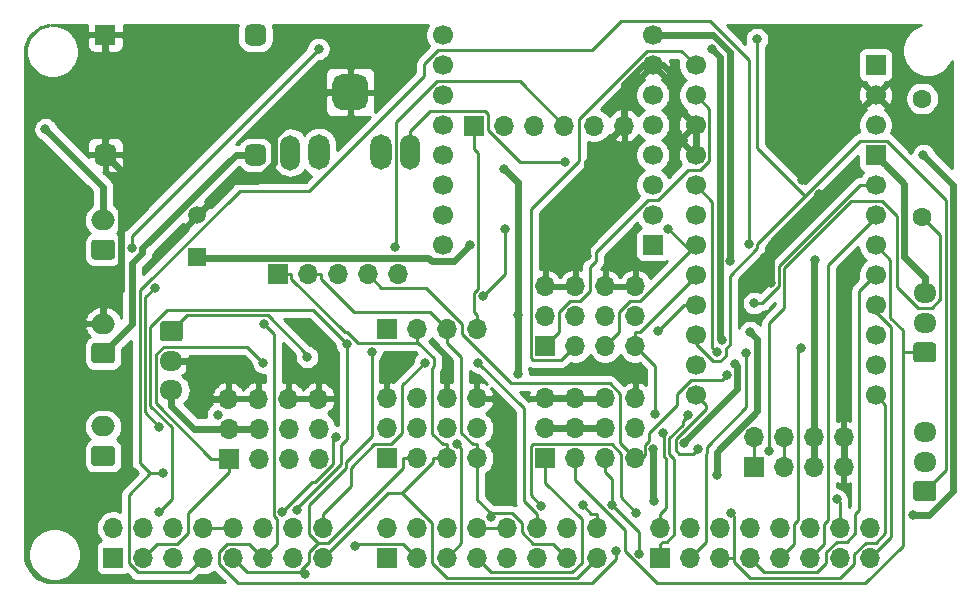
<source format=gbr>
%TF.GenerationSoftware,KiCad,Pcbnew,5.1.10*%
%TF.CreationDate,2021-06-02T17:16:58+08:00*%
%TF.ProjectId,HappyAAC-Type-A,48617070-7941-4414-932d-547970652d41,2c*%
%TF.SameCoordinates,Original*%
%TF.FileFunction,Copper,L2,Bot*%
%TF.FilePolarity,Positive*%
%FSLAX46Y46*%
G04 Gerber Fmt 4.6, Leading zero omitted, Abs format (unit mm)*
G04 Created by KiCad (PCBNEW 5.1.10) date 2021-06-02 17:16:58*
%MOMM*%
%LPD*%
G01*
G04 APERTURE LIST*
%TA.AperFunction,ComponentPad*%
%ADD10C,1.700000*%
%TD*%
%TA.AperFunction,ComponentPad*%
%ADD11R,1.700000X1.700000*%
%TD*%
%TA.AperFunction,ComponentPad*%
%ADD12O,1.700000X1.700000*%
%TD*%
%TA.AperFunction,ComponentPad*%
%ADD13R,1.800000X1.800000*%
%TD*%
%TA.AperFunction,ComponentPad*%
%ADD14O,1.700000X3.000000*%
%TD*%
%TA.AperFunction,ComponentPad*%
%ADD15O,1.800000X3.000000*%
%TD*%
%TA.AperFunction,ComponentPad*%
%ADD16C,1.500000*%
%TD*%
%TA.AperFunction,ComponentPad*%
%ADD17R,1.500000X1.500000*%
%TD*%
%TA.AperFunction,ComponentPad*%
%ADD18O,1.950000X1.700000*%
%TD*%
%TA.AperFunction,ComponentPad*%
%ADD19O,2.000000X1.700000*%
%TD*%
%TA.AperFunction,ComponentPad*%
%ADD20C,1.600000*%
%TD*%
%TA.AperFunction,ViaPad*%
%ADD21C,0.800000*%
%TD*%
%TA.AperFunction,Conductor*%
%ADD22C,0.600000*%
%TD*%
%TA.AperFunction,Conductor*%
%ADD23C,0.250000*%
%TD*%
%TA.AperFunction,Conductor*%
%ADD24C,0.254000*%
%TD*%
%TA.AperFunction,Conductor*%
%ADD25C,0.100000*%
%TD*%
G04 APERTURE END LIST*
D10*
%TO.P,U3,11*%
%TO.N,/D8*%
X117602600Y-56261000D03*
%TO.P,U3,12*%
%TO.N,/D9*%
X117602600Y-58801000D03*
%TO.P,U3,9*%
%TO.N,/COL2*%
X117602600Y-51181000D03*
%TO.P,U3,10*%
%TO.N,/D7*%
X117602600Y-53721000D03*
%TO.P,U3,16*%
%TO.N,/COL8*%
X132842600Y-51181000D03*
%TO.P,U3,14*%
%TO.N,/COL7*%
X132842600Y-56261000D03*
%TO.P,U3,13*%
%TO.N,/COL3*%
X132842600Y-58801000D03*
%TO.P,U3,15*%
%TO.N,/COL5*%
X132842600Y-53721000D03*
%TO.P,U3,1*%
%TO.N,/D1*%
X117602600Y-30861000D03*
%TO.P,U3,2*%
%TO.N,/D0*%
X117602600Y-33401000D03*
%TO.P,U3,3*%
%TO.N,GND*%
X117602600Y-35941000D03*
%TO.P,U3,4*%
X117602600Y-38481000D03*
%TO.P,U3,5*%
%TO.N,/D2*%
X117602600Y-41021000D03*
%TO.P,U3,6*%
%TO.N,/D3*%
X117602600Y-43561000D03*
%TO.P,U3,7*%
%TO.N,/COL1*%
X117602600Y-46101000D03*
%TO.P,U3,8*%
%TO.N,/D5*%
X117602600Y-48641000D03*
%TO.P,U3,17*%
%TO.N,/A0*%
X132842600Y-48641000D03*
%TO.P,U3,18*%
%TO.N,/A1*%
X132842600Y-46101000D03*
%TO.P,U3,19*%
%TO.N,/A2*%
X132842600Y-43561000D03*
%TO.P,U3,20*%
%TO.N,/A3*%
X132842600Y-41021000D03*
D11*
%TO.P,U3,21*%
%TO.N,VDD*%
X132842600Y-38481000D03*
D10*
%TO.P,U3,22*%
%TO.N,/LCD_RST*%
X132842600Y-35941000D03*
%TO.P,U3,23*%
%TO.N,GND*%
X132842600Y-33401000D03*
D11*
%TO.P,U3,24*%
%TO.N,N/C*%
X132842600Y-30861000D03*
%TD*%
D12*
%TO.P,J11,6*%
%TO.N,GND*%
X111556800Y-35991800D03*
%TO.P,J11,5*%
%TO.N,/LCD_RST*%
X109016800Y-35991800D03*
%TO.P,J11,4*%
%TO.N,/COL7*%
X106476800Y-35991800D03*
%TO.P,J11,3*%
%TO.N,/COL8*%
X103936800Y-35991800D03*
%TO.P,J11,2*%
%TO.N,VDD*%
X101396800Y-35991800D03*
D11*
%TO.P,J11,1*%
%TO.N,/COL5*%
X98856800Y-35991800D03*
%TD*%
%TO.P,U2,4*%
%TO.N,+5V*%
%TA.AperFunction,ComponentPad*%
G36*
G01*
X79440200Y-28771000D02*
X79440200Y-27871000D01*
G75*
G02*
X79890200Y-27421000I450000J0D01*
G01*
X80790200Y-27421000D01*
G75*
G02*
X81240200Y-27871000I0J-450000D01*
G01*
X81240200Y-28771000D01*
G75*
G02*
X80790200Y-29221000I-450000J0D01*
G01*
X79890200Y-29221000D01*
G75*
G02*
X79440200Y-28771000I0J450000D01*
G01*
G37*
%TD.AperFunction*%
%TO.P,U2,3*%
%TO.N,+BATT*%
%TA.AperFunction,ComponentPad*%
G36*
G01*
X79440200Y-38931000D02*
X79440200Y-38031000D01*
G75*
G02*
X79890200Y-37581000I450000J0D01*
G01*
X80790200Y-37581000D01*
G75*
G02*
X81240200Y-38031000I0J-450000D01*
G01*
X81240200Y-38931000D01*
G75*
G02*
X80790200Y-39381000I-450000J0D01*
G01*
X79890200Y-39381000D01*
G75*
G02*
X79440200Y-38931000I0J450000D01*
G01*
G37*
%TD.AperFunction*%
%TO.P,U2,2*%
%TO.N,GND*%
%TA.AperFunction,ComponentPad*%
G36*
G01*
X66740200Y-38931000D02*
X66740200Y-38031000D01*
G75*
G02*
X67190200Y-37581000I450000J0D01*
G01*
X68090200Y-37581000D01*
G75*
G02*
X68540200Y-38031000I0J-450000D01*
G01*
X68540200Y-38931000D01*
G75*
G02*
X68090200Y-39381000I-450000J0D01*
G01*
X67190200Y-39381000D01*
G75*
G02*
X66740200Y-38931000I0J450000D01*
G01*
G37*
%TD.AperFunction*%
D13*
%TO.P,U2,1*%
X67640200Y-28321000D03*
%TD*%
%TO.P,J18,G*%
%TO.N,GND*%
%TA.AperFunction,ComponentPad*%
G36*
G01*
X89866600Y-32417000D02*
X89866600Y-33917000D01*
G75*
G02*
X89116600Y-34667000I-750000J0D01*
G01*
X87616600Y-34667000D01*
G75*
G02*
X86866600Y-33917000I0J750000D01*
G01*
X86866600Y-32417000D01*
G75*
G02*
X87616600Y-31667000I750000J0D01*
G01*
X89116600Y-31667000D01*
G75*
G02*
X89866600Y-32417000I0J-750000D01*
G01*
G37*
%TD.AperFunction*%
D14*
%TO.P,J18,S*%
%TO.N,Net-(J18-PadS)*%
X93451600Y-38267000D03*
%TO.P,J18,T*%
%TO.N,Net-(J18-PadT)*%
X83281600Y-38277800D03*
D15*
%TO.P,J18,R2*%
%TO.N,N/C*%
X90996600Y-38267000D03*
%TO.P,J18,R1*%
X85736600Y-38267000D03*
%TD*%
D16*
%TO.P,C1,2*%
%TO.N,GND*%
X75387200Y-43601700D03*
D17*
%TO.P,C1,1*%
%TO.N,/CAP_IN*%
X75387200Y-47101700D03*
%TD*%
D18*
%TO.P,J1,3*%
%TO.N,VDD*%
X137004000Y-61941100D03*
%TO.P,J1,2*%
%TO.N,GND*%
X137004000Y-64441100D03*
%TO.P,J1,1*%
%TO.N,/D7*%
%TA.AperFunction,ComponentPad*%
G36*
G01*
X137729000Y-67791100D02*
X136279000Y-67791100D01*
G75*
G02*
X136029000Y-67541100I0J250000D01*
G01*
X136029000Y-66341100D01*
G75*
G02*
X136279000Y-66091100I250000J0D01*
G01*
X137729000Y-66091100D01*
G75*
G02*
X137979000Y-66341100I0J-250000D01*
G01*
X137979000Y-67541100D01*
G75*
G02*
X137729000Y-67791100I-250000J0D01*
G01*
G37*
%TD.AperFunction*%
%TD*%
%TO.P,J2,3*%
%TO.N,VDD*%
X73228200Y-58403500D03*
%TO.P,J2,2*%
%TO.N,GND*%
X73228200Y-55903500D03*
%TO.P,J2,1*%
%TO.N,/D5*%
%TA.AperFunction,ComponentPad*%
G36*
G01*
X72503200Y-52553500D02*
X73953200Y-52553500D01*
G75*
G02*
X74203200Y-52803500I0J-250000D01*
G01*
X74203200Y-54003500D01*
G75*
G02*
X73953200Y-54253500I-250000J0D01*
G01*
X72503200Y-54253500D01*
G75*
G02*
X72253200Y-54003500I0J250000D01*
G01*
X72253200Y-52803500D01*
G75*
G02*
X72503200Y-52553500I250000J0D01*
G01*
G37*
%TD.AperFunction*%
%TD*%
%TO.P,J3,3*%
%TO.N,VDD*%
X137004000Y-50206900D03*
%TO.P,J3,2*%
%TO.N,GND*%
X137004000Y-52706900D03*
%TO.P,J3,1*%
%TO.N,/A1*%
%TA.AperFunction,ComponentPad*%
G36*
G01*
X137729000Y-56056900D02*
X136279000Y-56056900D01*
G75*
G02*
X136029000Y-55806900I0J250000D01*
G01*
X136029000Y-54606900D01*
G75*
G02*
X136279000Y-54356900I250000J0D01*
G01*
X137729000Y-54356900D01*
G75*
G02*
X137979000Y-54606900I0J-250000D01*
G01*
X137979000Y-55806900D01*
G75*
G02*
X137729000Y-56056900I-250000J0D01*
G01*
G37*
%TD.AperFunction*%
%TD*%
%TO.P,J10,1*%
%TO.N,/SPK2*%
%TA.AperFunction,ComponentPad*%
G36*
G01*
X68195400Y-64815900D02*
X66695400Y-64815900D01*
G75*
G02*
X66445400Y-64565900I0J250000D01*
G01*
X66445400Y-63365900D01*
G75*
G02*
X66695400Y-63115900I250000J0D01*
G01*
X68195400Y-63115900D01*
G75*
G02*
X68445400Y-63365900I0J-250000D01*
G01*
X68445400Y-64565900D01*
G75*
G02*
X68195400Y-64815900I-250000J0D01*
G01*
G37*
%TD.AperFunction*%
D19*
%TO.P,J10,2*%
%TO.N,/SPK1*%
X67445400Y-61465900D03*
%TD*%
%TO.P,J8,1*%
%TO.N,/SRC_FOR_VDD*%
%TA.AperFunction,ComponentPad*%
G36*
G01*
X68195400Y-47355200D02*
X66695400Y-47355200D01*
G75*
G02*
X66445400Y-47105200I0J250000D01*
G01*
X66445400Y-45905200D01*
G75*
G02*
X66695400Y-45655200I250000J0D01*
G01*
X68195400Y-45655200D01*
G75*
G02*
X68445400Y-45905200I0J-250000D01*
G01*
X68445400Y-47105200D01*
G75*
G02*
X68195400Y-47355200I-250000J0D01*
G01*
G37*
%TD.AperFunction*%
%TO.P,J8,2*%
%TO.N,VDD*%
X67445400Y-44005200D03*
%TD*%
%TO.P,J9,1*%
%TO.N,+BATT*%
%TA.AperFunction,ComponentPad*%
G36*
G01*
X68195400Y-56117300D02*
X66695400Y-56117300D01*
G75*
G02*
X66445400Y-55867300I0J250000D01*
G01*
X66445400Y-54667300D01*
G75*
G02*
X66695400Y-54417300I250000J0D01*
G01*
X68195400Y-54417300D01*
G75*
G02*
X68445400Y-54667300I0J-250000D01*
G01*
X68445400Y-55867300D01*
G75*
G02*
X68195400Y-56117300I-250000J0D01*
G01*
G37*
%TD.AperFunction*%
%TO.P,J9,2*%
%TO.N,GND*%
X67445400Y-52767300D03*
%TD*%
D20*
%TO.P,R1,1*%
%TO.N,/D9*%
X136804000Y-43705700D03*
%TO.P,R1,2*%
%TO.N,Net-(R1-Pad2)*%
X136804000Y-33705700D03*
%TD*%
D12*
%TO.P,J4,8*%
%TO.N,GND*%
X130162000Y-62372200D03*
%TO.P,J4,7*%
X130162000Y-64912200D03*
%TO.P,J4,6*%
%TO.N,VDD*%
X127622000Y-62372200D03*
%TO.P,J4,5*%
X127622000Y-64912200D03*
%TO.P,J4,4*%
%TO.N,/D3*%
X125082000Y-62372200D03*
%TO.P,J4,3*%
X125082000Y-64912200D03*
%TO.P,J4,2*%
%TO.N,/D2*%
X122542000Y-62372200D03*
D11*
%TO.P,J4,1*%
X122542000Y-64912200D03*
%TD*%
%TO.P,J5,1*%
%TO.N,/COL1*%
X68306400Y-72585900D03*
D12*
%TO.P,J5,2*%
%TO.N,/D0*%
X68306400Y-70045900D03*
%TO.P,J5,3*%
%TO.N,/COL2*%
X70846400Y-72585900D03*
%TO.P,J5,4*%
%TO.N,/D0*%
X70846400Y-70045900D03*
%TO.P,J5,5*%
%TO.N,/COL3*%
X73386400Y-72585900D03*
%TO.P,J5,6*%
%TO.N,/D0*%
X73386400Y-70045900D03*
%TO.P,J5,7*%
%TO.N,/A0*%
X75926400Y-72585900D03*
%TO.P,J5,8*%
%TO.N,/D0*%
X75926400Y-70045900D03*
%TO.P,J5,9*%
%TO.N,/COL5*%
X78466400Y-72585900D03*
%TO.P,J5,10*%
%TO.N,/D0*%
X78466400Y-70045900D03*
%TO.P,J5,11*%
%TO.N,/A2*%
X81006400Y-72585900D03*
%TO.P,J5,12*%
%TO.N,/D0*%
X81006400Y-70045900D03*
%TO.P,J5,13*%
%TO.N,/COL7*%
X83546400Y-72585900D03*
%TO.P,J5,14*%
%TO.N,/D0*%
X83546400Y-70045900D03*
%TO.P,J5,15*%
%TO.N,/COL8*%
X86086400Y-72585900D03*
%TO.P,J5,16*%
%TO.N,/D0*%
X86086400Y-70045900D03*
%TD*%
D11*
%TO.P,J6,1*%
%TO.N,/COL1*%
X91468700Y-72585900D03*
D12*
%TO.P,J6,2*%
%TO.N,/D1*%
X91468700Y-70045900D03*
%TO.P,J6,3*%
%TO.N,/COL2*%
X94008700Y-72585900D03*
%TO.P,J6,4*%
%TO.N,/D1*%
X94008700Y-70045900D03*
%TO.P,J6,5*%
%TO.N,/COL3*%
X96548700Y-72585900D03*
%TO.P,J6,6*%
%TO.N,/D1*%
X96548700Y-70045900D03*
%TO.P,J6,7*%
%TO.N,/A0*%
X99088700Y-72585900D03*
%TO.P,J6,8*%
%TO.N,/D1*%
X99088700Y-70045900D03*
%TO.P,J6,9*%
%TO.N,/COL5*%
X101628700Y-72585900D03*
%TO.P,J6,10*%
%TO.N,/D1*%
X101628700Y-70045900D03*
%TO.P,J6,11*%
%TO.N,/A2*%
X104168700Y-72585900D03*
%TO.P,J6,12*%
%TO.N,/D1*%
X104168700Y-70045900D03*
%TO.P,J6,13*%
%TO.N,/COL7*%
X106708700Y-72585900D03*
%TO.P,J6,14*%
%TO.N,/D1*%
X106708700Y-70045900D03*
%TO.P,J6,15*%
%TO.N,/COL8*%
X109248700Y-72585900D03*
%TO.P,J6,16*%
%TO.N,/D1*%
X109248700Y-70045900D03*
%TD*%
D11*
%TO.P,J7,1*%
%TO.N,/COL1*%
X114631000Y-72585900D03*
D12*
%TO.P,J7,2*%
%TO.N,/D5*%
X114631000Y-70045900D03*
%TO.P,J7,3*%
%TO.N,/COL2*%
X117171000Y-72585900D03*
%TO.P,J7,4*%
%TO.N,/D5*%
X117171000Y-70045900D03*
%TO.P,J7,5*%
%TO.N,/COL3*%
X119711000Y-72585900D03*
%TO.P,J7,6*%
%TO.N,/D5*%
X119711000Y-70045900D03*
%TO.P,J7,7*%
%TO.N,/A0*%
X122251000Y-72585900D03*
%TO.P,J7,8*%
%TO.N,/D5*%
X122251000Y-70045900D03*
%TO.P,J7,9*%
%TO.N,/COL5*%
X124791000Y-72585900D03*
%TO.P,J7,10*%
%TO.N,/D5*%
X124791000Y-70045900D03*
%TO.P,J7,11*%
%TO.N,/A2*%
X127331000Y-72585900D03*
%TO.P,J7,12*%
%TO.N,/D5*%
X127331000Y-70045900D03*
%TO.P,J7,13*%
%TO.N,/COL7*%
X129871000Y-72585900D03*
%TO.P,J7,14*%
%TO.N,/D5*%
X129871000Y-70045900D03*
%TO.P,J7,15*%
%TO.N,/COL8*%
X132411000Y-72585900D03*
%TO.P,J7,16*%
%TO.N,/D5*%
X132411000Y-70045900D03*
%TD*%
%TO.P,J14_GPIO1,GND*%
%TO.N,GND*%
X109944300Y-49583300D03*
X107404300Y-49583300D03*
X104864300Y-49583300D03*
X112484300Y-49583300D03*
%TO.P,J14_GPIO1,VCC*%
%TO.N,VDD*%
X112497000Y-52123300D03*
%TO.P,J14_GPIO1,4*%
%TO.N,/D5*%
X112497000Y-54663300D03*
%TO.P,J14_GPIO1,VCC*%
%TO.N,VDD*%
X109957000Y-52123300D03*
%TO.P,J14_GPIO1,3*%
%TO.N,/COL1*%
X109957000Y-54663300D03*
%TO.P,J14_GPIO1,VCC*%
%TO.N,VDD*%
X107417000Y-52123300D03*
%TO.P,J14_GPIO1,2*%
%TO.N,/D1*%
X107417000Y-54663300D03*
%TO.P,J14_GPIO1,VCC*%
%TO.N,VDD*%
X104877000Y-52123300D03*
D11*
%TO.P,J14_GPIO1,1*%
%TO.N,/D0*%
X104877000Y-54663300D03*
%TD*%
%TO.P,J15_GPIO2,1*%
%TO.N,/COL2*%
X78066900Y-64185800D03*
D12*
%TO.P,J15_GPIO2,VCC*%
%TO.N,VDD*%
X78066900Y-61645800D03*
%TO.P,J15_GPIO2,2*%
%TO.N,/D7*%
X80606900Y-64185800D03*
%TO.P,J15_GPIO2,VCC*%
%TO.N,VDD*%
X80606900Y-61645800D03*
%TO.P,J15_GPIO2,3*%
%TO.N,/D8*%
X83146900Y-64185800D03*
%TO.P,J15_GPIO2,VCC*%
%TO.N,VDD*%
X83146900Y-61645800D03*
%TO.P,J15_GPIO2,4*%
%TO.N,/D9*%
X85686900Y-64185800D03*
%TO.P,J15_GPIO2,VCC*%
%TO.N,VDD*%
X85686900Y-61645800D03*
%TO.P,J15_GPIO2,GND*%
%TO.N,GND*%
X85674200Y-59105800D03*
X78054200Y-59105800D03*
X80594200Y-59105800D03*
X83134200Y-59105800D03*
%TD*%
D11*
%TO.P,J16_GPIO3,1*%
%TO.N,/COL3*%
X91471900Y-64173100D03*
D12*
%TO.P,J16_GPIO3,VCC*%
%TO.N,VDD*%
X91471900Y-61633100D03*
%TO.P,J16_GPIO3,2*%
%TO.N,/COL5*%
X94011900Y-64173100D03*
%TO.P,J16_GPIO3,VCC*%
%TO.N,VDD*%
X94011900Y-61633100D03*
%TO.P,J16_GPIO3,3*%
%TO.N,/COL8*%
X96551900Y-64173100D03*
%TO.P,J16_GPIO3,VCC*%
%TO.N,VDD*%
X96551900Y-61633100D03*
%TO.P,J16_GPIO3,4*%
%TO.N,/COL7*%
X99091900Y-64173100D03*
%TO.P,J16_GPIO3,VCC*%
%TO.N,VDD*%
X99091900Y-61633100D03*
%TO.P,J16_GPIO3,GND*%
%TO.N,GND*%
X99079200Y-59093100D03*
X91459200Y-59093100D03*
X93999200Y-59093100D03*
X96539200Y-59093100D03*
%TD*%
%TO.P,J17_GPIO4,GND*%
%TO.N,GND*%
X109944300Y-59093100D03*
X107404300Y-59093100D03*
X104864300Y-59093100D03*
X112484300Y-59093100D03*
%TO.P,J17_GPIO4,VCC*%
%TO.N,VDD*%
X112497000Y-61633100D03*
%TO.P,J17_GPIO4,4*%
%TO.N,/A3*%
X112497000Y-64173100D03*
%TO.P,J17_GPIO4,VCC*%
%TO.N,VDD*%
X109957000Y-61633100D03*
%TO.P,J17_GPIO4,3*%
%TO.N,/A2*%
X109957000Y-64173100D03*
%TO.P,J17_GPIO4,VCC*%
%TO.N,VDD*%
X107417000Y-61633100D03*
%TO.P,J17_GPIO4,2*%
%TO.N,/A1*%
X107417000Y-64173100D03*
%TO.P,J17_GPIO4,VCC*%
%TO.N,VDD*%
X104877000Y-61633100D03*
D11*
%TO.P,J17_GPIO4,1*%
%TO.N,/A0*%
X104877000Y-64173100D03*
%TD*%
D10*
%TO.P,U1,16*%
%TO.N,/DFP_BUSY*%
X96215000Y-46101000D03*
%TO.P,U1,15*%
%TO.N,N/C*%
X96215000Y-43561000D03*
%TO.P,U1,14*%
X96215000Y-41021000D03*
%TO.P,U1,13*%
X96215000Y-38481000D03*
%TO.P,U1,12*%
X96215000Y-35941000D03*
%TO.P,U1,11*%
X96215000Y-33401000D03*
%TO.P,U1,10*%
%TO.N,GND*%
X96215000Y-30861000D03*
%TO.P,U1,9*%
%TO.N,N/C*%
X96215000Y-28321000D03*
%TO.P,U1,8*%
%TO.N,/SPK2*%
X113995000Y-28321000D03*
%TO.P,U1,7*%
%TO.N,GND*%
X113995000Y-30861000D03*
%TO.P,U1,6*%
%TO.N,/SPK1*%
X113995000Y-33401000D03*
%TO.P,U1,5*%
%TO.N,Net-(J18-PadT)*%
X113995000Y-35941000D03*
%TO.P,U1,4*%
%TO.N,Net-(J18-PadS)*%
X113995000Y-38481000D03*
%TO.P,U1,3*%
%TO.N,/D8*%
X113995000Y-41021000D03*
%TO.P,U1,2*%
%TO.N,Net-(R1-Pad2)*%
X113995000Y-43561000D03*
D11*
%TO.P,U1,1*%
%TO.N,/CAP_IN*%
X113995000Y-46101000D03*
%TD*%
%TO.P,J12,1*%
%TO.N,/COL8*%
X82219800Y-48602900D03*
D12*
%TO.P,J12,2*%
%TO.N,/COL7*%
X84759800Y-48602900D03*
%TO.P,J12,3*%
%TO.N,/LCD_RST*%
X87299800Y-48602900D03*
%TO.P,J12,4*%
%TO.N,/A3*%
X89839800Y-48602900D03*
%TO.P,J12,5*%
%TO.N,/LCD_CS*%
X92379800Y-48602900D03*
%TD*%
D11*
%TO.P,J13,1*%
%TO.N,Net-(J13-Pad1)*%
X91478100Y-53213000D03*
D12*
%TO.P,J13,2*%
%TO.N,/COL8*%
X94018100Y-53213000D03*
%TO.P,J13,3*%
%TO.N,/COL7*%
X96558100Y-53213000D03*
%TO.P,J13,4*%
%TO.N,/COL5*%
X99098100Y-53213000D03*
%TD*%
D21*
%TO.N,/CAP_IN*%
X98488500Y-46101000D03*
%TO.N,GND*%
X126582000Y-40608500D03*
X128090000Y-41765800D03*
X123955000Y-49304800D03*
X108432600Y-47053500D03*
%TO.N,/D0*%
X94696800Y-56080700D03*
%TO.N,VDD*%
X101410000Y-39662100D03*
X135977000Y-68999200D03*
X136899000Y-38481000D03*
X114049000Y-67747000D03*
X114033000Y-63391900D03*
X62560200Y-36296600D03*
X102565200Y-51993800D03*
X102565202Y-57061100D03*
X127685800Y-47345600D03*
%TO.N,/A3*%
X122570000Y-51032000D03*
X120250000Y-57149500D03*
%TO.N,/COL1*%
X88084600Y-54495000D03*
X116964000Y-60471100D03*
X83843000Y-68572300D03*
X99600600Y-50446000D03*
X101511000Y-44736400D03*
X115311000Y-44736400D03*
X72219400Y-68675300D03*
%TO.N,/A0*%
X122122000Y-46042100D03*
X72544700Y-65431900D03*
%TO.N,/COL2*%
X121879000Y-55219700D03*
X81004900Y-56065500D03*
X114448000Y-53393300D03*
X88777600Y-71585900D03*
%TO.N,/COL3*%
X97438800Y-62997800D03*
X104554000Y-68191800D03*
X112597000Y-68759000D03*
X120614000Y-68759000D03*
X82609400Y-68713500D03*
X87190000Y-62406200D03*
%TO.N,/COL5*%
X90170300Y-55132200D03*
X84523200Y-73977800D03*
X126504700Y-54800500D03*
%TO.N,/A2*%
X81101100Y-52821000D03*
X110566000Y-68145600D03*
X112855000Y-72259400D03*
X110878000Y-71997100D03*
%TO.N,/SPK2*%
X119380000Y-65557400D03*
X122229000Y-53485400D03*
X120561000Y-47451800D03*
%TO.N,/SPK1*%
X116638000Y-62894500D03*
X120978000Y-56145200D03*
X119804000Y-54171200D03*
X118965000Y-29478300D03*
%TO.N,/D1*%
X99224800Y-56064200D03*
X108076000Y-68164300D03*
%TO.N,/D7*%
X77189000Y-60464100D03*
X72215200Y-61498700D03*
X122793000Y-28680200D03*
X85687900Y-29496300D03*
X69877000Y-46403100D03*
X71804600Y-49744800D03*
%TO.N,/COL7*%
X92133800Y-46274400D03*
X100264000Y-69132100D03*
%TO.N,/D2*%
X119412000Y-55193800D03*
%TO.N,/D9*%
X117818000Y-63411100D03*
X123844000Y-63547600D03*
%TO.N,/D5*%
X114821000Y-61996900D03*
X129551000Y-67656400D03*
X84713700Y-55591400D03*
X114211100Y-60439302D03*
%TO.N,Net-(J18-PadS)*%
X106591000Y-39062600D03*
%TD*%
D22*
%TO.N,/CAP_IN*%
X75387200Y-47101700D02*
X75460200Y-47174700D01*
X75460200Y-47174700D02*
X94988200Y-47174700D01*
X94988200Y-47174700D02*
X95264900Y-47451400D01*
X95264900Y-47451400D02*
X97138100Y-47451400D01*
X97138100Y-47451400D02*
X98488500Y-46101000D01*
%TO.N,GND*%
X132842800Y-33401200D02*
X132818100Y-33425800D01*
X132843000Y-33401000D02*
X132842800Y-33401200D01*
X132842600Y-33401000D02*
X132842800Y-33401200D01*
X132818100Y-33425800D02*
X132793300Y-33450700D01*
X132793300Y-33450700D02*
X132743600Y-33500400D01*
X132743600Y-33500400D02*
X132644200Y-33599700D01*
X132644200Y-33599700D02*
X132445500Y-33798500D01*
X107404000Y-59093100D02*
X107404300Y-59093100D01*
X107404000Y-59093100D02*
X104864300Y-59093100D01*
X132445500Y-33798500D02*
X132048000Y-34195900D01*
X117603000Y-35941000D02*
X117603000Y-38481000D01*
X115799000Y-34137200D02*
X117603000Y-35941000D01*
X117602600Y-35941000D02*
X117603000Y-35941000D01*
X117602600Y-38481000D02*
X117603000Y-38481000D01*
X111556800Y-35991800D02*
X111557000Y-35991800D01*
X132048000Y-34195900D02*
X126582000Y-39661500D01*
X126582000Y-39661500D02*
X126582000Y-40608500D01*
X104864300Y-59093100D02*
X104864000Y-59093100D01*
X73228200Y-55903500D02*
X74703500Y-55903500D01*
X74703500Y-55903500D02*
X74703500Y-57105400D01*
X74703500Y-57105400D02*
X76703900Y-59105800D01*
X76703900Y-59105800D02*
X78054200Y-59105800D01*
X130162000Y-62372200D02*
X130162000Y-64912200D01*
X128090000Y-41765800D02*
X123955000Y-45900300D01*
X123955000Y-45900300D02*
X123955000Y-49304800D01*
X67445400Y-52767300D02*
X67445400Y-51417000D01*
X67445400Y-51417000D02*
X68956800Y-49905600D01*
X68956800Y-49905600D02*
X68956800Y-39797600D01*
X68956800Y-39797600D02*
X67640200Y-38481000D01*
X75387200Y-43601700D02*
X78325300Y-40663600D01*
X78325300Y-40663600D02*
X80465700Y-40663600D01*
X80465700Y-40663600D02*
X81930900Y-39198400D01*
X81930900Y-39198400D02*
X81930900Y-36999500D01*
X81930900Y-36999500D02*
X85763400Y-33167000D01*
X85763400Y-33167000D02*
X88366600Y-33167000D01*
X67640200Y-38481000D02*
X67640200Y-28321000D01*
X113995000Y-30861000D02*
X114871500Y-30861000D01*
X115799000Y-31788500D02*
X115799000Y-34137200D01*
X114871500Y-30861000D02*
X115799000Y-31788500D01*
X111557000Y-33299200D02*
X111557000Y-35991800D01*
X111557000Y-32500296D02*
X111557000Y-33299200D01*
X113196296Y-30861000D02*
X111557000Y-32500296D01*
X113995000Y-30861000D02*
X113196296Y-30861000D01*
X111557000Y-35991800D02*
X108432600Y-39116200D01*
X108432600Y-46487815D02*
X108432600Y-47053500D01*
X108432600Y-39116200D02*
X108432600Y-46487815D01*
%TO.N,+BATT*%
X80340200Y-38481000D02*
X78673200Y-38481000D01*
X78673200Y-38481000D02*
X70777300Y-46376900D01*
X70777300Y-46376900D02*
X70777300Y-46776100D01*
X70777300Y-46776100D02*
X69928700Y-47624700D01*
X69928700Y-47624700D02*
X69928700Y-52784000D01*
X69928700Y-52784000D02*
X67445400Y-55267300D01*
D23*
%TO.N,/D0*%
X86086400Y-70045900D02*
X86086400Y-68870600D01*
X86086400Y-68870600D02*
X88446900Y-66510100D01*
X88446900Y-66510100D02*
X88446900Y-64973100D01*
X88446900Y-64973100D02*
X90422300Y-62997700D01*
X90422300Y-62997700D02*
X91804500Y-62997700D01*
X91804500Y-62997700D02*
X92785900Y-62016300D01*
X92785900Y-62016300D02*
X92785900Y-57991600D01*
X92785900Y-57991600D02*
X94696800Y-56080700D01*
X75926400Y-70045900D02*
X78466400Y-70045900D01*
X118786000Y-38965600D02*
X118001000Y-39751000D01*
X117602600Y-33401000D02*
X118786000Y-34584400D01*
X106052001Y-51749297D02*
X106052001Y-53488299D01*
X106954298Y-50847000D02*
X106052001Y-51749297D01*
X107838000Y-50847000D02*
X106954298Y-50847000D01*
X108674000Y-50011000D02*
X107838000Y-50847000D01*
X108674000Y-47974002D02*
X108674000Y-50011000D01*
X109157601Y-47490401D02*
X108674000Y-47974002D01*
X109157601Y-46730399D02*
X109157601Y-47490401D01*
X114432000Y-42291000D02*
X113597000Y-42291000D01*
X106052001Y-53488299D02*
X104877000Y-54663300D01*
X113597000Y-42291000D02*
X109157601Y-46730399D01*
X116972000Y-39751000D02*
X114432000Y-42291000D01*
X118786000Y-34584400D02*
X118786000Y-38965600D01*
X118001000Y-39751000D02*
X116972000Y-39751000D01*
D22*
%TO.N,VDD*%
X132843000Y-38481000D02*
X132842600Y-38481000D01*
X132843000Y-38481100D02*
X132843000Y-38481000D01*
X132843100Y-38481100D02*
X132843000Y-38481100D01*
X132843200Y-38481200D02*
X132843100Y-38481100D01*
X132843400Y-38481400D02*
X132843200Y-38481200D01*
X132843800Y-38481800D02*
X132843400Y-38481400D01*
X132844500Y-38482600D02*
X132843800Y-38481800D01*
X132846100Y-38484100D02*
X132844500Y-38482600D01*
X132849200Y-38487200D02*
X132846100Y-38484100D01*
X132855400Y-38493400D02*
X132849200Y-38487200D01*
X132867800Y-38505900D02*
X132855400Y-38493400D01*
X132892700Y-38530700D02*
X132867800Y-38505900D01*
X132942300Y-38580400D02*
X132892700Y-38530700D01*
X133041700Y-38679700D02*
X132942300Y-38580400D01*
X133240400Y-38878500D02*
X133041700Y-38679700D01*
X133637900Y-39275900D02*
X133240400Y-38878500D01*
X137004000Y-50206900D02*
X137004000Y-48856600D01*
X137004000Y-48856600D02*
X135280000Y-47132500D01*
X135280000Y-47132500D02*
X135280000Y-40918300D01*
X135280000Y-40918300D02*
X133637900Y-39275900D01*
X107417000Y-61633100D02*
X104877000Y-61633100D01*
X109957000Y-61633100D02*
X107417000Y-61633100D01*
X80606900Y-61645800D02*
X78066900Y-61645800D01*
X73228200Y-58403500D02*
X73228200Y-59753800D01*
X73228200Y-59753800D02*
X75120200Y-61645800D01*
X75120200Y-61645800D02*
X78066900Y-61645800D01*
X127622000Y-62372200D02*
X127622000Y-64912200D01*
X136899000Y-38481000D02*
X139429000Y-41011200D01*
X139429000Y-41011200D02*
X139429000Y-66958800D01*
X139429000Y-66958800D02*
X137388000Y-68999200D01*
X137388000Y-68999200D02*
X135977000Y-68999200D01*
X114049000Y-67747000D02*
X114033000Y-67731300D01*
X114033000Y-67731300D02*
X114033000Y-63391900D01*
X67445400Y-44005200D02*
X67445400Y-41181800D01*
X67445400Y-41181800D02*
X62560200Y-36296600D01*
X102565200Y-40817300D02*
X102565200Y-51993800D01*
X101410000Y-39662100D02*
X102565200Y-40817300D01*
X102565200Y-51993800D02*
X102565200Y-57061098D01*
X102565200Y-57061098D02*
X102565202Y-57061100D01*
X127622000Y-47409400D02*
X127685800Y-47345600D01*
X127622000Y-62372200D02*
X127622000Y-47409400D01*
D23*
%TO.N,/A3*%
X132843000Y-41021000D02*
X132842600Y-41021000D01*
X120250000Y-57149500D02*
X119869000Y-57531000D01*
X119869000Y-57531000D02*
X117210000Y-57531000D01*
X117210000Y-57531000D02*
X116034000Y-58707500D01*
X113042700Y-64173100D02*
X113322100Y-63893700D01*
X112497000Y-64173100D02*
X113042700Y-64173100D01*
X113307999Y-63879599D02*
X113322100Y-63893700D01*
X113307999Y-63043899D02*
X113307999Y-63879599D01*
X113672001Y-62679897D02*
X113307999Y-63043899D01*
X113672001Y-62051403D02*
X113672001Y-62679897D01*
X116034000Y-59689404D02*
X113672001Y-62051403D01*
X116034000Y-58707500D02*
X116034000Y-59689404D01*
X110344000Y-57829100D02*
X111214000Y-58698900D01*
X110301001Y-57786101D02*
X110344000Y-57829100D01*
X97838300Y-53626700D02*
X101997701Y-57786101D01*
X101997701Y-57786101D02*
X110301001Y-57786101D01*
X97838300Y-52823600D02*
X97838300Y-53626700D01*
X111214000Y-58698900D02*
X111214000Y-62890100D01*
X91015100Y-49778200D02*
X94792900Y-49778200D01*
X111214000Y-62890100D02*
X112497000Y-64173100D01*
X94792900Y-49778200D02*
X97838300Y-52823600D01*
X89839800Y-48602900D02*
X91015100Y-49778200D01*
X132842600Y-41021000D02*
X131510785Y-41021000D01*
X123254300Y-51032000D02*
X122570000Y-51032000D01*
X131510785Y-41021000D02*
X124680989Y-47850796D01*
X124680989Y-47850796D02*
X124680989Y-49605311D01*
X124680989Y-49605311D02*
X123254300Y-51032000D01*
%TO.N,/COL1*%
X117602800Y-46101200D02*
X117603000Y-46101000D01*
X117139000Y-46564500D02*
X117602800Y-46101200D01*
X117602600Y-46101000D02*
X117602800Y-46101200D01*
X114631000Y-72585900D02*
X114631000Y-71462100D01*
X114631000Y-71462100D02*
X114872000Y-71220900D01*
X114872000Y-71220900D02*
X115188000Y-71220900D01*
X115188000Y-71220900D02*
X115806000Y-70602700D01*
X115806000Y-70602700D02*
X115806000Y-64234700D01*
X115806000Y-64234700D02*
X115356000Y-63784400D01*
X115356000Y-63784400D02*
X115356000Y-62488200D01*
X115356000Y-62488200D02*
X116513000Y-61330900D01*
X116513000Y-61330900D02*
X116513000Y-61009900D01*
X116513000Y-61009900D02*
X116777000Y-60746200D01*
X116777000Y-60746200D02*
X116964000Y-60746200D01*
X116964000Y-60746200D02*
X116964000Y-60471100D01*
X83843000Y-68572300D02*
X83843000Y-68382100D01*
X83843000Y-68382100D02*
X87546300Y-64678800D01*
X87546300Y-64678800D02*
X87546300Y-63075700D01*
X87546300Y-63075700D02*
X88084600Y-62537400D01*
X88084600Y-62537400D02*
X88084600Y-54495000D01*
X72219400Y-68675300D02*
X73300900Y-67593800D01*
X73300900Y-67593800D02*
X73300900Y-61552100D01*
X73300900Y-61552100D02*
X71454600Y-59705800D01*
X71454600Y-59705800D02*
X71454600Y-53017200D01*
X71454600Y-53017200D02*
X72876000Y-51595800D01*
X72876000Y-51595800D02*
X85185400Y-51595800D01*
X85185400Y-51595800D02*
X88084600Y-54495000D01*
X99600600Y-50446000D02*
X101511000Y-48535600D01*
X101511000Y-48535600D02*
X101511000Y-44736400D01*
X117139000Y-46564500D02*
X115311000Y-44736400D01*
X112902000Y-50847000D02*
X117139000Y-46609400D01*
X112070000Y-50847000D02*
X112902000Y-50847000D01*
X111132000Y-51784600D02*
X112070000Y-50847000D01*
X117139000Y-46609400D02*
X117139000Y-46564500D01*
X111132000Y-53488300D02*
X111132000Y-51784600D01*
X109957000Y-54663300D02*
X111132000Y-53488300D01*
%TO.N,/A0*%
X132160500Y-49323300D02*
X132842600Y-48641200D01*
X132842600Y-48641200D02*
X132842600Y-48641000D01*
X132160500Y-49323300D02*
X132843000Y-48641000D01*
X122251000Y-72585900D02*
X123435000Y-73769600D01*
X123435000Y-73769600D02*
X127866000Y-73769600D01*
X127866000Y-73769600D02*
X128634000Y-73001200D01*
X128634000Y-73001200D02*
X128634000Y-72138300D01*
X128634000Y-72138300D02*
X129551000Y-71221300D01*
X129551000Y-71221300D02*
X130397000Y-71221300D01*
X130397000Y-71221300D02*
X131141000Y-70476900D01*
X131141000Y-70476900D02*
X131141000Y-68870500D01*
X131141000Y-68870500D02*
X131478000Y-68533600D01*
X131478000Y-68533600D02*
X131478000Y-50005600D01*
X131478000Y-50005600D02*
X132160500Y-49323300D01*
X71454600Y-65431900D02*
X72544700Y-65431900D01*
X122122000Y-46042100D02*
X122122000Y-30431600D01*
X122122000Y-30431600D02*
X118823000Y-27132400D01*
X118823000Y-27132400D02*
X111322000Y-27132400D01*
X111322000Y-27132400D02*
X108863000Y-29591000D01*
X108863000Y-29591000D02*
X95822600Y-29591000D01*
X95822600Y-29591000D02*
X94646100Y-30767500D01*
X94646100Y-30767500D02*
X94646100Y-31759000D01*
X94646100Y-31759000D02*
X84901600Y-41503500D01*
X84901600Y-41503500D02*
X79006300Y-41503500D01*
X79006300Y-41503500D02*
X70554000Y-49955800D01*
X70554000Y-49955800D02*
X70554000Y-64531300D01*
X70554000Y-64531300D02*
X71454600Y-65431900D01*
X104877000Y-66217400D02*
X104877000Y-64173100D01*
X104876600Y-66217800D02*
X104877000Y-66217400D01*
X107978600Y-69319500D02*
X104876600Y-66217800D01*
X107979000Y-69319900D02*
X107978600Y-69319500D01*
X107979000Y-72996100D02*
X107979000Y-69319900D01*
X107179000Y-73795700D02*
X107979000Y-72996100D01*
X100298500Y-73795700D02*
X107179000Y-73795700D01*
X99088700Y-72585900D02*
X100298500Y-73795700D01*
X74687800Y-73824500D02*
X75926400Y-72585900D01*
X69637800Y-73074600D02*
X70387700Y-73824500D01*
X70387700Y-73824500D02*
X74687800Y-73824500D01*
X69637800Y-67248700D02*
X69637800Y-73074600D01*
X71454600Y-65431900D02*
X69637800Y-67248700D01*
%TO.N,/COL2*%
X117602600Y-51181000D02*
X116660000Y-51181000D01*
X116660000Y-51181000D02*
X114448000Y-53393300D01*
X117603000Y-51181000D02*
X117602600Y-51181000D01*
X117171000Y-72585900D02*
X118518000Y-71239400D01*
X118518000Y-71239400D02*
X118518000Y-63784500D01*
X118518000Y-63784500D02*
X118543000Y-63759100D01*
X118543000Y-63759100D02*
X118543000Y-63184400D01*
X118543000Y-63184400D02*
X121879000Y-59848600D01*
X121879000Y-59848600D02*
X121879000Y-55219700D01*
X78066900Y-64185800D02*
X78066900Y-65361100D01*
X78066900Y-65361100D02*
X77960300Y-65467700D01*
X92833400Y-71410600D02*
X94008700Y-72585900D01*
X88952900Y-71410600D02*
X92833400Y-71410600D01*
X88777600Y-71585900D02*
X88952900Y-71410600D01*
X74656400Y-68771600D02*
X77960300Y-65467700D01*
X74656400Y-70476900D02*
X74656400Y-68771600D01*
X73722700Y-71410600D02*
X74656400Y-70476900D01*
X72021700Y-71410600D02*
X73722700Y-71410600D01*
X70846400Y-72585900D02*
X72021700Y-71410600D01*
X76571010Y-64185800D02*
X78066900Y-64185800D01*
X71913900Y-59528690D02*
X76571010Y-64185800D01*
X71913900Y-55365700D02*
X71913900Y-59528690D01*
X72569300Y-54710300D02*
X71913900Y-55365700D01*
X79649700Y-54710300D02*
X72569300Y-54710300D01*
X81004900Y-56065500D02*
X79649700Y-54710300D01*
%TO.N,/COL3*%
X132842600Y-58801000D02*
X132843000Y-58801000D01*
X132843000Y-58801000D02*
X133656000Y-59614000D01*
X133656000Y-59614000D02*
X133656000Y-70534800D01*
X133656000Y-70534800D02*
X132874000Y-71315900D01*
X132874000Y-71315900D02*
X132017000Y-71315900D01*
X132017000Y-71315900D02*
X131046000Y-72286300D01*
X131046000Y-72286300D02*
X131046000Y-73098400D01*
X131046000Y-73098400D02*
X129871000Y-74273300D01*
X129871000Y-74273300D02*
X122206000Y-74273300D01*
X122206000Y-74273300D02*
X120886000Y-72953200D01*
X120886000Y-72953200D02*
X120886000Y-72588200D01*
X120886000Y-72588200D02*
X120886000Y-72288400D01*
X120886000Y-72288400D02*
X120889000Y-72285400D01*
X120889000Y-72285400D02*
X120889000Y-69034100D01*
X120889000Y-69034100D02*
X120614000Y-68759000D01*
X119711000Y-72585900D02*
X120884000Y-72585900D01*
X120884000Y-72585900D02*
X120886000Y-72588200D01*
X96548700Y-72585900D02*
X97765400Y-71369200D01*
X97765400Y-71369200D02*
X97765400Y-63324400D01*
X97765400Y-63324400D02*
X97438800Y-62997800D01*
X112597000Y-68759000D02*
X111291000Y-67453200D01*
X111291000Y-67453200D02*
X111291000Y-63795400D01*
X111291000Y-63795400D02*
X110490000Y-62994000D01*
X110490000Y-62994000D02*
X103843000Y-62994000D01*
X103843000Y-62994000D02*
X103671000Y-63166600D01*
X103671000Y-63166600D02*
X103671000Y-67308700D01*
X103671000Y-67308700D02*
X104554000Y-68191800D01*
X82609400Y-68713500D02*
X85132200Y-66190700D01*
X85132200Y-66190700D02*
X85397500Y-66190700D01*
X85397500Y-66190700D02*
X86936700Y-64651500D01*
X86936700Y-64651500D02*
X86936700Y-62659500D01*
X86936700Y-62659500D02*
X87190000Y-62406200D01*
%TO.N,/COL5*%
X99098100Y-53213000D02*
X99098100Y-52037700D01*
X99098100Y-52037700D02*
X98875300Y-51814900D01*
X98875300Y-51814900D02*
X98875300Y-50145600D01*
X98875300Y-50145600D02*
X99224500Y-49796400D01*
X99224500Y-49796400D02*
X99224500Y-38336800D01*
X99224500Y-38336800D02*
X98856800Y-37969100D01*
X98856800Y-37969100D02*
X98856800Y-35991800D01*
X94011900Y-64173100D02*
X92836600Y-64173100D01*
X92836600Y-64173100D02*
X92836600Y-64981100D01*
X92836600Y-64981100D02*
X86500300Y-71317400D01*
X86500300Y-71317400D02*
X85653900Y-71317400D01*
X84198200Y-73652800D02*
X84911000Y-72940000D01*
X84911000Y-72940000D02*
X84911000Y-72060300D01*
X84911000Y-72060300D02*
X85653900Y-71317400D01*
X84198200Y-73652800D02*
X84523200Y-73977800D01*
X85653900Y-71317400D02*
X84899000Y-70562500D01*
X84899000Y-70562500D02*
X84899000Y-68122200D01*
X84899000Y-68122200D02*
X87996600Y-65024600D01*
X87996600Y-65024600D02*
X87996600Y-64464500D01*
X87996600Y-64464500D02*
X90170300Y-62290800D01*
X90170300Y-62290800D02*
X90170300Y-55132200D01*
X79650100Y-73769600D02*
X78466400Y-72585900D01*
X84081400Y-73769600D02*
X79650100Y-73769600D01*
X84198200Y-73652800D02*
X84081400Y-73769600D01*
X124791000Y-72585900D02*
X125966000Y-71410900D01*
X126282501Y-55022699D02*
X126504700Y-54800500D01*
X125966000Y-71410900D02*
X125966000Y-69748300D01*
X125966000Y-69748300D02*
X126282501Y-69431799D01*
X126282501Y-69431799D02*
X126282501Y-55022699D01*
%TO.N,/A1*%
X132842600Y-46101000D02*
X132843000Y-46101000D01*
X107417000Y-64173100D02*
X107417000Y-66022400D01*
X107417000Y-66022400D02*
X111603000Y-70208800D01*
X111603000Y-70208800D02*
X111603000Y-72033900D01*
X111603000Y-72033900D02*
X114317000Y-74747900D01*
X114317000Y-74747900D02*
X131973000Y-74747900D01*
X131973000Y-74747900D02*
X135144000Y-71576400D01*
X135144000Y-71576400D02*
X135144000Y-55206900D01*
X137004000Y-55206900D02*
X135144000Y-55206900D01*
X132843000Y-46101000D02*
X134107000Y-47365500D01*
X134107000Y-47365500D02*
X134107000Y-52310000D01*
X134107000Y-52310000D02*
X135144000Y-53347200D01*
X135144000Y-53347200D02*
X135144000Y-55206900D01*
%TO.N,/A2*%
X132842800Y-43561200D02*
X132843000Y-43561000D01*
X132842600Y-43561000D02*
X132842800Y-43561200D01*
X109957000Y-64173100D02*
X109957000Y-65348400D01*
X109957000Y-65348400D02*
X110566000Y-65957300D01*
X110566000Y-65957300D02*
X110566000Y-68145600D01*
X110566000Y-68145600D02*
X112855000Y-70434300D01*
X112855000Y-70434300D02*
X112855000Y-72259400D01*
X77940800Y-71410500D02*
X77285500Y-72065800D01*
X77285500Y-72065800D02*
X77285500Y-73137500D01*
X77285500Y-73137500D02*
X78875300Y-74727300D01*
X78875300Y-74727300D02*
X108820000Y-74727300D01*
X108820000Y-74727300D02*
X110878000Y-72669300D01*
X110878000Y-72669300D02*
X110878000Y-71997100D01*
X82181800Y-71410500D02*
X81006400Y-72585900D01*
X82181800Y-69311600D02*
X82181800Y-71410500D01*
X81884100Y-69013900D02*
X82181800Y-69311600D01*
X81884100Y-53604000D02*
X81884100Y-69013900D01*
X81101100Y-52821000D02*
X81884100Y-53604000D01*
X79831000Y-71410500D02*
X81006400Y-72585900D01*
X77940800Y-71410500D02*
X79831000Y-71410500D01*
X132842800Y-43744204D02*
X132842800Y-43561200D01*
X128506000Y-69748300D02*
X128820000Y-69434200D01*
X128820000Y-47767004D02*
X132842800Y-43744204D01*
X128506000Y-71410900D02*
X128506000Y-69748300D01*
X127331000Y-72585900D02*
X128506000Y-71410900D01*
X128820000Y-69434200D02*
X128820000Y-47767004D01*
D22*
%TO.N,/SPK2*%
X122229000Y-53485400D02*
X122814000Y-54070600D01*
X122814000Y-54070600D02*
X122814000Y-60186200D01*
X122814000Y-60186200D02*
X119380000Y-63620100D01*
X119380000Y-63620100D02*
X119380000Y-65557400D01*
X113995000Y-28321000D02*
X119081000Y-28321000D01*
X119081000Y-28321000D02*
X120561000Y-29800600D01*
X120561000Y-29800600D02*
X120561000Y-47451800D01*
%TO.N,/SPK1*%
X120978000Y-56145200D02*
X121151000Y-56317600D01*
X121151000Y-56317600D02*
X121151000Y-58303500D01*
X121151000Y-58303500D02*
X116638000Y-62816300D01*
X116638000Y-62816300D02*
X116638000Y-62894500D01*
X118965000Y-29478300D02*
X119661000Y-30173700D01*
X119661000Y-30173700D02*
X119661000Y-54027400D01*
X119661000Y-54027400D02*
X119804000Y-54171200D01*
D23*
%TO.N,/D1*%
X117602800Y-30860800D02*
X117603000Y-30861000D01*
X117602600Y-30861000D02*
X117602800Y-30860800D01*
X109248700Y-70045900D02*
X109249000Y-70045900D01*
X104169000Y-69458200D02*
X104168700Y-69458500D01*
X104168700Y-69458500D02*
X104168700Y-70045900D01*
X104169000Y-69458200D02*
X104169000Y-68870600D01*
X104169000Y-68870600D02*
X103052000Y-67753600D01*
X103052000Y-67753600D02*
X103052000Y-59926600D01*
X103052000Y-59926600D02*
X99224800Y-56099700D01*
X99224800Y-56099700D02*
X99224800Y-56064200D01*
X104169000Y-70045900D02*
X104169000Y-69458200D01*
X101628700Y-70045900D02*
X101629000Y-70045900D01*
X99088700Y-70045900D02*
X101628700Y-70045900D01*
X108076000Y-68164300D02*
X108783000Y-68870600D01*
X108783000Y-68870600D02*
X109249000Y-68870600D01*
X109249000Y-68870600D02*
X109249000Y-70045900D01*
X116412000Y-29670400D02*
X117602800Y-30860800D01*
X113503000Y-29670400D02*
X116412000Y-29670400D01*
X107747000Y-35426400D02*
X113503000Y-29670400D01*
X107747000Y-39004700D02*
X107747000Y-35426400D01*
X103689299Y-50147301D02*
X103689299Y-43062401D01*
X103700622Y-50158624D02*
X103689299Y-50147301D01*
X103878000Y-55838700D02*
X103700622Y-55661322D01*
X103689299Y-43062401D02*
X107747000Y-39004700D01*
X106241600Y-55838700D02*
X103878000Y-55838700D01*
X103700622Y-55661322D02*
X103700622Y-50158624D01*
X107417000Y-54663300D02*
X106241600Y-55838700D01*
%TO.N,/D7*%
X119713000Y-55919100D02*
X120160000Y-55472100D01*
X120160000Y-55472100D02*
X120160000Y-54875300D01*
X120160000Y-54875300D02*
X120530000Y-54505300D01*
X120530000Y-54505300D02*
X120530000Y-53870700D01*
X120530000Y-53870700D02*
X120496000Y-53836600D01*
X120496000Y-53836600D02*
X120496000Y-48694400D01*
X120496000Y-48694400D02*
X122847000Y-46342600D01*
X122847000Y-46342600D02*
X122847000Y-45982600D01*
X122847000Y-45982600D02*
X126872000Y-41958200D01*
X126872000Y-41958200D02*
X122793000Y-37879200D01*
X122793000Y-37879200D02*
X122793000Y-28680200D01*
X69877000Y-46403100D02*
X69877000Y-45307200D01*
X69877000Y-45307200D02*
X85687900Y-29496300D01*
X71804600Y-49744800D02*
X71004300Y-50545100D01*
X71004300Y-50545100D02*
X71004300Y-60287800D01*
X71004300Y-60287800D02*
X72215200Y-61498700D01*
X126872000Y-41958200D02*
X131524000Y-37305600D01*
X131524000Y-37305600D02*
X133827000Y-37305600D01*
X133827000Y-37305600D02*
X138795000Y-42273000D01*
X138795000Y-42273000D02*
X138795000Y-65150400D01*
X138795000Y-65150400D02*
X137004000Y-66941100D01*
X117602600Y-54457402D02*
X117602600Y-53721000D01*
X119064298Y-55919100D02*
X117602600Y-54457402D01*
X119713000Y-55919100D02*
X119064298Y-55919100D01*
%TO.N,/COL7*%
X106708800Y-72585800D02*
X105533000Y-71410600D01*
X105533000Y-71410600D02*
X103869000Y-71410600D01*
X103869000Y-71410600D02*
X102899000Y-70440100D01*
X102899000Y-70440100D02*
X102899000Y-69637000D01*
X102899000Y-69637000D02*
X102101000Y-68839000D01*
X102101000Y-68839000D02*
X100264000Y-68839000D01*
X106709000Y-72585900D02*
X106708800Y-72585800D01*
X106708700Y-72585900D02*
X106708800Y-72585800D01*
X99091900Y-64173100D02*
X99091900Y-62997800D01*
X99091900Y-62997800D02*
X98724600Y-62997800D01*
X98724600Y-62997800D02*
X97733400Y-62006600D01*
X97733400Y-62006600D02*
X97733400Y-55563600D01*
X97733400Y-55563600D02*
X96558100Y-54388300D01*
X96558100Y-54388300D02*
X96558100Y-53800600D01*
X96558100Y-53213000D02*
X96558100Y-53800600D01*
X99091900Y-64173100D02*
X99091900Y-67666800D01*
X99091900Y-67666800D02*
X100264000Y-68839000D01*
X100264000Y-68839000D02*
X100264000Y-69132100D01*
X102709300Y-32224300D02*
X106476800Y-35991800D01*
X95697000Y-32224300D02*
X102709300Y-32224300D01*
X92249100Y-35672200D02*
X95697000Y-32224300D01*
X92249100Y-46159100D02*
X92249100Y-35672200D01*
X92133800Y-46274400D02*
X92249100Y-46159100D01*
X95088100Y-51743000D02*
X96558100Y-53213000D01*
X88707900Y-51743000D02*
X95088100Y-51743000D01*
X85935100Y-48970200D02*
X88707900Y-51743000D01*
X85935100Y-48602900D02*
X85935100Y-48970200D01*
X84759800Y-48602900D02*
X85935100Y-48602900D01*
%TO.N,/D3*%
X125082000Y-62372200D02*
X125082000Y-64912200D01*
%TO.N,/D2*%
X122542000Y-62372200D02*
X122542000Y-64912200D01*
X119035000Y-42453700D02*
X119035000Y-54816900D01*
X117602600Y-41021000D02*
X117603000Y-41021000D01*
X117603000Y-41021000D02*
X119035000Y-42453700D01*
X119035000Y-54816900D02*
X119412000Y-55193800D01*
%TO.N,/D9*%
X118028000Y-59226000D02*
X118027600Y-59226000D01*
X118027600Y-59226000D02*
X117602600Y-58801000D01*
X118028000Y-59226000D02*
X118453000Y-59651000D01*
X118453000Y-59651000D02*
X118453000Y-60028500D01*
X118453000Y-60028500D02*
X115913000Y-62568200D01*
X115913000Y-62568200D02*
X115913000Y-63479100D01*
X115913000Y-63479100D02*
X116245000Y-63811100D01*
X116245000Y-63811100D02*
X117418000Y-63811100D01*
X117418000Y-63811100D02*
X117818000Y-63411100D01*
X117603000Y-58801000D02*
X118028000Y-59226000D01*
X137583000Y-51456900D02*
X136408000Y-51456900D01*
X130787996Y-42380200D02*
X125131000Y-48037196D01*
X136804000Y-43705700D02*
X138344000Y-45245700D01*
X138344000Y-50695800D02*
X137583000Y-51456900D01*
X134654000Y-49703000D02*
X134654000Y-43666500D01*
X125131000Y-48037196D02*
X125131000Y-51448000D01*
X134654000Y-43666500D02*
X133368000Y-42380200D01*
X136408000Y-51456900D02*
X134654000Y-49703000D01*
X125131000Y-51448000D02*
X123844000Y-52734500D01*
X133368000Y-42380200D02*
X130787996Y-42380200D01*
X138344000Y-45245700D02*
X138344000Y-50695800D01*
X123844000Y-52734500D02*
X123844000Y-63547600D01*
%TO.N,/D5*%
X117602600Y-48641000D02*
X117603000Y-48641000D01*
X112497000Y-54663300D02*
X112497000Y-53488000D01*
X112497000Y-53488000D02*
X112870000Y-53488000D01*
X112870000Y-53488000D02*
X117603000Y-48755700D01*
X117603000Y-48755700D02*
X117603000Y-48641000D01*
X129871000Y-70045900D02*
X129871000Y-67976500D01*
X129871000Y-67976500D02*
X129551000Y-67656400D01*
X73228200Y-53403500D02*
X74585600Y-52046100D01*
X74585600Y-52046100D02*
X81373500Y-52046100D01*
X81373500Y-52046100D02*
X84713700Y-55386300D01*
X84713700Y-55386300D02*
X84713700Y-55591400D01*
X114631000Y-70045900D02*
X114631000Y-68870600D01*
X114631000Y-68870600D02*
X115140000Y-68361700D01*
X115140000Y-68361700D02*
X115140000Y-64205200D01*
X115140000Y-64205200D02*
X114906000Y-63971000D01*
X114906000Y-63971000D02*
X114906000Y-62301600D01*
X114906000Y-62301600D02*
X115016000Y-62191400D01*
X115016000Y-62191400D02*
X114821000Y-61996900D01*
X112497000Y-54663300D02*
X114211100Y-56377400D01*
X114211100Y-56377400D02*
X114211100Y-60439302D01*
%TO.N,/COL8*%
X132842600Y-51181000D02*
X132843000Y-51181000D01*
X109248900Y-72586000D02*
X109249000Y-72585900D01*
X92736400Y-67111200D02*
X95278700Y-69653500D01*
X95278700Y-69653500D02*
X95278700Y-73016900D01*
X95278700Y-73016900D02*
X96538700Y-74276900D01*
X96538700Y-74276900D02*
X107558000Y-74276900D01*
X107558000Y-74276900D02*
X109248900Y-72586000D01*
X109248700Y-72585900D02*
X109248800Y-72585900D01*
X109248800Y-72585900D02*
X109248900Y-72586000D01*
X96551900Y-64173100D02*
X96551900Y-62997800D01*
X96551900Y-62997800D02*
X96184600Y-62997800D01*
X96184600Y-62997800D02*
X95314100Y-62127300D01*
X95314100Y-62127300D02*
X95314100Y-56489200D01*
X95314100Y-56489200D02*
X95434800Y-56368500D01*
X95434800Y-56368500D02*
X95434800Y-55693600D01*
X95434800Y-55693600D02*
X94129500Y-54388300D01*
X94129500Y-54388300D02*
X94018100Y-54388300D01*
X94018100Y-53213000D02*
X94018100Y-54388300D01*
X82219800Y-48602900D02*
X83395100Y-48602900D01*
X83395100Y-48602900D02*
X83395100Y-48970200D01*
X83395100Y-48970200D02*
X87890100Y-53465200D01*
X87890100Y-53465200D02*
X88080600Y-53465200D01*
X88080600Y-53465200D02*
X89003700Y-54388300D01*
X89003700Y-54388300D02*
X94018100Y-54388300D01*
X132411000Y-72585900D02*
X134136000Y-70861400D01*
X134136000Y-70861400D02*
X134136000Y-53076000D01*
X134136000Y-53076000D02*
X132843000Y-51783100D01*
X132843000Y-51783100D02*
X132843000Y-51181000D01*
X92226600Y-67111200D02*
X92736400Y-67111200D01*
X96551900Y-64173100D02*
X95376600Y-64173100D01*
X95376600Y-64173100D02*
X95376600Y-64471000D01*
X95376600Y-64471000D02*
X92736400Y-67111200D01*
X91561100Y-67111200D02*
X92226600Y-67111200D01*
X86086400Y-72585900D02*
X91561100Y-67111200D01*
%TO.N,Net-(J18-PadS)*%
X93451600Y-38267000D02*
X93451600Y-36441700D01*
X93451600Y-36441700D02*
X95127700Y-34765600D01*
X95127700Y-34765600D02*
X99801900Y-34765600D01*
X99801900Y-34765600D02*
X100032000Y-34995900D01*
X100032000Y-34995900D02*
X100032000Y-36353000D01*
X100032000Y-36353000D02*
X102742000Y-39062600D01*
X102742000Y-39062600D02*
X106591000Y-39062600D01*
%TD*%
D24*
%TO.N,GND*%
X66105200Y-28035250D02*
X66263950Y-28194000D01*
X67513200Y-28194000D01*
X67513200Y-28174000D01*
X67767200Y-28174000D01*
X67767200Y-28194000D01*
X69016450Y-28194000D01*
X69175200Y-28035250D01*
X69177967Y-27482000D01*
X78876645Y-27482000D01*
X78823035Y-27658728D01*
X78802128Y-27871000D01*
X78802128Y-28771000D01*
X78823035Y-28983272D01*
X78884953Y-29187387D01*
X78985501Y-29375500D01*
X79120817Y-29540383D01*
X79285700Y-29675699D01*
X79473813Y-29776247D01*
X79677928Y-29838165D01*
X79890200Y-29859072D01*
X80790200Y-29859072D01*
X81002472Y-29838165D01*
X81206587Y-29776247D01*
X81394700Y-29675699D01*
X81559583Y-29540383D01*
X81694899Y-29375500D01*
X81795447Y-29187387D01*
X81857365Y-28983272D01*
X81878272Y-28771000D01*
X81878272Y-27871000D01*
X81857365Y-27658728D01*
X81803755Y-27482000D01*
X94989608Y-27482000D01*
X94899010Y-27617589D01*
X94787068Y-27887842D01*
X94730000Y-28174740D01*
X94730000Y-28467260D01*
X94787068Y-28754158D01*
X94899010Y-29024411D01*
X95061525Y-29267632D01*
X95066346Y-29272453D01*
X94135103Y-30203696D01*
X94106099Y-30227499D01*
X94079650Y-30259728D01*
X94011126Y-30343224D01*
X93941478Y-30473526D01*
X93940554Y-30475254D01*
X93897097Y-30618515D01*
X93886100Y-30730168D01*
X93886100Y-30730178D01*
X93882424Y-30767500D01*
X93886100Y-30804823D01*
X93886101Y-31444197D01*
X90472206Y-34858092D01*
X90492412Y-34791482D01*
X90504672Y-34667000D01*
X90501600Y-33452750D01*
X90342850Y-33294000D01*
X88493600Y-33294000D01*
X88493600Y-35143250D01*
X88652350Y-35302000D01*
X89866600Y-35305072D01*
X89991082Y-35292812D01*
X90057692Y-35272606D01*
X87271600Y-38058699D01*
X87271600Y-37591592D01*
X87249390Y-37366087D01*
X87161617Y-37076739D01*
X87019081Y-36810073D01*
X86827261Y-36576339D01*
X86593527Y-36384519D01*
X86326861Y-36241983D01*
X86037513Y-36154210D01*
X85736600Y-36124573D01*
X85435688Y-36154210D01*
X85146340Y-36241983D01*
X84879674Y-36384519D01*
X84645940Y-36576339D01*
X84492844Y-36762887D01*
X84336734Y-36572666D01*
X84110614Y-36387094D01*
X83852634Y-36249201D01*
X83572711Y-36164287D01*
X83281600Y-36135615D01*
X82990490Y-36164287D01*
X82710567Y-36249201D01*
X82452587Y-36387094D01*
X82226467Y-36572666D01*
X82040895Y-36798786D01*
X81903001Y-37056766D01*
X81818087Y-37336689D01*
X81796600Y-37554850D01*
X81796600Y-37618414D01*
X81795447Y-37614613D01*
X81694899Y-37426500D01*
X81559583Y-37261617D01*
X81394700Y-37126301D01*
X81206587Y-37025753D01*
X81002472Y-36963835D01*
X80790200Y-36942928D01*
X79890200Y-36942928D01*
X79677928Y-36963835D01*
X79473813Y-37025753D01*
X79285700Y-37126301D01*
X79120817Y-37261617D01*
X78985501Y-37426500D01*
X78921627Y-37546000D01*
X78719132Y-37546000D01*
X78713551Y-37545450D01*
X81592001Y-34667000D01*
X86228528Y-34667000D01*
X86240788Y-34791482D01*
X86277098Y-34911180D01*
X86336063Y-35021494D01*
X86415415Y-35118185D01*
X86512106Y-35197537D01*
X86622420Y-35256502D01*
X86742118Y-35292812D01*
X86866600Y-35305072D01*
X88080850Y-35302000D01*
X88239600Y-35143250D01*
X88239600Y-33294000D01*
X86390350Y-33294000D01*
X86231600Y-33452750D01*
X86228528Y-34667000D01*
X81592001Y-34667000D01*
X84592001Y-31667000D01*
X86228528Y-31667000D01*
X86231600Y-32881250D01*
X86390350Y-33040000D01*
X88239600Y-33040000D01*
X88239600Y-31190750D01*
X88493600Y-31190750D01*
X88493600Y-33040000D01*
X90342850Y-33040000D01*
X90501600Y-32881250D01*
X90504672Y-31667000D01*
X90492412Y-31542518D01*
X90456102Y-31422820D01*
X90397137Y-31312506D01*
X90317785Y-31215815D01*
X90221094Y-31136463D01*
X90110780Y-31077498D01*
X89991082Y-31041188D01*
X89866600Y-31028928D01*
X88652350Y-31032000D01*
X88493600Y-31190750D01*
X88239600Y-31190750D01*
X88080850Y-31032000D01*
X86866600Y-31028928D01*
X86742118Y-31041188D01*
X86622420Y-31077498D01*
X86512106Y-31136463D01*
X86415415Y-31215815D01*
X86336063Y-31312506D01*
X86277098Y-31422820D01*
X86240788Y-31542518D01*
X86228528Y-31667000D01*
X84592001Y-31667000D01*
X85727702Y-30531300D01*
X85789839Y-30531300D01*
X85989798Y-30491526D01*
X86178156Y-30413505D01*
X86347674Y-30300237D01*
X86491837Y-30156074D01*
X86605105Y-29986556D01*
X86683126Y-29798198D01*
X86722900Y-29598239D01*
X86722900Y-29394361D01*
X86683126Y-29194402D01*
X86605105Y-29006044D01*
X86491837Y-28836526D01*
X86347674Y-28692363D01*
X86178156Y-28579095D01*
X85989798Y-28501074D01*
X85789839Y-28461300D01*
X85585961Y-28461300D01*
X85386002Y-28501074D01*
X85197644Y-28579095D01*
X85028126Y-28692363D01*
X84883963Y-28836526D01*
X84770695Y-29006044D01*
X84692674Y-29194402D01*
X84652900Y-29394361D01*
X84652900Y-29456498D01*
X69365998Y-44743401D01*
X69337000Y-44767199D01*
X69313202Y-44796197D01*
X69313201Y-44796198D01*
X69242026Y-44882924D01*
X69171454Y-45014954D01*
X69164373Y-45038298D01*
X69127998Y-45158214D01*
X69123058Y-45208367D01*
X69113324Y-45307200D01*
X69117001Y-45344532D01*
X69117001Y-45699388D01*
X69073063Y-45743326D01*
X69068240Y-45750544D01*
X69066408Y-45731946D01*
X69015872Y-45565350D01*
X68933805Y-45411814D01*
X68823362Y-45277238D01*
X68688786Y-45166795D01*
X68587063Y-45112423D01*
X68650534Y-45060334D01*
X68836106Y-44834214D01*
X68973999Y-44576234D01*
X69058913Y-44296311D01*
X69087585Y-44005200D01*
X69058913Y-43714089D01*
X68973999Y-43434166D01*
X68836106Y-43176186D01*
X68650534Y-42950066D01*
X68424414Y-42764494D01*
X68380400Y-42740968D01*
X68380400Y-41227731D01*
X68384924Y-41181799D01*
X68366871Y-40998507D01*
X68342566Y-40918385D01*
X68313407Y-40822260D01*
X68226586Y-40659828D01*
X68109744Y-40517456D01*
X68074064Y-40488175D01*
X67478170Y-39892280D01*
X67513200Y-39857250D01*
X67513200Y-38608000D01*
X67767200Y-38608000D01*
X67767200Y-39857250D01*
X67925950Y-40016000D01*
X68540200Y-40019072D01*
X68664682Y-40006812D01*
X68784380Y-39970502D01*
X68894694Y-39911537D01*
X68991385Y-39832185D01*
X69070737Y-39735494D01*
X69129702Y-39625180D01*
X69166012Y-39505482D01*
X69178272Y-39381000D01*
X69175200Y-38766750D01*
X69016450Y-38608000D01*
X67767200Y-38608000D01*
X67513200Y-38608000D01*
X66263950Y-38608000D01*
X66228920Y-38643030D01*
X65166890Y-37581000D01*
X66102128Y-37581000D01*
X66105200Y-38195250D01*
X66263950Y-38354000D01*
X67513200Y-38354000D01*
X67513200Y-37104750D01*
X67767200Y-37104750D01*
X67767200Y-38354000D01*
X69016450Y-38354000D01*
X69175200Y-38195250D01*
X69178272Y-37581000D01*
X69166012Y-37456518D01*
X69129702Y-37336820D01*
X69070737Y-37226506D01*
X68991385Y-37129815D01*
X68894694Y-37050463D01*
X68784380Y-36991498D01*
X68664682Y-36955188D01*
X68540200Y-36942928D01*
X67925950Y-36946000D01*
X67767200Y-37104750D01*
X67513200Y-37104750D01*
X67354450Y-36946000D01*
X66740200Y-36942928D01*
X66615718Y-36955188D01*
X66496020Y-36991498D01*
X66385706Y-37050463D01*
X66289015Y-37129815D01*
X66209663Y-37226506D01*
X66150698Y-37336820D01*
X66114388Y-37456518D01*
X66102128Y-37581000D01*
X65166890Y-37581000D01*
X63537631Y-35951742D01*
X63477405Y-35806344D01*
X63364137Y-35636826D01*
X63219974Y-35492663D01*
X63050456Y-35379395D01*
X62862098Y-35301374D01*
X62662139Y-35261600D01*
X62458261Y-35261600D01*
X62258302Y-35301374D01*
X62069944Y-35379395D01*
X61900426Y-35492663D01*
X61756263Y-35636826D01*
X61642995Y-35806344D01*
X61564974Y-35994702D01*
X61525200Y-36194661D01*
X61525200Y-36398539D01*
X61564974Y-36598498D01*
X61642995Y-36786856D01*
X61756263Y-36956374D01*
X61900426Y-37100537D01*
X62069944Y-37213805D01*
X62215342Y-37274031D01*
X66510401Y-41569091D01*
X66510400Y-42740968D01*
X66466386Y-42764494D01*
X66240266Y-42950066D01*
X66054694Y-43176186D01*
X65916801Y-43434166D01*
X65831887Y-43714089D01*
X65803215Y-44005200D01*
X65831887Y-44296311D01*
X65916801Y-44576234D01*
X66054694Y-44834214D01*
X66240266Y-45060334D01*
X66303737Y-45112423D01*
X66202014Y-45166795D01*
X66067438Y-45277238D01*
X65956995Y-45411814D01*
X65874928Y-45565350D01*
X65824392Y-45731946D01*
X65807328Y-45905200D01*
X65807328Y-47105200D01*
X65824392Y-47278454D01*
X65874928Y-47445050D01*
X65956995Y-47598586D01*
X66067438Y-47733162D01*
X66202014Y-47843605D01*
X66355550Y-47925672D01*
X66522146Y-47976208D01*
X66695400Y-47993272D01*
X68195400Y-47993272D01*
X68368654Y-47976208D01*
X68535250Y-47925672D01*
X68688786Y-47843605D01*
X68823362Y-47733162D01*
X68933805Y-47598586D01*
X69004837Y-47465695D01*
X68989176Y-47624700D01*
X68993700Y-47670632D01*
X68993701Y-52284770D01*
X68935254Y-52124291D01*
X68784064Y-51875254D01*
X68587195Y-51660498D01*
X68352212Y-51488275D01*
X68088145Y-51365204D01*
X67805142Y-51296015D01*
X67572400Y-51440068D01*
X67572400Y-52640300D01*
X67592400Y-52640300D01*
X67592400Y-52894300D01*
X67572400Y-52894300D01*
X67572400Y-52914300D01*
X67318400Y-52914300D01*
X67318400Y-52894300D01*
X65975245Y-52894300D01*
X65853924Y-53124190D01*
X65855846Y-53136561D01*
X65955546Y-53410309D01*
X66106736Y-53659346D01*
X66303605Y-53874102D01*
X66303993Y-53874386D01*
X66202014Y-53928895D01*
X66067438Y-54039338D01*
X65956995Y-54173914D01*
X65874928Y-54327450D01*
X65824392Y-54494046D01*
X65807328Y-54667300D01*
X65807328Y-55867300D01*
X65824392Y-56040554D01*
X65874928Y-56207150D01*
X65956995Y-56360686D01*
X66067438Y-56495262D01*
X66202014Y-56605705D01*
X66355550Y-56687772D01*
X66522146Y-56738308D01*
X66695400Y-56755372D01*
X68195400Y-56755372D01*
X68368654Y-56738308D01*
X68535250Y-56687772D01*
X68688786Y-56605705D01*
X68823362Y-56495262D01*
X68933805Y-56360686D01*
X69015872Y-56207150D01*
X69066408Y-56040554D01*
X69083472Y-55867300D01*
X69083472Y-54951517D01*
X69794000Y-54240989D01*
X69794001Y-64493968D01*
X69790324Y-64531300D01*
X69794001Y-64568633D01*
X69804998Y-64680286D01*
X69807591Y-64688833D01*
X69848454Y-64823546D01*
X69919026Y-64955576D01*
X69978709Y-65028299D01*
X70014000Y-65071301D01*
X70042998Y-65095099D01*
X70379798Y-65431900D01*
X69126803Y-66684896D01*
X69097799Y-66708699D01*
X69048583Y-66768669D01*
X69002826Y-66824424D01*
X68941208Y-66939702D01*
X68932254Y-66956454D01*
X68888797Y-67099715D01*
X68877800Y-67211368D01*
X68877800Y-67211378D01*
X68874124Y-67248700D01*
X68877800Y-67286023D01*
X68877800Y-68675230D01*
X68739558Y-68617968D01*
X68452660Y-68560900D01*
X68160140Y-68560900D01*
X67873242Y-68617968D01*
X67602989Y-68729910D01*
X67359768Y-68892425D01*
X67152925Y-69099268D01*
X66990410Y-69342489D01*
X66878468Y-69612742D01*
X66821400Y-69899640D01*
X66821400Y-70192160D01*
X66878468Y-70479058D01*
X66990410Y-70749311D01*
X67152925Y-70992532D01*
X67284780Y-71124387D01*
X67212220Y-71146398D01*
X67101906Y-71205363D01*
X67005215Y-71284715D01*
X66925863Y-71381406D01*
X66866898Y-71491720D01*
X66830588Y-71611418D01*
X66818328Y-71735900D01*
X66818328Y-73435900D01*
X66830588Y-73560382D01*
X66866898Y-73680080D01*
X66925863Y-73790394D01*
X67005215Y-73887085D01*
X67101906Y-73966437D01*
X67212220Y-74025402D01*
X67331918Y-74061712D01*
X67456400Y-74073972D01*
X69156400Y-74073972D01*
X69280882Y-74061712D01*
X69400580Y-74025402D01*
X69474362Y-73985964D01*
X69823901Y-74335502D01*
X69847699Y-74364501D01*
X69963424Y-74459474D01*
X70095453Y-74530046D01*
X70238714Y-74573503D01*
X70350367Y-74584500D01*
X70350375Y-74584500D01*
X70387700Y-74588176D01*
X70425025Y-74584500D01*
X74650478Y-74584500D01*
X74687800Y-74588176D01*
X74725122Y-74584500D01*
X74725133Y-74584500D01*
X74836786Y-74573503D01*
X74980047Y-74530046D01*
X75112076Y-74459474D01*
X75227801Y-74364501D01*
X75251604Y-74335497D01*
X75559992Y-74027109D01*
X75780140Y-74070900D01*
X76072660Y-74070900D01*
X76359558Y-74013832D01*
X76629811Y-73901890D01*
X76836790Y-73763591D01*
X77737298Y-74664100D01*
X63216005Y-74664100D01*
X62724161Y-74615874D01*
X62283281Y-74482764D01*
X61876655Y-74266557D01*
X61519764Y-73975485D01*
X61226206Y-73620634D01*
X61007167Y-73215531D01*
X60870981Y-72775583D01*
X60819500Y-72285779D01*
X60819500Y-72068903D01*
X61093605Y-72068903D01*
X61093605Y-72507897D01*
X61179249Y-72938457D01*
X61347245Y-73344035D01*
X61591137Y-73709046D01*
X61901554Y-74019463D01*
X62266565Y-74263355D01*
X62672143Y-74431351D01*
X63102703Y-74516995D01*
X63541697Y-74516995D01*
X63972257Y-74431351D01*
X64377835Y-74263355D01*
X64742846Y-74019463D01*
X65053263Y-73709046D01*
X65297155Y-73344035D01*
X65465151Y-72938457D01*
X65550795Y-72507897D01*
X65550795Y-72068903D01*
X65465151Y-71638343D01*
X65297155Y-71232765D01*
X65053263Y-70867754D01*
X64742846Y-70557337D01*
X64377835Y-70313445D01*
X63972257Y-70145449D01*
X63541697Y-70059805D01*
X63102703Y-70059805D01*
X62672143Y-70145449D01*
X62266565Y-70313445D01*
X61901554Y-70557337D01*
X61591137Y-70867754D01*
X61347245Y-71232765D01*
X61179249Y-71638343D01*
X61093605Y-72068903D01*
X60819500Y-72068903D01*
X60819500Y-61465900D01*
X65803215Y-61465900D01*
X65831887Y-61757011D01*
X65916801Y-62036934D01*
X66054694Y-62294914D01*
X66240266Y-62521034D01*
X66303737Y-62573123D01*
X66202014Y-62627495D01*
X66067438Y-62737938D01*
X65956995Y-62872514D01*
X65874928Y-63026050D01*
X65824392Y-63192646D01*
X65807328Y-63365900D01*
X65807328Y-64565900D01*
X65824392Y-64739154D01*
X65874928Y-64905750D01*
X65956995Y-65059286D01*
X66067438Y-65193862D01*
X66202014Y-65304305D01*
X66355550Y-65386372D01*
X66522146Y-65436908D01*
X66695400Y-65453972D01*
X68195400Y-65453972D01*
X68368654Y-65436908D01*
X68535250Y-65386372D01*
X68688786Y-65304305D01*
X68823362Y-65193862D01*
X68933805Y-65059286D01*
X69015872Y-64905750D01*
X69066408Y-64739154D01*
X69083472Y-64565900D01*
X69083472Y-63365900D01*
X69066408Y-63192646D01*
X69015872Y-63026050D01*
X68933805Y-62872514D01*
X68823362Y-62737938D01*
X68688786Y-62627495D01*
X68587063Y-62573123D01*
X68650534Y-62521034D01*
X68836106Y-62294914D01*
X68973999Y-62036934D01*
X69058913Y-61757011D01*
X69087585Y-61465900D01*
X69058913Y-61174789D01*
X68973999Y-60894866D01*
X68836106Y-60636886D01*
X68650534Y-60410766D01*
X68424414Y-60225194D01*
X68166434Y-60087301D01*
X67886511Y-60002387D01*
X67668350Y-59980900D01*
X67222450Y-59980900D01*
X67004289Y-60002387D01*
X66724366Y-60087301D01*
X66466386Y-60225194D01*
X66240266Y-60410766D01*
X66054694Y-60636886D01*
X65916801Y-60894866D01*
X65831887Y-61174789D01*
X65803215Y-61465900D01*
X60819500Y-61465900D01*
X60819500Y-52410410D01*
X65853924Y-52410410D01*
X65975245Y-52640300D01*
X67318400Y-52640300D01*
X67318400Y-51440068D01*
X67085658Y-51296015D01*
X66802655Y-51365204D01*
X66538588Y-51488275D01*
X66303605Y-51660498D01*
X66106736Y-51875254D01*
X65955546Y-52124291D01*
X65855846Y-52398039D01*
X65853924Y-52410410D01*
X60819500Y-52410410D01*
X60819500Y-29815004D01*
X60866516Y-29335495D01*
X60996043Y-28906481D01*
X61206433Y-28510796D01*
X61489673Y-28163508D01*
X61834973Y-27877851D01*
X62229178Y-27664704D01*
X62657284Y-27532184D01*
X62849509Y-27511980D01*
X62532443Y-27575049D01*
X62126865Y-27743045D01*
X61761854Y-27986937D01*
X61451437Y-28297354D01*
X61207545Y-28662365D01*
X61039549Y-29067943D01*
X60953905Y-29498503D01*
X60953905Y-29937497D01*
X61039549Y-30368057D01*
X61207545Y-30773635D01*
X61451437Y-31138646D01*
X61761854Y-31449063D01*
X62126865Y-31692955D01*
X62532443Y-31860951D01*
X62963003Y-31946595D01*
X63401997Y-31946595D01*
X63832557Y-31860951D01*
X64238135Y-31692955D01*
X64603146Y-31449063D01*
X64913563Y-31138646D01*
X65157455Y-30773635D01*
X65325451Y-30368057D01*
X65411095Y-29937497D01*
X65411095Y-29498503D01*
X65355897Y-29221000D01*
X66102128Y-29221000D01*
X66114388Y-29345482D01*
X66150698Y-29465180D01*
X66209663Y-29575494D01*
X66289015Y-29672185D01*
X66385706Y-29751537D01*
X66496020Y-29810502D01*
X66615718Y-29846812D01*
X66740200Y-29859072D01*
X67354450Y-29856000D01*
X67513200Y-29697250D01*
X67513200Y-28448000D01*
X67767200Y-28448000D01*
X67767200Y-29697250D01*
X67925950Y-29856000D01*
X68540200Y-29859072D01*
X68664682Y-29846812D01*
X68784380Y-29810502D01*
X68894694Y-29751537D01*
X68991385Y-29672185D01*
X69070737Y-29575494D01*
X69129702Y-29465180D01*
X69166012Y-29345482D01*
X69178272Y-29221000D01*
X69175200Y-28606750D01*
X69016450Y-28448000D01*
X67767200Y-28448000D01*
X67513200Y-28448000D01*
X66263950Y-28448000D01*
X66105200Y-28606750D01*
X66102128Y-29221000D01*
X65355897Y-29221000D01*
X65325451Y-29067943D01*
X65157455Y-28662365D01*
X64913563Y-28297354D01*
X64603146Y-27986937D01*
X64238135Y-27743045D01*
X63832557Y-27575049D01*
X63401997Y-27489405D01*
X63064299Y-27489405D01*
X63134753Y-27482000D01*
X66102433Y-27482000D01*
X66105200Y-28035250D01*
%TA.AperFunction,Conductor*%
D25*
G36*
X66105200Y-28035250D02*
G01*
X66263950Y-28194000D01*
X67513200Y-28194000D01*
X67513200Y-28174000D01*
X67767200Y-28174000D01*
X67767200Y-28194000D01*
X69016450Y-28194000D01*
X69175200Y-28035250D01*
X69177967Y-27482000D01*
X78876645Y-27482000D01*
X78823035Y-27658728D01*
X78802128Y-27871000D01*
X78802128Y-28771000D01*
X78823035Y-28983272D01*
X78884953Y-29187387D01*
X78985501Y-29375500D01*
X79120817Y-29540383D01*
X79285700Y-29675699D01*
X79473813Y-29776247D01*
X79677928Y-29838165D01*
X79890200Y-29859072D01*
X80790200Y-29859072D01*
X81002472Y-29838165D01*
X81206587Y-29776247D01*
X81394700Y-29675699D01*
X81559583Y-29540383D01*
X81694899Y-29375500D01*
X81795447Y-29187387D01*
X81857365Y-28983272D01*
X81878272Y-28771000D01*
X81878272Y-27871000D01*
X81857365Y-27658728D01*
X81803755Y-27482000D01*
X94989608Y-27482000D01*
X94899010Y-27617589D01*
X94787068Y-27887842D01*
X94730000Y-28174740D01*
X94730000Y-28467260D01*
X94787068Y-28754158D01*
X94899010Y-29024411D01*
X95061525Y-29267632D01*
X95066346Y-29272453D01*
X94135103Y-30203696D01*
X94106099Y-30227499D01*
X94079650Y-30259728D01*
X94011126Y-30343224D01*
X93941478Y-30473526D01*
X93940554Y-30475254D01*
X93897097Y-30618515D01*
X93886100Y-30730168D01*
X93886100Y-30730178D01*
X93882424Y-30767500D01*
X93886100Y-30804823D01*
X93886101Y-31444197D01*
X90472206Y-34858092D01*
X90492412Y-34791482D01*
X90504672Y-34667000D01*
X90501600Y-33452750D01*
X90342850Y-33294000D01*
X88493600Y-33294000D01*
X88493600Y-35143250D01*
X88652350Y-35302000D01*
X89866600Y-35305072D01*
X89991082Y-35292812D01*
X90057692Y-35272606D01*
X87271600Y-38058699D01*
X87271600Y-37591592D01*
X87249390Y-37366087D01*
X87161617Y-37076739D01*
X87019081Y-36810073D01*
X86827261Y-36576339D01*
X86593527Y-36384519D01*
X86326861Y-36241983D01*
X86037513Y-36154210D01*
X85736600Y-36124573D01*
X85435688Y-36154210D01*
X85146340Y-36241983D01*
X84879674Y-36384519D01*
X84645940Y-36576339D01*
X84492844Y-36762887D01*
X84336734Y-36572666D01*
X84110614Y-36387094D01*
X83852634Y-36249201D01*
X83572711Y-36164287D01*
X83281600Y-36135615D01*
X82990490Y-36164287D01*
X82710567Y-36249201D01*
X82452587Y-36387094D01*
X82226467Y-36572666D01*
X82040895Y-36798786D01*
X81903001Y-37056766D01*
X81818087Y-37336689D01*
X81796600Y-37554850D01*
X81796600Y-37618414D01*
X81795447Y-37614613D01*
X81694899Y-37426500D01*
X81559583Y-37261617D01*
X81394700Y-37126301D01*
X81206587Y-37025753D01*
X81002472Y-36963835D01*
X80790200Y-36942928D01*
X79890200Y-36942928D01*
X79677928Y-36963835D01*
X79473813Y-37025753D01*
X79285700Y-37126301D01*
X79120817Y-37261617D01*
X78985501Y-37426500D01*
X78921627Y-37546000D01*
X78719132Y-37546000D01*
X78713551Y-37545450D01*
X81592001Y-34667000D01*
X86228528Y-34667000D01*
X86240788Y-34791482D01*
X86277098Y-34911180D01*
X86336063Y-35021494D01*
X86415415Y-35118185D01*
X86512106Y-35197537D01*
X86622420Y-35256502D01*
X86742118Y-35292812D01*
X86866600Y-35305072D01*
X88080850Y-35302000D01*
X88239600Y-35143250D01*
X88239600Y-33294000D01*
X86390350Y-33294000D01*
X86231600Y-33452750D01*
X86228528Y-34667000D01*
X81592001Y-34667000D01*
X84592001Y-31667000D01*
X86228528Y-31667000D01*
X86231600Y-32881250D01*
X86390350Y-33040000D01*
X88239600Y-33040000D01*
X88239600Y-31190750D01*
X88493600Y-31190750D01*
X88493600Y-33040000D01*
X90342850Y-33040000D01*
X90501600Y-32881250D01*
X90504672Y-31667000D01*
X90492412Y-31542518D01*
X90456102Y-31422820D01*
X90397137Y-31312506D01*
X90317785Y-31215815D01*
X90221094Y-31136463D01*
X90110780Y-31077498D01*
X89991082Y-31041188D01*
X89866600Y-31028928D01*
X88652350Y-31032000D01*
X88493600Y-31190750D01*
X88239600Y-31190750D01*
X88080850Y-31032000D01*
X86866600Y-31028928D01*
X86742118Y-31041188D01*
X86622420Y-31077498D01*
X86512106Y-31136463D01*
X86415415Y-31215815D01*
X86336063Y-31312506D01*
X86277098Y-31422820D01*
X86240788Y-31542518D01*
X86228528Y-31667000D01*
X84592001Y-31667000D01*
X85727702Y-30531300D01*
X85789839Y-30531300D01*
X85989798Y-30491526D01*
X86178156Y-30413505D01*
X86347674Y-30300237D01*
X86491837Y-30156074D01*
X86605105Y-29986556D01*
X86683126Y-29798198D01*
X86722900Y-29598239D01*
X86722900Y-29394361D01*
X86683126Y-29194402D01*
X86605105Y-29006044D01*
X86491837Y-28836526D01*
X86347674Y-28692363D01*
X86178156Y-28579095D01*
X85989798Y-28501074D01*
X85789839Y-28461300D01*
X85585961Y-28461300D01*
X85386002Y-28501074D01*
X85197644Y-28579095D01*
X85028126Y-28692363D01*
X84883963Y-28836526D01*
X84770695Y-29006044D01*
X84692674Y-29194402D01*
X84652900Y-29394361D01*
X84652900Y-29456498D01*
X69365998Y-44743401D01*
X69337000Y-44767199D01*
X69313202Y-44796197D01*
X69313201Y-44796198D01*
X69242026Y-44882924D01*
X69171454Y-45014954D01*
X69164373Y-45038298D01*
X69127998Y-45158214D01*
X69123058Y-45208367D01*
X69113324Y-45307200D01*
X69117001Y-45344532D01*
X69117001Y-45699388D01*
X69073063Y-45743326D01*
X69068240Y-45750544D01*
X69066408Y-45731946D01*
X69015872Y-45565350D01*
X68933805Y-45411814D01*
X68823362Y-45277238D01*
X68688786Y-45166795D01*
X68587063Y-45112423D01*
X68650534Y-45060334D01*
X68836106Y-44834214D01*
X68973999Y-44576234D01*
X69058913Y-44296311D01*
X69087585Y-44005200D01*
X69058913Y-43714089D01*
X68973999Y-43434166D01*
X68836106Y-43176186D01*
X68650534Y-42950066D01*
X68424414Y-42764494D01*
X68380400Y-42740968D01*
X68380400Y-41227731D01*
X68384924Y-41181799D01*
X68366871Y-40998507D01*
X68342566Y-40918385D01*
X68313407Y-40822260D01*
X68226586Y-40659828D01*
X68109744Y-40517456D01*
X68074064Y-40488175D01*
X67478170Y-39892280D01*
X67513200Y-39857250D01*
X67513200Y-38608000D01*
X67767200Y-38608000D01*
X67767200Y-39857250D01*
X67925950Y-40016000D01*
X68540200Y-40019072D01*
X68664682Y-40006812D01*
X68784380Y-39970502D01*
X68894694Y-39911537D01*
X68991385Y-39832185D01*
X69070737Y-39735494D01*
X69129702Y-39625180D01*
X69166012Y-39505482D01*
X69178272Y-39381000D01*
X69175200Y-38766750D01*
X69016450Y-38608000D01*
X67767200Y-38608000D01*
X67513200Y-38608000D01*
X66263950Y-38608000D01*
X66228920Y-38643030D01*
X65166890Y-37581000D01*
X66102128Y-37581000D01*
X66105200Y-38195250D01*
X66263950Y-38354000D01*
X67513200Y-38354000D01*
X67513200Y-37104750D01*
X67767200Y-37104750D01*
X67767200Y-38354000D01*
X69016450Y-38354000D01*
X69175200Y-38195250D01*
X69178272Y-37581000D01*
X69166012Y-37456518D01*
X69129702Y-37336820D01*
X69070737Y-37226506D01*
X68991385Y-37129815D01*
X68894694Y-37050463D01*
X68784380Y-36991498D01*
X68664682Y-36955188D01*
X68540200Y-36942928D01*
X67925950Y-36946000D01*
X67767200Y-37104750D01*
X67513200Y-37104750D01*
X67354450Y-36946000D01*
X66740200Y-36942928D01*
X66615718Y-36955188D01*
X66496020Y-36991498D01*
X66385706Y-37050463D01*
X66289015Y-37129815D01*
X66209663Y-37226506D01*
X66150698Y-37336820D01*
X66114388Y-37456518D01*
X66102128Y-37581000D01*
X65166890Y-37581000D01*
X63537631Y-35951742D01*
X63477405Y-35806344D01*
X63364137Y-35636826D01*
X63219974Y-35492663D01*
X63050456Y-35379395D01*
X62862098Y-35301374D01*
X62662139Y-35261600D01*
X62458261Y-35261600D01*
X62258302Y-35301374D01*
X62069944Y-35379395D01*
X61900426Y-35492663D01*
X61756263Y-35636826D01*
X61642995Y-35806344D01*
X61564974Y-35994702D01*
X61525200Y-36194661D01*
X61525200Y-36398539D01*
X61564974Y-36598498D01*
X61642995Y-36786856D01*
X61756263Y-36956374D01*
X61900426Y-37100537D01*
X62069944Y-37213805D01*
X62215342Y-37274031D01*
X66510401Y-41569091D01*
X66510400Y-42740968D01*
X66466386Y-42764494D01*
X66240266Y-42950066D01*
X66054694Y-43176186D01*
X65916801Y-43434166D01*
X65831887Y-43714089D01*
X65803215Y-44005200D01*
X65831887Y-44296311D01*
X65916801Y-44576234D01*
X66054694Y-44834214D01*
X66240266Y-45060334D01*
X66303737Y-45112423D01*
X66202014Y-45166795D01*
X66067438Y-45277238D01*
X65956995Y-45411814D01*
X65874928Y-45565350D01*
X65824392Y-45731946D01*
X65807328Y-45905200D01*
X65807328Y-47105200D01*
X65824392Y-47278454D01*
X65874928Y-47445050D01*
X65956995Y-47598586D01*
X66067438Y-47733162D01*
X66202014Y-47843605D01*
X66355550Y-47925672D01*
X66522146Y-47976208D01*
X66695400Y-47993272D01*
X68195400Y-47993272D01*
X68368654Y-47976208D01*
X68535250Y-47925672D01*
X68688786Y-47843605D01*
X68823362Y-47733162D01*
X68933805Y-47598586D01*
X69004837Y-47465695D01*
X68989176Y-47624700D01*
X68993700Y-47670632D01*
X68993701Y-52284770D01*
X68935254Y-52124291D01*
X68784064Y-51875254D01*
X68587195Y-51660498D01*
X68352212Y-51488275D01*
X68088145Y-51365204D01*
X67805142Y-51296015D01*
X67572400Y-51440068D01*
X67572400Y-52640300D01*
X67592400Y-52640300D01*
X67592400Y-52894300D01*
X67572400Y-52894300D01*
X67572400Y-52914300D01*
X67318400Y-52914300D01*
X67318400Y-52894300D01*
X65975245Y-52894300D01*
X65853924Y-53124190D01*
X65855846Y-53136561D01*
X65955546Y-53410309D01*
X66106736Y-53659346D01*
X66303605Y-53874102D01*
X66303993Y-53874386D01*
X66202014Y-53928895D01*
X66067438Y-54039338D01*
X65956995Y-54173914D01*
X65874928Y-54327450D01*
X65824392Y-54494046D01*
X65807328Y-54667300D01*
X65807328Y-55867300D01*
X65824392Y-56040554D01*
X65874928Y-56207150D01*
X65956995Y-56360686D01*
X66067438Y-56495262D01*
X66202014Y-56605705D01*
X66355550Y-56687772D01*
X66522146Y-56738308D01*
X66695400Y-56755372D01*
X68195400Y-56755372D01*
X68368654Y-56738308D01*
X68535250Y-56687772D01*
X68688786Y-56605705D01*
X68823362Y-56495262D01*
X68933805Y-56360686D01*
X69015872Y-56207150D01*
X69066408Y-56040554D01*
X69083472Y-55867300D01*
X69083472Y-54951517D01*
X69794000Y-54240989D01*
X69794001Y-64493968D01*
X69790324Y-64531300D01*
X69794001Y-64568633D01*
X69804998Y-64680286D01*
X69807591Y-64688833D01*
X69848454Y-64823546D01*
X69919026Y-64955576D01*
X69978709Y-65028299D01*
X70014000Y-65071301D01*
X70042998Y-65095099D01*
X70379798Y-65431900D01*
X69126803Y-66684896D01*
X69097799Y-66708699D01*
X69048583Y-66768669D01*
X69002826Y-66824424D01*
X68941208Y-66939702D01*
X68932254Y-66956454D01*
X68888797Y-67099715D01*
X68877800Y-67211368D01*
X68877800Y-67211378D01*
X68874124Y-67248700D01*
X68877800Y-67286023D01*
X68877800Y-68675230D01*
X68739558Y-68617968D01*
X68452660Y-68560900D01*
X68160140Y-68560900D01*
X67873242Y-68617968D01*
X67602989Y-68729910D01*
X67359768Y-68892425D01*
X67152925Y-69099268D01*
X66990410Y-69342489D01*
X66878468Y-69612742D01*
X66821400Y-69899640D01*
X66821400Y-70192160D01*
X66878468Y-70479058D01*
X66990410Y-70749311D01*
X67152925Y-70992532D01*
X67284780Y-71124387D01*
X67212220Y-71146398D01*
X67101906Y-71205363D01*
X67005215Y-71284715D01*
X66925863Y-71381406D01*
X66866898Y-71491720D01*
X66830588Y-71611418D01*
X66818328Y-71735900D01*
X66818328Y-73435900D01*
X66830588Y-73560382D01*
X66866898Y-73680080D01*
X66925863Y-73790394D01*
X67005215Y-73887085D01*
X67101906Y-73966437D01*
X67212220Y-74025402D01*
X67331918Y-74061712D01*
X67456400Y-74073972D01*
X69156400Y-74073972D01*
X69280882Y-74061712D01*
X69400580Y-74025402D01*
X69474362Y-73985964D01*
X69823901Y-74335502D01*
X69847699Y-74364501D01*
X69963424Y-74459474D01*
X70095453Y-74530046D01*
X70238714Y-74573503D01*
X70350367Y-74584500D01*
X70350375Y-74584500D01*
X70387700Y-74588176D01*
X70425025Y-74584500D01*
X74650478Y-74584500D01*
X74687800Y-74588176D01*
X74725122Y-74584500D01*
X74725133Y-74584500D01*
X74836786Y-74573503D01*
X74980047Y-74530046D01*
X75112076Y-74459474D01*
X75227801Y-74364501D01*
X75251604Y-74335497D01*
X75559992Y-74027109D01*
X75780140Y-74070900D01*
X76072660Y-74070900D01*
X76359558Y-74013832D01*
X76629811Y-73901890D01*
X76836790Y-73763591D01*
X77737298Y-74664100D01*
X63216005Y-74664100D01*
X62724161Y-74615874D01*
X62283281Y-74482764D01*
X61876655Y-74266557D01*
X61519764Y-73975485D01*
X61226206Y-73620634D01*
X61007167Y-73215531D01*
X60870981Y-72775583D01*
X60819500Y-72285779D01*
X60819500Y-72068903D01*
X61093605Y-72068903D01*
X61093605Y-72507897D01*
X61179249Y-72938457D01*
X61347245Y-73344035D01*
X61591137Y-73709046D01*
X61901554Y-74019463D01*
X62266565Y-74263355D01*
X62672143Y-74431351D01*
X63102703Y-74516995D01*
X63541697Y-74516995D01*
X63972257Y-74431351D01*
X64377835Y-74263355D01*
X64742846Y-74019463D01*
X65053263Y-73709046D01*
X65297155Y-73344035D01*
X65465151Y-72938457D01*
X65550795Y-72507897D01*
X65550795Y-72068903D01*
X65465151Y-71638343D01*
X65297155Y-71232765D01*
X65053263Y-70867754D01*
X64742846Y-70557337D01*
X64377835Y-70313445D01*
X63972257Y-70145449D01*
X63541697Y-70059805D01*
X63102703Y-70059805D01*
X62672143Y-70145449D01*
X62266565Y-70313445D01*
X61901554Y-70557337D01*
X61591137Y-70867754D01*
X61347245Y-71232765D01*
X61179249Y-71638343D01*
X61093605Y-72068903D01*
X60819500Y-72068903D01*
X60819500Y-61465900D01*
X65803215Y-61465900D01*
X65831887Y-61757011D01*
X65916801Y-62036934D01*
X66054694Y-62294914D01*
X66240266Y-62521034D01*
X66303737Y-62573123D01*
X66202014Y-62627495D01*
X66067438Y-62737938D01*
X65956995Y-62872514D01*
X65874928Y-63026050D01*
X65824392Y-63192646D01*
X65807328Y-63365900D01*
X65807328Y-64565900D01*
X65824392Y-64739154D01*
X65874928Y-64905750D01*
X65956995Y-65059286D01*
X66067438Y-65193862D01*
X66202014Y-65304305D01*
X66355550Y-65386372D01*
X66522146Y-65436908D01*
X66695400Y-65453972D01*
X68195400Y-65453972D01*
X68368654Y-65436908D01*
X68535250Y-65386372D01*
X68688786Y-65304305D01*
X68823362Y-65193862D01*
X68933805Y-65059286D01*
X69015872Y-64905750D01*
X69066408Y-64739154D01*
X69083472Y-64565900D01*
X69083472Y-63365900D01*
X69066408Y-63192646D01*
X69015872Y-63026050D01*
X68933805Y-62872514D01*
X68823362Y-62737938D01*
X68688786Y-62627495D01*
X68587063Y-62573123D01*
X68650534Y-62521034D01*
X68836106Y-62294914D01*
X68973999Y-62036934D01*
X69058913Y-61757011D01*
X69087585Y-61465900D01*
X69058913Y-61174789D01*
X68973999Y-60894866D01*
X68836106Y-60636886D01*
X68650534Y-60410766D01*
X68424414Y-60225194D01*
X68166434Y-60087301D01*
X67886511Y-60002387D01*
X67668350Y-59980900D01*
X67222450Y-59980900D01*
X67004289Y-60002387D01*
X66724366Y-60087301D01*
X66466386Y-60225194D01*
X66240266Y-60410766D01*
X66054694Y-60636886D01*
X65916801Y-60894866D01*
X65831887Y-61174789D01*
X65803215Y-61465900D01*
X60819500Y-61465900D01*
X60819500Y-52410410D01*
X65853924Y-52410410D01*
X65975245Y-52640300D01*
X67318400Y-52640300D01*
X67318400Y-51440068D01*
X67085658Y-51296015D01*
X66802655Y-51365204D01*
X66538588Y-51488275D01*
X66303605Y-51660498D01*
X66106736Y-51875254D01*
X65955546Y-52124291D01*
X65855846Y-52398039D01*
X65853924Y-52410410D01*
X60819500Y-52410410D01*
X60819500Y-29815004D01*
X60866516Y-29335495D01*
X60996043Y-28906481D01*
X61206433Y-28510796D01*
X61489673Y-28163508D01*
X61834973Y-27877851D01*
X62229178Y-27664704D01*
X62657284Y-27532184D01*
X62849509Y-27511980D01*
X62532443Y-27575049D01*
X62126865Y-27743045D01*
X61761854Y-27986937D01*
X61451437Y-28297354D01*
X61207545Y-28662365D01*
X61039549Y-29067943D01*
X60953905Y-29498503D01*
X60953905Y-29937497D01*
X61039549Y-30368057D01*
X61207545Y-30773635D01*
X61451437Y-31138646D01*
X61761854Y-31449063D01*
X62126865Y-31692955D01*
X62532443Y-31860951D01*
X62963003Y-31946595D01*
X63401997Y-31946595D01*
X63832557Y-31860951D01*
X64238135Y-31692955D01*
X64603146Y-31449063D01*
X64913563Y-31138646D01*
X65157455Y-30773635D01*
X65325451Y-30368057D01*
X65411095Y-29937497D01*
X65411095Y-29498503D01*
X65355897Y-29221000D01*
X66102128Y-29221000D01*
X66114388Y-29345482D01*
X66150698Y-29465180D01*
X66209663Y-29575494D01*
X66289015Y-29672185D01*
X66385706Y-29751537D01*
X66496020Y-29810502D01*
X66615718Y-29846812D01*
X66740200Y-29859072D01*
X67354450Y-29856000D01*
X67513200Y-29697250D01*
X67513200Y-28448000D01*
X67767200Y-28448000D01*
X67767200Y-29697250D01*
X67925950Y-29856000D01*
X68540200Y-29859072D01*
X68664682Y-29846812D01*
X68784380Y-29810502D01*
X68894694Y-29751537D01*
X68991385Y-29672185D01*
X69070737Y-29575494D01*
X69129702Y-29465180D01*
X69166012Y-29345482D01*
X69178272Y-29221000D01*
X69175200Y-28606750D01*
X69016450Y-28448000D01*
X67767200Y-28448000D01*
X67513200Y-28448000D01*
X66263950Y-28448000D01*
X66105200Y-28606750D01*
X66102128Y-29221000D01*
X65355897Y-29221000D01*
X65325451Y-29067943D01*
X65157455Y-28662365D01*
X64913563Y-28297354D01*
X64603146Y-27986937D01*
X64238135Y-27743045D01*
X63832557Y-27575049D01*
X63401997Y-27489405D01*
X63064299Y-27489405D01*
X63134753Y-27482000D01*
X66102433Y-27482000D01*
X66105200Y-28035250D01*
G37*
%TD.AperFunction*%
D24*
X131414668Y-46534158D02*
X131526610Y-46804411D01*
X131689125Y-47047632D01*
X131895968Y-47254475D01*
X132070360Y-47371000D01*
X131895968Y-47487525D01*
X131689125Y-47694368D01*
X131526610Y-47937589D01*
X131414668Y-48207842D01*
X131357600Y-48494740D01*
X131357600Y-48787260D01*
X131401413Y-49007520D01*
X130967039Y-49441767D01*
X130938000Y-49465599D01*
X130893866Y-49519377D01*
X130843089Y-49581231D01*
X130843062Y-49581281D01*
X130843027Y-49581324D01*
X130808122Y-49646626D01*
X130772497Y-49713251D01*
X130772481Y-49713305D01*
X130772455Y-49713353D01*
X130751807Y-49781423D01*
X130729019Y-49856505D01*
X130729013Y-49856564D01*
X130728998Y-49856614D01*
X130722047Y-49927185D01*
X130714324Y-50005489D01*
X130718001Y-50042878D01*
X130718000Y-61000096D01*
X130666099Y-60975375D01*
X130518890Y-60930724D01*
X130289000Y-61052045D01*
X130289000Y-62245200D01*
X130309000Y-62245200D01*
X130309000Y-62499200D01*
X130289000Y-62499200D01*
X130289000Y-64785200D01*
X130309000Y-64785200D01*
X130309000Y-65039200D01*
X130289000Y-65039200D01*
X130289000Y-66232355D01*
X130518890Y-66353676D01*
X130666099Y-66309025D01*
X130718000Y-66284304D01*
X130718000Y-68218732D01*
X130631000Y-68305707D01*
X130631000Y-68013882D01*
X130634676Y-67976619D01*
X130631000Y-67939234D01*
X130631000Y-67939167D01*
X130626977Y-67898324D01*
X130620026Y-67827630D01*
X130620009Y-67827573D01*
X130620003Y-67827514D01*
X130597582Y-67753600D01*
X130586000Y-67715398D01*
X130586000Y-67554461D01*
X130546226Y-67354502D01*
X130468205Y-67166144D01*
X130354937Y-66996626D01*
X130210774Y-66852463D01*
X130041256Y-66739195D01*
X129852898Y-66661174D01*
X129652939Y-66621400D01*
X129580000Y-66621400D01*
X129580000Y-66271920D01*
X129657901Y-66309025D01*
X129805110Y-66353676D01*
X130035000Y-66232355D01*
X130035000Y-65039200D01*
X130015000Y-65039200D01*
X130015000Y-64785200D01*
X130035000Y-64785200D01*
X130035000Y-62499200D01*
X130015000Y-62499200D01*
X130015000Y-62245200D01*
X130035000Y-62245200D01*
X130035000Y-61052045D01*
X129805110Y-60930724D01*
X129657901Y-60975375D01*
X129580000Y-61012480D01*
X129580000Y-48081805D01*
X131367048Y-46294758D01*
X131414668Y-46534158D01*
%TA.AperFunction,Conductor*%
D25*
G36*
X131414668Y-46534158D02*
G01*
X131526610Y-46804411D01*
X131689125Y-47047632D01*
X131895968Y-47254475D01*
X132070360Y-47371000D01*
X131895968Y-47487525D01*
X131689125Y-47694368D01*
X131526610Y-47937589D01*
X131414668Y-48207842D01*
X131357600Y-48494740D01*
X131357600Y-48787260D01*
X131401413Y-49007520D01*
X130967039Y-49441767D01*
X130938000Y-49465599D01*
X130893866Y-49519377D01*
X130843089Y-49581231D01*
X130843062Y-49581281D01*
X130843027Y-49581324D01*
X130808122Y-49646626D01*
X130772497Y-49713251D01*
X130772481Y-49713305D01*
X130772455Y-49713353D01*
X130751807Y-49781423D01*
X130729019Y-49856505D01*
X130729013Y-49856564D01*
X130728998Y-49856614D01*
X130722047Y-49927185D01*
X130714324Y-50005489D01*
X130718001Y-50042878D01*
X130718000Y-61000096D01*
X130666099Y-60975375D01*
X130518890Y-60930724D01*
X130289000Y-61052045D01*
X130289000Y-62245200D01*
X130309000Y-62245200D01*
X130309000Y-62499200D01*
X130289000Y-62499200D01*
X130289000Y-64785200D01*
X130309000Y-64785200D01*
X130309000Y-65039200D01*
X130289000Y-65039200D01*
X130289000Y-66232355D01*
X130518890Y-66353676D01*
X130666099Y-66309025D01*
X130718000Y-66284304D01*
X130718000Y-68218732D01*
X130631000Y-68305707D01*
X130631000Y-68013882D01*
X130634676Y-67976619D01*
X130631000Y-67939234D01*
X130631000Y-67939167D01*
X130626977Y-67898324D01*
X130620026Y-67827630D01*
X130620009Y-67827573D01*
X130620003Y-67827514D01*
X130597582Y-67753600D01*
X130586000Y-67715398D01*
X130586000Y-67554461D01*
X130546226Y-67354502D01*
X130468205Y-67166144D01*
X130354937Y-66996626D01*
X130210774Y-66852463D01*
X130041256Y-66739195D01*
X129852898Y-66661174D01*
X129652939Y-66621400D01*
X129580000Y-66621400D01*
X129580000Y-66271920D01*
X129657901Y-66309025D01*
X129805110Y-66353676D01*
X130035000Y-66232355D01*
X130035000Y-65039200D01*
X130015000Y-65039200D01*
X130015000Y-64785200D01*
X130035000Y-64785200D01*
X130035000Y-62499200D01*
X130015000Y-62499200D01*
X130015000Y-62245200D01*
X130035000Y-62245200D01*
X130035000Y-61052045D01*
X129805110Y-60930724D01*
X129657901Y-60975375D01*
X129580000Y-61012480D01*
X129580000Y-48081805D01*
X131367048Y-46294758D01*
X131414668Y-46534158D01*
G37*
%TD.AperFunction*%
D24*
X98565026Y-56868137D02*
X98734544Y-56981405D01*
X98922902Y-57059426D01*
X99122861Y-57099200D01*
X99149535Y-57099200D01*
X99947401Y-57897004D01*
X99846120Y-57821459D01*
X99583299Y-57696275D01*
X99436090Y-57651624D01*
X99206200Y-57772945D01*
X99206200Y-58966100D01*
X100400014Y-58966100D01*
X100520681Y-58736209D01*
X100423357Y-58461848D01*
X100292364Y-58241940D01*
X102292001Y-60241420D01*
X102292000Y-67716278D01*
X102288324Y-67753600D01*
X102292000Y-67790922D01*
X102292000Y-67790932D01*
X102302997Y-67902585D01*
X102337257Y-68015526D01*
X102346454Y-68045846D01*
X102393296Y-68133480D01*
X102393247Y-68133454D01*
X102249986Y-68089997D01*
X102138333Y-68079000D01*
X102138322Y-68079000D01*
X102101000Y-68075324D01*
X102063678Y-68079000D01*
X100578821Y-68079000D01*
X99851900Y-67352018D01*
X99851900Y-65451278D01*
X100038532Y-65326575D01*
X100245375Y-65119732D01*
X100407890Y-64876511D01*
X100519832Y-64606258D01*
X100576900Y-64319360D01*
X100576900Y-64026840D01*
X100519832Y-63739942D01*
X100407890Y-63469689D01*
X100245375Y-63226468D01*
X100038532Y-63019625D01*
X99864140Y-62903100D01*
X100038532Y-62786575D01*
X100245375Y-62579732D01*
X100407890Y-62336511D01*
X100519832Y-62066258D01*
X100576900Y-61779360D01*
X100576900Y-61486840D01*
X100519832Y-61199942D01*
X100407890Y-60929689D01*
X100245375Y-60686468D01*
X100038532Y-60479625D01*
X99855795Y-60357524D01*
X100079469Y-60190688D01*
X100274378Y-59974455D01*
X100423357Y-59724352D01*
X100520681Y-59449991D01*
X100400014Y-59220100D01*
X99206200Y-59220100D01*
X99206200Y-59240100D01*
X98952200Y-59240100D01*
X98952200Y-59220100D01*
X98932200Y-59220100D01*
X98932200Y-58966100D01*
X98952200Y-58966100D01*
X98952200Y-57772945D01*
X98722310Y-57651624D01*
X98575101Y-57696275D01*
X98493400Y-57735190D01*
X98493400Y-56796511D01*
X98565026Y-56868137D01*
%TA.AperFunction,Conductor*%
D25*
G36*
X98565026Y-56868137D02*
G01*
X98734544Y-56981405D01*
X98922902Y-57059426D01*
X99122861Y-57099200D01*
X99149535Y-57099200D01*
X99947401Y-57897004D01*
X99846120Y-57821459D01*
X99583299Y-57696275D01*
X99436090Y-57651624D01*
X99206200Y-57772945D01*
X99206200Y-58966100D01*
X100400014Y-58966100D01*
X100520681Y-58736209D01*
X100423357Y-58461848D01*
X100292364Y-58241940D01*
X102292001Y-60241420D01*
X102292000Y-67716278D01*
X102288324Y-67753600D01*
X102292000Y-67790922D01*
X102292000Y-67790932D01*
X102302997Y-67902585D01*
X102337257Y-68015526D01*
X102346454Y-68045846D01*
X102393296Y-68133480D01*
X102393247Y-68133454D01*
X102249986Y-68089997D01*
X102138333Y-68079000D01*
X102138322Y-68079000D01*
X102101000Y-68075324D01*
X102063678Y-68079000D01*
X100578821Y-68079000D01*
X99851900Y-67352018D01*
X99851900Y-65451278D01*
X100038532Y-65326575D01*
X100245375Y-65119732D01*
X100407890Y-64876511D01*
X100519832Y-64606258D01*
X100576900Y-64319360D01*
X100576900Y-64026840D01*
X100519832Y-63739942D01*
X100407890Y-63469689D01*
X100245375Y-63226468D01*
X100038532Y-63019625D01*
X99864140Y-62903100D01*
X100038532Y-62786575D01*
X100245375Y-62579732D01*
X100407890Y-62336511D01*
X100519832Y-62066258D01*
X100576900Y-61779360D01*
X100576900Y-61486840D01*
X100519832Y-61199942D01*
X100407890Y-60929689D01*
X100245375Y-60686468D01*
X100038532Y-60479625D01*
X99855795Y-60357524D01*
X100079469Y-60190688D01*
X100274378Y-59974455D01*
X100423357Y-59724352D01*
X100520681Y-59449991D01*
X100400014Y-59220100D01*
X99206200Y-59220100D01*
X99206200Y-59240100D01*
X98952200Y-59240100D01*
X98952200Y-59220100D01*
X98932200Y-59220100D01*
X98932200Y-58966100D01*
X98952200Y-58966100D01*
X98952200Y-57772945D01*
X98722310Y-57651624D01*
X98575101Y-57696275D01*
X98493400Y-57735190D01*
X98493400Y-56796511D01*
X98565026Y-56868137D01*
G37*
%TD.AperFunction*%
D24*
X137131000Y-64314100D02*
X137151000Y-64314100D01*
X137151000Y-64568100D01*
X137131000Y-64568100D01*
X137131000Y-64588100D01*
X136877000Y-64588100D01*
X136877000Y-64568100D01*
X136857000Y-64568100D01*
X136857000Y-64314100D01*
X136877000Y-64314100D01*
X136877000Y-64294100D01*
X137131000Y-64294100D01*
X137131000Y-64314100D01*
%TA.AperFunction,Conductor*%
D25*
G36*
X137131000Y-64314100D02*
G01*
X137151000Y-64314100D01*
X137151000Y-64568100D01*
X137131000Y-64568100D01*
X137131000Y-64588100D01*
X136877000Y-64588100D01*
X136877000Y-64568100D01*
X136857000Y-64568100D01*
X136857000Y-64314100D01*
X136877000Y-64314100D01*
X136877000Y-64294100D01*
X137131000Y-64294100D01*
X137131000Y-64314100D01*
G37*
%TD.AperFunction*%
D24*
X87049600Y-54534802D02*
X87049600Y-54596939D01*
X87089374Y-54796898D01*
X87167395Y-54985256D01*
X87280663Y-55154774D01*
X87324601Y-55198712D01*
X87324600Y-61377697D01*
X87291939Y-61371200D01*
X87146371Y-61371200D01*
X87114832Y-61212642D01*
X87002890Y-60942389D01*
X86840375Y-60699168D01*
X86633532Y-60492325D01*
X86450795Y-60370224D01*
X86674469Y-60203388D01*
X86869378Y-59987155D01*
X87018357Y-59737052D01*
X87115681Y-59462691D01*
X86995014Y-59232800D01*
X85801200Y-59232800D01*
X85801200Y-59252800D01*
X85547200Y-59252800D01*
X85547200Y-59232800D01*
X83261200Y-59232800D01*
X83261200Y-59252800D01*
X83007200Y-59252800D01*
X83007200Y-59232800D01*
X82987200Y-59232800D01*
X82987200Y-58978800D01*
X83007200Y-58978800D01*
X83007200Y-57785645D01*
X83261200Y-57785645D01*
X83261200Y-58978800D01*
X85547200Y-58978800D01*
X85547200Y-57785645D01*
X85801200Y-57785645D01*
X85801200Y-58978800D01*
X86995014Y-58978800D01*
X87115681Y-58748909D01*
X87018357Y-58474548D01*
X86869378Y-58224445D01*
X86674469Y-58008212D01*
X86441120Y-57834159D01*
X86178299Y-57708975D01*
X86031090Y-57664324D01*
X85801200Y-57785645D01*
X85547200Y-57785645D01*
X85317310Y-57664324D01*
X85170101Y-57708975D01*
X84907280Y-57834159D01*
X84673931Y-58008212D01*
X84479022Y-58224445D01*
X84404200Y-58350055D01*
X84329378Y-58224445D01*
X84134469Y-58008212D01*
X83901120Y-57834159D01*
X83638299Y-57708975D01*
X83491090Y-57664324D01*
X83261200Y-57785645D01*
X83007200Y-57785645D01*
X82777310Y-57664324D01*
X82644100Y-57704729D01*
X82644100Y-54391502D01*
X83689212Y-55436614D01*
X83678700Y-55489461D01*
X83678700Y-55693339D01*
X83718474Y-55893298D01*
X83796495Y-56081656D01*
X83909763Y-56251174D01*
X84053926Y-56395337D01*
X84223444Y-56508605D01*
X84411802Y-56586626D01*
X84611761Y-56626400D01*
X84815639Y-56626400D01*
X85015598Y-56586626D01*
X85203956Y-56508605D01*
X85373474Y-56395337D01*
X85517637Y-56251174D01*
X85630905Y-56081656D01*
X85708926Y-55893298D01*
X85748700Y-55693339D01*
X85748700Y-55489461D01*
X85708926Y-55289502D01*
X85630905Y-55101144D01*
X85517637Y-54931626D01*
X85373474Y-54787463D01*
X85203956Y-54674195D01*
X85015598Y-54596174D01*
X84994100Y-54591898D01*
X82758001Y-52355800D01*
X84870599Y-52355800D01*
X87049600Y-54534802D01*
%TA.AperFunction,Conductor*%
D25*
G36*
X87049600Y-54534802D02*
G01*
X87049600Y-54596939D01*
X87089374Y-54796898D01*
X87167395Y-54985256D01*
X87280663Y-55154774D01*
X87324601Y-55198712D01*
X87324600Y-61377697D01*
X87291939Y-61371200D01*
X87146371Y-61371200D01*
X87114832Y-61212642D01*
X87002890Y-60942389D01*
X86840375Y-60699168D01*
X86633532Y-60492325D01*
X86450795Y-60370224D01*
X86674469Y-60203388D01*
X86869378Y-59987155D01*
X87018357Y-59737052D01*
X87115681Y-59462691D01*
X86995014Y-59232800D01*
X85801200Y-59232800D01*
X85801200Y-59252800D01*
X85547200Y-59252800D01*
X85547200Y-59232800D01*
X83261200Y-59232800D01*
X83261200Y-59252800D01*
X83007200Y-59252800D01*
X83007200Y-59232800D01*
X82987200Y-59232800D01*
X82987200Y-58978800D01*
X83007200Y-58978800D01*
X83007200Y-57785645D01*
X83261200Y-57785645D01*
X83261200Y-58978800D01*
X85547200Y-58978800D01*
X85547200Y-57785645D01*
X85801200Y-57785645D01*
X85801200Y-58978800D01*
X86995014Y-58978800D01*
X87115681Y-58748909D01*
X87018357Y-58474548D01*
X86869378Y-58224445D01*
X86674469Y-58008212D01*
X86441120Y-57834159D01*
X86178299Y-57708975D01*
X86031090Y-57664324D01*
X85801200Y-57785645D01*
X85547200Y-57785645D01*
X85317310Y-57664324D01*
X85170101Y-57708975D01*
X84907280Y-57834159D01*
X84673931Y-58008212D01*
X84479022Y-58224445D01*
X84404200Y-58350055D01*
X84329378Y-58224445D01*
X84134469Y-58008212D01*
X83901120Y-57834159D01*
X83638299Y-57708975D01*
X83491090Y-57664324D01*
X83261200Y-57785645D01*
X83007200Y-57785645D01*
X82777310Y-57664324D01*
X82644100Y-57704729D01*
X82644100Y-54391502D01*
X83689212Y-55436614D01*
X83678700Y-55489461D01*
X83678700Y-55693339D01*
X83718474Y-55893298D01*
X83796495Y-56081656D01*
X83909763Y-56251174D01*
X84053926Y-56395337D01*
X84223444Y-56508605D01*
X84411802Y-56586626D01*
X84611761Y-56626400D01*
X84815639Y-56626400D01*
X85015598Y-56586626D01*
X85203956Y-56508605D01*
X85373474Y-56395337D01*
X85517637Y-56251174D01*
X85630905Y-56081656D01*
X85708926Y-55893298D01*
X85748700Y-55693339D01*
X85748700Y-55489461D01*
X85708926Y-55289502D01*
X85630905Y-55101144D01*
X85517637Y-54931626D01*
X85373474Y-54787463D01*
X85203956Y-54674195D01*
X85015598Y-54596174D01*
X84994100Y-54591898D01*
X82758001Y-52355800D01*
X84870599Y-52355800D01*
X87049600Y-54534802D01*
G37*
%TD.AperFunction*%
D24*
X79969900Y-56105302D02*
X79969900Y-56167439D01*
X80009674Y-56367398D01*
X80087695Y-56555756D01*
X80200963Y-56725274D01*
X80345126Y-56869437D01*
X80514644Y-56982705D01*
X80703002Y-57060726D01*
X80902961Y-57100500D01*
X81106839Y-57100500D01*
X81124100Y-57097067D01*
X81124100Y-57721264D01*
X81098299Y-57708975D01*
X80951090Y-57664324D01*
X80721200Y-57785645D01*
X80721200Y-58978800D01*
X80741200Y-58978800D01*
X80741200Y-59232800D01*
X80721200Y-59232800D01*
X80721200Y-59252800D01*
X80467200Y-59252800D01*
X80467200Y-59232800D01*
X78181200Y-59232800D01*
X78181200Y-59252800D01*
X77927200Y-59252800D01*
X77927200Y-59232800D01*
X76733386Y-59232800D01*
X76612719Y-59462691D01*
X76653348Y-59577227D01*
X76529226Y-59660163D01*
X76385063Y-59804326D01*
X76271795Y-59973844D01*
X76193774Y-60162202D01*
X76154000Y-60362161D01*
X76154000Y-60566039D01*
X76182795Y-60710800D01*
X75507490Y-60710800D01*
X74324294Y-59527604D01*
X74408334Y-59458634D01*
X74593906Y-59232514D01*
X74731799Y-58974534D01*
X74800241Y-58748909D01*
X76612719Y-58748909D01*
X76733386Y-58978800D01*
X77927200Y-58978800D01*
X77927200Y-57785645D01*
X78181200Y-57785645D01*
X78181200Y-58978800D01*
X80467200Y-58978800D01*
X80467200Y-57785645D01*
X80237310Y-57664324D01*
X80090101Y-57708975D01*
X79827280Y-57834159D01*
X79593931Y-58008212D01*
X79399022Y-58224445D01*
X79324200Y-58350055D01*
X79249378Y-58224445D01*
X79054469Y-58008212D01*
X78821120Y-57834159D01*
X78558299Y-57708975D01*
X78411090Y-57664324D01*
X78181200Y-57785645D01*
X77927200Y-57785645D01*
X77697310Y-57664324D01*
X77550101Y-57708975D01*
X77287280Y-57834159D01*
X77053931Y-58008212D01*
X76859022Y-58224445D01*
X76710043Y-58474548D01*
X76612719Y-58748909D01*
X74800241Y-58748909D01*
X74816713Y-58694611D01*
X74845385Y-58403500D01*
X74816713Y-58112389D01*
X74731799Y-57832466D01*
X74593906Y-57574486D01*
X74408334Y-57348366D01*
X74182214Y-57162794D01*
X74156478Y-57149038D01*
X74362629Y-56992549D01*
X74555696Y-56774693D01*
X74702552Y-56523358D01*
X74794676Y-56260390D01*
X74673355Y-56030500D01*
X73355200Y-56030500D01*
X73355200Y-56050500D01*
X73101200Y-56050500D01*
X73101200Y-56030500D01*
X73081200Y-56030500D01*
X73081200Y-55776500D01*
X73101200Y-55776500D01*
X73101200Y-55756500D01*
X73355200Y-55756500D01*
X73355200Y-55776500D01*
X74673355Y-55776500D01*
X74794676Y-55546610D01*
X74767943Y-55470300D01*
X79334899Y-55470300D01*
X79969900Y-56105302D01*
%TA.AperFunction,Conductor*%
D25*
G36*
X79969900Y-56105302D02*
G01*
X79969900Y-56167439D01*
X80009674Y-56367398D01*
X80087695Y-56555756D01*
X80200963Y-56725274D01*
X80345126Y-56869437D01*
X80514644Y-56982705D01*
X80703002Y-57060726D01*
X80902961Y-57100500D01*
X81106839Y-57100500D01*
X81124100Y-57097067D01*
X81124100Y-57721264D01*
X81098299Y-57708975D01*
X80951090Y-57664324D01*
X80721200Y-57785645D01*
X80721200Y-58978800D01*
X80741200Y-58978800D01*
X80741200Y-59232800D01*
X80721200Y-59232800D01*
X80721200Y-59252800D01*
X80467200Y-59252800D01*
X80467200Y-59232800D01*
X78181200Y-59232800D01*
X78181200Y-59252800D01*
X77927200Y-59252800D01*
X77927200Y-59232800D01*
X76733386Y-59232800D01*
X76612719Y-59462691D01*
X76653348Y-59577227D01*
X76529226Y-59660163D01*
X76385063Y-59804326D01*
X76271795Y-59973844D01*
X76193774Y-60162202D01*
X76154000Y-60362161D01*
X76154000Y-60566039D01*
X76182795Y-60710800D01*
X75507490Y-60710800D01*
X74324294Y-59527604D01*
X74408334Y-59458634D01*
X74593906Y-59232514D01*
X74731799Y-58974534D01*
X74800241Y-58748909D01*
X76612719Y-58748909D01*
X76733386Y-58978800D01*
X77927200Y-58978800D01*
X77927200Y-57785645D01*
X78181200Y-57785645D01*
X78181200Y-58978800D01*
X80467200Y-58978800D01*
X80467200Y-57785645D01*
X80237310Y-57664324D01*
X80090101Y-57708975D01*
X79827280Y-57834159D01*
X79593931Y-58008212D01*
X79399022Y-58224445D01*
X79324200Y-58350055D01*
X79249378Y-58224445D01*
X79054469Y-58008212D01*
X78821120Y-57834159D01*
X78558299Y-57708975D01*
X78411090Y-57664324D01*
X78181200Y-57785645D01*
X77927200Y-57785645D01*
X77697310Y-57664324D01*
X77550101Y-57708975D01*
X77287280Y-57834159D01*
X77053931Y-58008212D01*
X76859022Y-58224445D01*
X76710043Y-58474548D01*
X76612719Y-58748909D01*
X74800241Y-58748909D01*
X74816713Y-58694611D01*
X74845385Y-58403500D01*
X74816713Y-58112389D01*
X74731799Y-57832466D01*
X74593906Y-57574486D01*
X74408334Y-57348366D01*
X74182214Y-57162794D01*
X74156478Y-57149038D01*
X74362629Y-56992549D01*
X74555696Y-56774693D01*
X74702552Y-56523358D01*
X74794676Y-56260390D01*
X74673355Y-56030500D01*
X73355200Y-56030500D01*
X73355200Y-56050500D01*
X73101200Y-56050500D01*
X73101200Y-56030500D01*
X73081200Y-56030500D01*
X73081200Y-55776500D01*
X73101200Y-55776500D01*
X73101200Y-55756500D01*
X73355200Y-55756500D01*
X73355200Y-55776500D01*
X74673355Y-55776500D01*
X74794676Y-55546610D01*
X74767943Y-55470300D01*
X79334899Y-55470300D01*
X79969900Y-56105302D01*
G37*
%TD.AperFunction*%
D24*
X103422819Y-58736209D02*
X103543486Y-58966100D01*
X104737300Y-58966100D01*
X104737300Y-58946100D01*
X104991300Y-58946100D01*
X104991300Y-58966100D01*
X107277300Y-58966100D01*
X107277300Y-58946100D01*
X107531300Y-58946100D01*
X107531300Y-58966100D01*
X109817300Y-58966100D01*
X109817300Y-58946100D01*
X110071300Y-58946100D01*
X110071300Y-58966100D01*
X110091300Y-58966100D01*
X110091300Y-59220100D01*
X110071300Y-59220100D01*
X110071300Y-59240100D01*
X109817300Y-59240100D01*
X109817300Y-59220100D01*
X107531300Y-59220100D01*
X107531300Y-59240100D01*
X107277300Y-59240100D01*
X107277300Y-59220100D01*
X104991300Y-59220100D01*
X104991300Y-59240100D01*
X104737300Y-59240100D01*
X104737300Y-59220100D01*
X103543486Y-59220100D01*
X103501082Y-59300887D01*
X102746237Y-58546101D01*
X103490256Y-58546101D01*
X103422819Y-58736209D01*
%TA.AperFunction,Conductor*%
D25*
G36*
X103422819Y-58736209D02*
G01*
X103543486Y-58966100D01*
X104737300Y-58966100D01*
X104737300Y-58946100D01*
X104991300Y-58946100D01*
X104991300Y-58966100D01*
X107277300Y-58966100D01*
X107277300Y-58946100D01*
X107531300Y-58946100D01*
X107531300Y-58966100D01*
X109817300Y-58966100D01*
X109817300Y-58946100D01*
X110071300Y-58946100D01*
X110071300Y-58966100D01*
X110091300Y-58966100D01*
X110091300Y-59220100D01*
X110071300Y-59220100D01*
X110071300Y-59240100D01*
X109817300Y-59240100D01*
X109817300Y-59220100D01*
X107531300Y-59220100D01*
X107531300Y-59240100D01*
X107277300Y-59240100D01*
X107277300Y-59220100D01*
X104991300Y-59220100D01*
X104991300Y-59240100D01*
X104737300Y-59240100D01*
X104737300Y-59220100D01*
X103543486Y-59220100D01*
X103501082Y-59300887D01*
X102746237Y-58546101D01*
X103490256Y-58546101D01*
X103422819Y-58736209D01*
G37*
%TD.AperFunction*%
D24*
X93990094Y-55323695D02*
X93892863Y-55420926D01*
X93779595Y-55590444D01*
X93701574Y-55778802D01*
X93661800Y-55978761D01*
X93661800Y-56040898D01*
X92274898Y-57427801D01*
X92245900Y-57451599D01*
X92222102Y-57480597D01*
X92222101Y-57480598D01*
X92150926Y-57567324D01*
X92080354Y-57699354D01*
X92068281Y-57739156D01*
X92066393Y-57745380D01*
X91963299Y-57696275D01*
X91816090Y-57651624D01*
X91586200Y-57772945D01*
X91586200Y-58966100D01*
X91606200Y-58966100D01*
X91606200Y-59220100D01*
X91586200Y-59220100D01*
X91586200Y-59240100D01*
X91332200Y-59240100D01*
X91332200Y-59220100D01*
X91312200Y-59220100D01*
X91312200Y-58966100D01*
X91332200Y-58966100D01*
X91332200Y-57772945D01*
X91102310Y-57651624D01*
X90955101Y-57696275D01*
X90930300Y-57708088D01*
X90930300Y-55835911D01*
X90974237Y-55791974D01*
X91087505Y-55622456D01*
X91165526Y-55434098D01*
X91205300Y-55234139D01*
X91205300Y-55148300D01*
X93814699Y-55148300D01*
X93990094Y-55323695D01*
%TA.AperFunction,Conductor*%
D25*
G36*
X93990094Y-55323695D02*
G01*
X93892863Y-55420926D01*
X93779595Y-55590444D01*
X93701574Y-55778802D01*
X93661800Y-55978761D01*
X93661800Y-56040898D01*
X92274898Y-57427801D01*
X92245900Y-57451599D01*
X92222102Y-57480597D01*
X92222101Y-57480598D01*
X92150926Y-57567324D01*
X92080354Y-57699354D01*
X92068281Y-57739156D01*
X92066393Y-57745380D01*
X91963299Y-57696275D01*
X91816090Y-57651624D01*
X91586200Y-57772945D01*
X91586200Y-58966100D01*
X91606200Y-58966100D01*
X91606200Y-59220100D01*
X91586200Y-59220100D01*
X91586200Y-59240100D01*
X91332200Y-59240100D01*
X91332200Y-59220100D01*
X91312200Y-59220100D01*
X91312200Y-58966100D01*
X91332200Y-58966100D01*
X91332200Y-57772945D01*
X91102310Y-57651624D01*
X90955101Y-57696275D01*
X90930300Y-57708088D01*
X90930300Y-55835911D01*
X90974237Y-55791974D01*
X91087505Y-55622456D01*
X91165526Y-55434098D01*
X91205300Y-55234139D01*
X91205300Y-55148300D01*
X93814699Y-55148300D01*
X93990094Y-55323695D01*
G37*
%TD.AperFunction*%
D24*
X111343525Y-55609932D02*
X111550368Y-55816775D01*
X111793589Y-55979290D01*
X112063842Y-56091232D01*
X112350740Y-56148300D01*
X112643260Y-56148300D01*
X112863408Y-56104510D01*
X113451100Y-56692203D01*
X113451100Y-57970548D01*
X113251220Y-57821459D01*
X112988399Y-57696275D01*
X112841190Y-57651624D01*
X112611300Y-57772945D01*
X112611300Y-58966100D01*
X112631300Y-58966100D01*
X112631300Y-59220100D01*
X112611300Y-59220100D01*
X112611300Y-59240100D01*
X112357300Y-59240100D01*
X112357300Y-59220100D01*
X112337300Y-59220100D01*
X112337300Y-58966100D01*
X112357300Y-58966100D01*
X112357300Y-57772945D01*
X112127410Y-57651624D01*
X111980201Y-57696275D01*
X111717380Y-57821459D01*
X111542073Y-57952219D01*
X110878862Y-57289161D01*
X110864805Y-57275104D01*
X110841002Y-57246100D01*
X110725277Y-57151127D01*
X110593248Y-57080555D01*
X110449987Y-57037098D01*
X110338334Y-57026101D01*
X110338323Y-57026101D01*
X110301001Y-57022425D01*
X110263679Y-57026101D01*
X103600202Y-57026101D01*
X103600202Y-56959161D01*
X103560428Y-56759202D01*
X103500200Y-56613800D01*
X103500200Y-56498516D01*
X103585753Y-56544246D01*
X103729014Y-56587703D01*
X103840667Y-56598700D01*
X103840676Y-56598700D01*
X103877999Y-56602376D01*
X103915322Y-56598700D01*
X106204278Y-56598700D01*
X106241600Y-56602376D01*
X106278922Y-56598700D01*
X106278933Y-56598700D01*
X106390586Y-56587703D01*
X106533847Y-56544246D01*
X106665876Y-56473674D01*
X106781601Y-56378701D01*
X106805404Y-56349697D01*
X107050592Y-56104509D01*
X107270740Y-56148300D01*
X107563260Y-56148300D01*
X107850158Y-56091232D01*
X108120411Y-55979290D01*
X108363632Y-55816775D01*
X108570475Y-55609932D01*
X108687000Y-55435540D01*
X108803525Y-55609932D01*
X109010368Y-55816775D01*
X109253589Y-55979290D01*
X109523842Y-56091232D01*
X109810740Y-56148300D01*
X110103260Y-56148300D01*
X110390158Y-56091232D01*
X110660411Y-55979290D01*
X110903632Y-55816775D01*
X111110475Y-55609932D01*
X111227000Y-55435540D01*
X111343525Y-55609932D01*
%TA.AperFunction,Conductor*%
D25*
G36*
X111343525Y-55609932D02*
G01*
X111550368Y-55816775D01*
X111793589Y-55979290D01*
X112063842Y-56091232D01*
X112350740Y-56148300D01*
X112643260Y-56148300D01*
X112863408Y-56104510D01*
X113451100Y-56692203D01*
X113451100Y-57970548D01*
X113251220Y-57821459D01*
X112988399Y-57696275D01*
X112841190Y-57651624D01*
X112611300Y-57772945D01*
X112611300Y-58966100D01*
X112631300Y-58966100D01*
X112631300Y-59220100D01*
X112611300Y-59220100D01*
X112611300Y-59240100D01*
X112357300Y-59240100D01*
X112357300Y-59220100D01*
X112337300Y-59220100D01*
X112337300Y-58966100D01*
X112357300Y-58966100D01*
X112357300Y-57772945D01*
X112127410Y-57651624D01*
X111980201Y-57696275D01*
X111717380Y-57821459D01*
X111542073Y-57952219D01*
X110878862Y-57289161D01*
X110864805Y-57275104D01*
X110841002Y-57246100D01*
X110725277Y-57151127D01*
X110593248Y-57080555D01*
X110449987Y-57037098D01*
X110338334Y-57026101D01*
X110338323Y-57026101D01*
X110301001Y-57022425D01*
X110263679Y-57026101D01*
X103600202Y-57026101D01*
X103600202Y-56959161D01*
X103560428Y-56759202D01*
X103500200Y-56613800D01*
X103500200Y-56498516D01*
X103585753Y-56544246D01*
X103729014Y-56587703D01*
X103840667Y-56598700D01*
X103840676Y-56598700D01*
X103877999Y-56602376D01*
X103915322Y-56598700D01*
X106204278Y-56598700D01*
X106241600Y-56602376D01*
X106278922Y-56598700D01*
X106278933Y-56598700D01*
X106390586Y-56587703D01*
X106533847Y-56544246D01*
X106665876Y-56473674D01*
X106781601Y-56378701D01*
X106805404Y-56349697D01*
X107050592Y-56104509D01*
X107270740Y-56148300D01*
X107563260Y-56148300D01*
X107850158Y-56091232D01*
X108120411Y-55979290D01*
X108363632Y-55816775D01*
X108570475Y-55609932D01*
X108687000Y-55435540D01*
X108803525Y-55609932D01*
X109010368Y-55816775D01*
X109253589Y-55979290D01*
X109523842Y-56091232D01*
X109810740Y-56148300D01*
X110103260Y-56148300D01*
X110390158Y-56091232D01*
X110660411Y-55979290D01*
X110903632Y-55816775D01*
X111110475Y-55609932D01*
X111227000Y-55435540D01*
X111343525Y-55609932D01*
G37*
%TD.AperFunction*%
D24*
X94126200Y-58966100D02*
X94146200Y-58966100D01*
X94146200Y-59220100D01*
X94126200Y-59220100D01*
X94126200Y-59240100D01*
X93872200Y-59240100D01*
X93872200Y-59220100D01*
X93852200Y-59220100D01*
X93852200Y-58966100D01*
X93872200Y-58966100D01*
X93872200Y-58946100D01*
X94126200Y-58946100D01*
X94126200Y-58966100D01*
%TA.AperFunction,Conductor*%
D25*
G36*
X94126200Y-58966100D02*
G01*
X94146200Y-58966100D01*
X94146200Y-59220100D01*
X94126200Y-59220100D01*
X94126200Y-59240100D01*
X93872200Y-59240100D01*
X93872200Y-59220100D01*
X93852200Y-59220100D01*
X93852200Y-58966100D01*
X93872200Y-58966100D01*
X93872200Y-58946100D01*
X94126200Y-58946100D01*
X94126200Y-58966100D01*
G37*
%TD.AperFunction*%
D24*
X95404625Y-54159632D02*
X95611468Y-54366475D01*
X95805011Y-54495796D01*
X95809097Y-54537285D01*
X95852297Y-54679699D01*
X95852554Y-54680546D01*
X95923126Y-54812576D01*
X95957695Y-54854698D01*
X96018099Y-54928301D01*
X96047103Y-54952104D01*
X96973401Y-55878403D01*
X96973401Y-57675074D01*
X96896090Y-57651624D01*
X96666200Y-57772945D01*
X96666200Y-58966100D01*
X96686200Y-58966100D01*
X96686200Y-59220100D01*
X96666200Y-59220100D01*
X96666200Y-59240100D01*
X96412200Y-59240100D01*
X96412200Y-59220100D01*
X96392200Y-59220100D01*
X96392200Y-58966100D01*
X96412200Y-58966100D01*
X96412200Y-57772945D01*
X96182310Y-57651624D01*
X96074100Y-57684446D01*
X96074100Y-56784683D01*
X96140346Y-56660747D01*
X96183803Y-56517486D01*
X96194800Y-56405833D01*
X96194800Y-56405832D01*
X96198477Y-56368500D01*
X96194800Y-56331167D01*
X96194800Y-55730923D01*
X96198476Y-55693600D01*
X96194800Y-55656277D01*
X96194800Y-55656267D01*
X96183803Y-55544614D01*
X96140346Y-55401353D01*
X96123093Y-55369076D01*
X96069774Y-55269323D01*
X95998599Y-55182597D01*
X95974801Y-55153599D01*
X95945803Y-55129801D01*
X95073604Y-54257603D01*
X95171575Y-54159632D01*
X95288100Y-53985240D01*
X95404625Y-54159632D01*
%TA.AperFunction,Conductor*%
D25*
G36*
X95404625Y-54159632D02*
G01*
X95611468Y-54366475D01*
X95805011Y-54495796D01*
X95809097Y-54537285D01*
X95852297Y-54679699D01*
X95852554Y-54680546D01*
X95923126Y-54812576D01*
X95957695Y-54854698D01*
X96018099Y-54928301D01*
X96047103Y-54952104D01*
X96973401Y-55878403D01*
X96973401Y-57675074D01*
X96896090Y-57651624D01*
X96666200Y-57772945D01*
X96666200Y-58966100D01*
X96686200Y-58966100D01*
X96686200Y-59220100D01*
X96666200Y-59220100D01*
X96666200Y-59240100D01*
X96412200Y-59240100D01*
X96412200Y-59220100D01*
X96392200Y-59220100D01*
X96392200Y-58966100D01*
X96412200Y-58966100D01*
X96412200Y-57772945D01*
X96182310Y-57651624D01*
X96074100Y-57684446D01*
X96074100Y-56784683D01*
X96140346Y-56660747D01*
X96183803Y-56517486D01*
X96194800Y-56405833D01*
X96194800Y-56405832D01*
X96198477Y-56368500D01*
X96194800Y-56331167D01*
X96194800Y-55730923D01*
X96198476Y-55693600D01*
X96194800Y-55656277D01*
X96194800Y-55656267D01*
X96183803Y-55544614D01*
X96140346Y-55401353D01*
X96123093Y-55369076D01*
X96069774Y-55269323D01*
X95998599Y-55182597D01*
X95974801Y-55153599D01*
X95945803Y-55129801D01*
X95073604Y-54257603D01*
X95171575Y-54159632D01*
X95288100Y-53985240D01*
X95404625Y-54159632D01*
G37*
%TD.AperFunction*%
D24*
X131354528Y-39331000D02*
X131366788Y-39455482D01*
X131403098Y-39575180D01*
X131462063Y-39685494D01*
X131541415Y-39782185D01*
X131638106Y-39861537D01*
X131748420Y-39920502D01*
X131820980Y-39942513D01*
X131689125Y-40074368D01*
X131564422Y-40261000D01*
X131548107Y-40261000D01*
X131510784Y-40257324D01*
X131473461Y-40261000D01*
X131473452Y-40261000D01*
X131361799Y-40271997D01*
X131248389Y-40306399D01*
X131218538Y-40315454D01*
X131086508Y-40386026D01*
X131002868Y-40454668D01*
X130970784Y-40480999D01*
X130946986Y-40509997D01*
X124169992Y-47286992D01*
X124140988Y-47310795D01*
X124095969Y-47365651D01*
X124046015Y-47426520D01*
X124016608Y-47481537D01*
X123975443Y-47558550D01*
X123931986Y-47701811D01*
X123920989Y-47813464D01*
X123920989Y-47813474D01*
X123917313Y-47850796D01*
X123920989Y-47888119D01*
X123920990Y-49290508D01*
X123082105Y-50129394D01*
X123060256Y-50114795D01*
X122871898Y-50036774D01*
X122671939Y-49997000D01*
X122468061Y-49997000D01*
X122268102Y-50036774D01*
X122079744Y-50114795D01*
X121910226Y-50228063D01*
X121766063Y-50372226D01*
X121652795Y-50541744D01*
X121574774Y-50730102D01*
X121535000Y-50930061D01*
X121535000Y-51133939D01*
X121574774Y-51333898D01*
X121652795Y-51522256D01*
X121766063Y-51691774D01*
X121910226Y-51835937D01*
X122079744Y-51949205D01*
X122268102Y-52027226D01*
X122468061Y-52067000D01*
X122671939Y-52067000D01*
X122871898Y-52027226D01*
X123060256Y-51949205D01*
X123229774Y-51835937D01*
X123271754Y-51793957D01*
X123291622Y-51792000D01*
X123291633Y-51792000D01*
X123403286Y-51781003D01*
X123546547Y-51737546D01*
X123678576Y-51666974D01*
X123794301Y-51572001D01*
X123818104Y-51542997D01*
X124371001Y-50990101D01*
X124371001Y-51133110D01*
X123333056Y-52170653D01*
X123303999Y-52194499D01*
X123256587Y-52252271D01*
X123209109Y-52310101D01*
X123209074Y-52310167D01*
X123209026Y-52310225D01*
X123173284Y-52377092D01*
X123138511Y-52442117D01*
X123138490Y-52442187D01*
X123138454Y-52442254D01*
X123116153Y-52515772D01*
X123095027Y-52585369D01*
X123095020Y-52585439D01*
X123094997Y-52585515D01*
X123087180Y-52664876D01*
X123080324Y-52734352D01*
X123084000Y-52771749D01*
X123084000Y-52902047D01*
X123032937Y-52825626D01*
X122888774Y-52681463D01*
X122719256Y-52568195D01*
X122530898Y-52490174D01*
X122330939Y-52450400D01*
X122127061Y-52450400D01*
X121927102Y-52490174D01*
X121738744Y-52568195D01*
X121569226Y-52681463D01*
X121425063Y-52825626D01*
X121311795Y-52995144D01*
X121256000Y-53129844D01*
X121256000Y-49009125D01*
X123358054Y-46906357D01*
X123387001Y-46882601D01*
X123410840Y-46853553D01*
X123410886Y-46853507D01*
X123435398Y-46823629D01*
X123481974Y-46766876D01*
X123482005Y-46766818D01*
X123482046Y-46766768D01*
X123518428Y-46698676D01*
X123552546Y-46634847D01*
X123552565Y-46634786D01*
X123552596Y-46634727D01*
X123575192Y-46560191D01*
X123596003Y-46491586D01*
X123596009Y-46491520D01*
X123596028Y-46491459D01*
X123602979Y-46420753D01*
X123607000Y-46379933D01*
X123607000Y-46379860D01*
X123610676Y-46342470D01*
X123607000Y-46305212D01*
X123607000Y-46297434D01*
X127382987Y-42522012D01*
X127412001Y-42498201D01*
X127435817Y-42469182D01*
X131354528Y-38549965D01*
X131354528Y-39331000D01*
%TA.AperFunction,Conductor*%
D25*
G36*
X131354528Y-39331000D02*
G01*
X131366788Y-39455482D01*
X131403098Y-39575180D01*
X131462063Y-39685494D01*
X131541415Y-39782185D01*
X131638106Y-39861537D01*
X131748420Y-39920502D01*
X131820980Y-39942513D01*
X131689125Y-40074368D01*
X131564422Y-40261000D01*
X131548107Y-40261000D01*
X131510784Y-40257324D01*
X131473461Y-40261000D01*
X131473452Y-40261000D01*
X131361799Y-40271997D01*
X131248389Y-40306399D01*
X131218538Y-40315454D01*
X131086508Y-40386026D01*
X131002868Y-40454668D01*
X130970784Y-40480999D01*
X130946986Y-40509997D01*
X124169992Y-47286992D01*
X124140988Y-47310795D01*
X124095969Y-47365651D01*
X124046015Y-47426520D01*
X124016608Y-47481537D01*
X123975443Y-47558550D01*
X123931986Y-47701811D01*
X123920989Y-47813464D01*
X123920989Y-47813474D01*
X123917313Y-47850796D01*
X123920989Y-47888119D01*
X123920990Y-49290508D01*
X123082105Y-50129394D01*
X123060256Y-50114795D01*
X122871898Y-50036774D01*
X122671939Y-49997000D01*
X122468061Y-49997000D01*
X122268102Y-50036774D01*
X122079744Y-50114795D01*
X121910226Y-50228063D01*
X121766063Y-50372226D01*
X121652795Y-50541744D01*
X121574774Y-50730102D01*
X121535000Y-50930061D01*
X121535000Y-51133939D01*
X121574774Y-51333898D01*
X121652795Y-51522256D01*
X121766063Y-51691774D01*
X121910226Y-51835937D01*
X122079744Y-51949205D01*
X122268102Y-52027226D01*
X122468061Y-52067000D01*
X122671939Y-52067000D01*
X122871898Y-52027226D01*
X123060256Y-51949205D01*
X123229774Y-51835937D01*
X123271754Y-51793957D01*
X123291622Y-51792000D01*
X123291633Y-51792000D01*
X123403286Y-51781003D01*
X123546547Y-51737546D01*
X123678576Y-51666974D01*
X123794301Y-51572001D01*
X123818104Y-51542997D01*
X124371001Y-50990101D01*
X124371001Y-51133110D01*
X123333056Y-52170653D01*
X123303999Y-52194499D01*
X123256587Y-52252271D01*
X123209109Y-52310101D01*
X123209074Y-52310167D01*
X123209026Y-52310225D01*
X123173284Y-52377092D01*
X123138511Y-52442117D01*
X123138490Y-52442187D01*
X123138454Y-52442254D01*
X123116153Y-52515772D01*
X123095027Y-52585369D01*
X123095020Y-52585439D01*
X123094997Y-52585515D01*
X123087180Y-52664876D01*
X123080324Y-52734352D01*
X123084000Y-52771749D01*
X123084000Y-52902047D01*
X123032937Y-52825626D01*
X122888774Y-52681463D01*
X122719256Y-52568195D01*
X122530898Y-52490174D01*
X122330939Y-52450400D01*
X122127061Y-52450400D01*
X121927102Y-52490174D01*
X121738744Y-52568195D01*
X121569226Y-52681463D01*
X121425063Y-52825626D01*
X121311795Y-52995144D01*
X121256000Y-53129844D01*
X121256000Y-49009125D01*
X123358054Y-46906357D01*
X123387001Y-46882601D01*
X123410840Y-46853553D01*
X123410886Y-46853507D01*
X123435398Y-46823629D01*
X123481974Y-46766876D01*
X123482005Y-46766818D01*
X123482046Y-46766768D01*
X123518428Y-46698676D01*
X123552546Y-46634847D01*
X123552565Y-46634786D01*
X123552596Y-46634727D01*
X123575192Y-46560191D01*
X123596003Y-46491586D01*
X123596009Y-46491520D01*
X123596028Y-46491459D01*
X123602979Y-46420753D01*
X123607000Y-46379933D01*
X123607000Y-46379860D01*
X123610676Y-46342470D01*
X123607000Y-46305212D01*
X123607000Y-46297434D01*
X127382987Y-42522012D01*
X127412001Y-42498201D01*
X127435817Y-42469182D01*
X131354528Y-38549965D01*
X131354528Y-39331000D01*
G37*
%TD.AperFunction*%
D24*
X137131000Y-52579900D02*
X137151000Y-52579900D01*
X137151000Y-52833900D01*
X137131000Y-52833900D01*
X137131000Y-52853900D01*
X136877000Y-52853900D01*
X136877000Y-52833900D01*
X136857000Y-52833900D01*
X136857000Y-52579900D01*
X136877000Y-52579900D01*
X136877000Y-52559900D01*
X137131000Y-52559900D01*
X137131000Y-52579900D01*
%TA.AperFunction,Conductor*%
D25*
G36*
X137131000Y-52579900D02*
G01*
X137151000Y-52579900D01*
X137151000Y-52833900D01*
X137131000Y-52833900D01*
X137131000Y-52853900D01*
X136877000Y-52853900D01*
X136877000Y-52833900D01*
X136857000Y-52833900D01*
X136857000Y-52579900D01*
X136877000Y-52579900D01*
X136877000Y-52559900D01*
X137131000Y-52559900D01*
X137131000Y-52579900D01*
G37*
%TD.AperFunction*%
D24*
X116161407Y-30494512D02*
X116117600Y-30714740D01*
X116117600Y-31007260D01*
X116174668Y-31294158D01*
X116286610Y-31564411D01*
X116449125Y-31807632D01*
X116655968Y-32014475D01*
X116830360Y-32131000D01*
X116655968Y-32247525D01*
X116449125Y-32454368D01*
X116286610Y-32697589D01*
X116174668Y-32967842D01*
X116117600Y-33254740D01*
X116117600Y-33547260D01*
X116174668Y-33834158D01*
X116286610Y-34104411D01*
X116449125Y-34347632D01*
X116655968Y-34554475D01*
X116829329Y-34670311D01*
X116753808Y-34912603D01*
X117602600Y-35761395D01*
X117616743Y-35747253D01*
X117796348Y-35926858D01*
X117782205Y-35941000D01*
X117796348Y-35955143D01*
X117616743Y-36134748D01*
X117602600Y-36120605D01*
X116753808Y-36969397D01*
X116829114Y-37211000D01*
X116753808Y-37452603D01*
X117602600Y-38301395D01*
X117616743Y-38287253D01*
X117796348Y-38466858D01*
X117782205Y-38481000D01*
X117796348Y-38495143D01*
X117616743Y-38674748D01*
X117602600Y-38660605D01*
X117588458Y-38674748D01*
X117408853Y-38495143D01*
X117422995Y-38481000D01*
X116574203Y-37632208D01*
X116325128Y-37709843D01*
X116199229Y-37973883D01*
X116127261Y-38257411D01*
X116111989Y-38549531D01*
X116154001Y-38839019D01*
X116251681Y-39114747D01*
X116325128Y-39252157D01*
X116379189Y-39269008D01*
X115316736Y-40331462D01*
X115310990Y-40317589D01*
X115148475Y-40074368D01*
X114941632Y-39867525D01*
X114767240Y-39751000D01*
X114941632Y-39634475D01*
X115148475Y-39427632D01*
X115310990Y-39184411D01*
X115422932Y-38914158D01*
X115480000Y-38627260D01*
X115480000Y-38334740D01*
X115422932Y-38047842D01*
X115310990Y-37777589D01*
X115148475Y-37534368D01*
X114941632Y-37327525D01*
X114767240Y-37211000D01*
X114941632Y-37094475D01*
X115148475Y-36887632D01*
X115310990Y-36644411D01*
X115422932Y-36374158D01*
X115480000Y-36087260D01*
X115480000Y-36009531D01*
X116111989Y-36009531D01*
X116154001Y-36299019D01*
X116251681Y-36574747D01*
X116325128Y-36712157D01*
X116574203Y-36789792D01*
X117422995Y-35941000D01*
X116574203Y-35092208D01*
X116325128Y-35169843D01*
X116199229Y-35433883D01*
X116127261Y-35717411D01*
X116111989Y-36009531D01*
X115480000Y-36009531D01*
X115480000Y-35794740D01*
X115422932Y-35507842D01*
X115310990Y-35237589D01*
X115148475Y-34994368D01*
X114941632Y-34787525D01*
X114767240Y-34671000D01*
X114941632Y-34554475D01*
X115148475Y-34347632D01*
X115310990Y-34104411D01*
X115422932Y-33834158D01*
X115480000Y-33547260D01*
X115480000Y-33254740D01*
X115422932Y-32967842D01*
X115310990Y-32697589D01*
X115148475Y-32454368D01*
X114941632Y-32247525D01*
X114768271Y-32131689D01*
X114843792Y-31889397D01*
X113995000Y-31040605D01*
X113146208Y-31889397D01*
X113221729Y-32131689D01*
X113048368Y-32247525D01*
X112841525Y-32454368D01*
X112679010Y-32697589D01*
X112567068Y-32967842D01*
X112510000Y-33254740D01*
X112510000Y-33547260D01*
X112567068Y-33834158D01*
X112679010Y-34104411D01*
X112841525Y-34347632D01*
X113048368Y-34554475D01*
X113222760Y-34671000D01*
X113048368Y-34787525D01*
X112841525Y-34994368D01*
X112757628Y-35119929D01*
X112751978Y-35110445D01*
X112557069Y-34894212D01*
X112323720Y-34720159D01*
X112060899Y-34594975D01*
X111913690Y-34550324D01*
X111683800Y-34671645D01*
X111683800Y-35864800D01*
X111703800Y-35864800D01*
X111703800Y-36118800D01*
X111683800Y-36118800D01*
X111683800Y-37311955D01*
X111913690Y-37433276D01*
X112060899Y-37388625D01*
X112323720Y-37263441D01*
X112557069Y-37089388D01*
X112751978Y-36873155D01*
X112789624Y-36809956D01*
X112841525Y-36887632D01*
X113048368Y-37094475D01*
X113222760Y-37211000D01*
X113048368Y-37327525D01*
X112841525Y-37534368D01*
X112679010Y-37777589D01*
X112567068Y-38047842D01*
X112510000Y-38334740D01*
X112510000Y-38627260D01*
X112567068Y-38914158D01*
X112679010Y-39184411D01*
X112841525Y-39427632D01*
X113048368Y-39634475D01*
X113222760Y-39751000D01*
X113048368Y-39867525D01*
X112841525Y-40074368D01*
X112679010Y-40317589D01*
X112567068Y-40587842D01*
X112510000Y-40874740D01*
X112510000Y-41167260D01*
X112567068Y-41454158D01*
X112679010Y-41724411D01*
X112841525Y-41967632D01*
X112843546Y-41969653D01*
X108646604Y-46166595D01*
X108617600Y-46190398D01*
X108570935Y-46247260D01*
X108522627Y-46306123D01*
X108459949Y-46423385D01*
X108452055Y-46438153D01*
X108408598Y-46581414D01*
X108397601Y-46693067D01*
X108397601Y-46693077D01*
X108393925Y-46730399D01*
X108397601Y-46767721D01*
X108397601Y-47175600D01*
X108163003Y-47410198D01*
X108133999Y-47434001D01*
X108086389Y-47492015D01*
X108039026Y-47549726D01*
X107983051Y-47654448D01*
X107968454Y-47681756D01*
X107924997Y-47825017D01*
X107914000Y-47936670D01*
X107914000Y-47936680D01*
X107910324Y-47974002D01*
X107914000Y-48011325D01*
X107914000Y-48189143D01*
X107908399Y-48186475D01*
X107761190Y-48141824D01*
X107531300Y-48263145D01*
X107531300Y-49456300D01*
X107551300Y-49456300D01*
X107551300Y-49710300D01*
X107531300Y-49710300D01*
X107531300Y-49730300D01*
X107277300Y-49730300D01*
X107277300Y-49710300D01*
X104991300Y-49710300D01*
X104991300Y-49730300D01*
X104737300Y-49730300D01*
X104737300Y-49710300D01*
X104717300Y-49710300D01*
X104717300Y-49456300D01*
X104737300Y-49456300D01*
X104737300Y-48263145D01*
X104991300Y-48263145D01*
X104991300Y-49456300D01*
X107277300Y-49456300D01*
X107277300Y-48263145D01*
X107047410Y-48141824D01*
X106900201Y-48186475D01*
X106637380Y-48311659D01*
X106404031Y-48485712D01*
X106209122Y-48701945D01*
X106134300Y-48827555D01*
X106059478Y-48701945D01*
X105864569Y-48485712D01*
X105631220Y-48311659D01*
X105368399Y-48186475D01*
X105221190Y-48141824D01*
X104991300Y-48263145D01*
X104737300Y-48263145D01*
X104507410Y-48141824D01*
X104449299Y-48159450D01*
X104449299Y-43377202D01*
X108258004Y-39568498D01*
X108287001Y-39544701D01*
X108381974Y-39428976D01*
X108452546Y-39296947D01*
X108496003Y-39153686D01*
X108507000Y-39042033D01*
X108507000Y-39042025D01*
X108510676Y-39004700D01*
X108507000Y-38967375D01*
X108507000Y-37387986D01*
X108583642Y-37419732D01*
X108870540Y-37476800D01*
X109163060Y-37476800D01*
X109449958Y-37419732D01*
X109720211Y-37307790D01*
X109963432Y-37145275D01*
X110170275Y-36938432D01*
X110291995Y-36756266D01*
X110361622Y-36873155D01*
X110556531Y-37089388D01*
X110789880Y-37263441D01*
X111052701Y-37388625D01*
X111199910Y-37433276D01*
X111429800Y-37311955D01*
X111429800Y-36118800D01*
X111409800Y-36118800D01*
X111409800Y-35864800D01*
X111429800Y-35864800D01*
X111429800Y-34671645D01*
X111199910Y-34550324D01*
X111052701Y-34594975D01*
X110789880Y-34720159D01*
X110556531Y-34894212D01*
X110361622Y-35110445D01*
X110291995Y-35227334D01*
X110170275Y-35045168D01*
X109963432Y-34838325D01*
X109720211Y-34675810D01*
X109615687Y-34632515D01*
X112682179Y-31566023D01*
X112717528Y-31632157D01*
X112966603Y-31709792D01*
X113815395Y-30861000D01*
X113801253Y-30846858D01*
X113980858Y-30667253D01*
X113995000Y-30681395D01*
X114009143Y-30667253D01*
X114188748Y-30846858D01*
X114174605Y-30861000D01*
X115023397Y-31709792D01*
X115272472Y-31632157D01*
X115398371Y-31368117D01*
X115470339Y-31084589D01*
X115485611Y-30792469D01*
X115443599Y-30502981D01*
X115417886Y-30430400D01*
X116097273Y-30430400D01*
X116161407Y-30494512D01*
%TA.AperFunction,Conductor*%
D25*
G36*
X116161407Y-30494512D02*
G01*
X116117600Y-30714740D01*
X116117600Y-31007260D01*
X116174668Y-31294158D01*
X116286610Y-31564411D01*
X116449125Y-31807632D01*
X116655968Y-32014475D01*
X116830360Y-32131000D01*
X116655968Y-32247525D01*
X116449125Y-32454368D01*
X116286610Y-32697589D01*
X116174668Y-32967842D01*
X116117600Y-33254740D01*
X116117600Y-33547260D01*
X116174668Y-33834158D01*
X116286610Y-34104411D01*
X116449125Y-34347632D01*
X116655968Y-34554475D01*
X116829329Y-34670311D01*
X116753808Y-34912603D01*
X117602600Y-35761395D01*
X117616743Y-35747253D01*
X117796348Y-35926858D01*
X117782205Y-35941000D01*
X117796348Y-35955143D01*
X117616743Y-36134748D01*
X117602600Y-36120605D01*
X116753808Y-36969397D01*
X116829114Y-37211000D01*
X116753808Y-37452603D01*
X117602600Y-38301395D01*
X117616743Y-38287253D01*
X117796348Y-38466858D01*
X117782205Y-38481000D01*
X117796348Y-38495143D01*
X117616743Y-38674748D01*
X117602600Y-38660605D01*
X117588458Y-38674748D01*
X117408853Y-38495143D01*
X117422995Y-38481000D01*
X116574203Y-37632208D01*
X116325128Y-37709843D01*
X116199229Y-37973883D01*
X116127261Y-38257411D01*
X116111989Y-38549531D01*
X116154001Y-38839019D01*
X116251681Y-39114747D01*
X116325128Y-39252157D01*
X116379189Y-39269008D01*
X115316736Y-40331462D01*
X115310990Y-40317589D01*
X115148475Y-40074368D01*
X114941632Y-39867525D01*
X114767240Y-39751000D01*
X114941632Y-39634475D01*
X115148475Y-39427632D01*
X115310990Y-39184411D01*
X115422932Y-38914158D01*
X115480000Y-38627260D01*
X115480000Y-38334740D01*
X115422932Y-38047842D01*
X115310990Y-37777589D01*
X115148475Y-37534368D01*
X114941632Y-37327525D01*
X114767240Y-37211000D01*
X114941632Y-37094475D01*
X115148475Y-36887632D01*
X115310990Y-36644411D01*
X115422932Y-36374158D01*
X115480000Y-36087260D01*
X115480000Y-36009531D01*
X116111989Y-36009531D01*
X116154001Y-36299019D01*
X116251681Y-36574747D01*
X116325128Y-36712157D01*
X116574203Y-36789792D01*
X117422995Y-35941000D01*
X116574203Y-35092208D01*
X116325128Y-35169843D01*
X116199229Y-35433883D01*
X116127261Y-35717411D01*
X116111989Y-36009531D01*
X115480000Y-36009531D01*
X115480000Y-35794740D01*
X115422932Y-35507842D01*
X115310990Y-35237589D01*
X115148475Y-34994368D01*
X114941632Y-34787525D01*
X114767240Y-34671000D01*
X114941632Y-34554475D01*
X115148475Y-34347632D01*
X115310990Y-34104411D01*
X115422932Y-33834158D01*
X115480000Y-33547260D01*
X115480000Y-33254740D01*
X115422932Y-32967842D01*
X115310990Y-32697589D01*
X115148475Y-32454368D01*
X114941632Y-32247525D01*
X114768271Y-32131689D01*
X114843792Y-31889397D01*
X113995000Y-31040605D01*
X113146208Y-31889397D01*
X113221729Y-32131689D01*
X113048368Y-32247525D01*
X112841525Y-32454368D01*
X112679010Y-32697589D01*
X112567068Y-32967842D01*
X112510000Y-33254740D01*
X112510000Y-33547260D01*
X112567068Y-33834158D01*
X112679010Y-34104411D01*
X112841525Y-34347632D01*
X113048368Y-34554475D01*
X113222760Y-34671000D01*
X113048368Y-34787525D01*
X112841525Y-34994368D01*
X112757628Y-35119929D01*
X112751978Y-35110445D01*
X112557069Y-34894212D01*
X112323720Y-34720159D01*
X112060899Y-34594975D01*
X111913690Y-34550324D01*
X111683800Y-34671645D01*
X111683800Y-35864800D01*
X111703800Y-35864800D01*
X111703800Y-36118800D01*
X111683800Y-36118800D01*
X111683800Y-37311955D01*
X111913690Y-37433276D01*
X112060899Y-37388625D01*
X112323720Y-37263441D01*
X112557069Y-37089388D01*
X112751978Y-36873155D01*
X112789624Y-36809956D01*
X112841525Y-36887632D01*
X113048368Y-37094475D01*
X113222760Y-37211000D01*
X113048368Y-37327525D01*
X112841525Y-37534368D01*
X112679010Y-37777589D01*
X112567068Y-38047842D01*
X112510000Y-38334740D01*
X112510000Y-38627260D01*
X112567068Y-38914158D01*
X112679010Y-39184411D01*
X112841525Y-39427632D01*
X113048368Y-39634475D01*
X113222760Y-39751000D01*
X113048368Y-39867525D01*
X112841525Y-40074368D01*
X112679010Y-40317589D01*
X112567068Y-40587842D01*
X112510000Y-40874740D01*
X112510000Y-41167260D01*
X112567068Y-41454158D01*
X112679010Y-41724411D01*
X112841525Y-41967632D01*
X112843546Y-41969653D01*
X108646604Y-46166595D01*
X108617600Y-46190398D01*
X108570935Y-46247260D01*
X108522627Y-46306123D01*
X108459949Y-46423385D01*
X108452055Y-46438153D01*
X108408598Y-46581414D01*
X108397601Y-46693067D01*
X108397601Y-46693077D01*
X108393925Y-46730399D01*
X108397601Y-46767721D01*
X108397601Y-47175600D01*
X108163003Y-47410198D01*
X108133999Y-47434001D01*
X108086389Y-47492015D01*
X108039026Y-47549726D01*
X107983051Y-47654448D01*
X107968454Y-47681756D01*
X107924997Y-47825017D01*
X107914000Y-47936670D01*
X107914000Y-47936680D01*
X107910324Y-47974002D01*
X107914000Y-48011325D01*
X107914000Y-48189143D01*
X107908399Y-48186475D01*
X107761190Y-48141824D01*
X107531300Y-48263145D01*
X107531300Y-49456300D01*
X107551300Y-49456300D01*
X107551300Y-49710300D01*
X107531300Y-49710300D01*
X107531300Y-49730300D01*
X107277300Y-49730300D01*
X107277300Y-49710300D01*
X104991300Y-49710300D01*
X104991300Y-49730300D01*
X104737300Y-49730300D01*
X104737300Y-49710300D01*
X104717300Y-49710300D01*
X104717300Y-49456300D01*
X104737300Y-49456300D01*
X104737300Y-48263145D01*
X104991300Y-48263145D01*
X104991300Y-49456300D01*
X107277300Y-49456300D01*
X107277300Y-48263145D01*
X107047410Y-48141824D01*
X106900201Y-48186475D01*
X106637380Y-48311659D01*
X106404031Y-48485712D01*
X106209122Y-48701945D01*
X106134300Y-48827555D01*
X106059478Y-48701945D01*
X105864569Y-48485712D01*
X105631220Y-48311659D01*
X105368399Y-48186475D01*
X105221190Y-48141824D01*
X104991300Y-48263145D01*
X104737300Y-48263145D01*
X104507410Y-48141824D01*
X104449299Y-48159450D01*
X104449299Y-43377202D01*
X108258004Y-39568498D01*
X108287001Y-39544701D01*
X108381974Y-39428976D01*
X108452546Y-39296947D01*
X108496003Y-39153686D01*
X108507000Y-39042033D01*
X108507000Y-39042025D01*
X108510676Y-39004700D01*
X108507000Y-38967375D01*
X108507000Y-37387986D01*
X108583642Y-37419732D01*
X108870540Y-37476800D01*
X109163060Y-37476800D01*
X109449958Y-37419732D01*
X109720211Y-37307790D01*
X109963432Y-37145275D01*
X110170275Y-36938432D01*
X110291995Y-36756266D01*
X110361622Y-36873155D01*
X110556531Y-37089388D01*
X110789880Y-37263441D01*
X111052701Y-37388625D01*
X111199910Y-37433276D01*
X111429800Y-37311955D01*
X111429800Y-36118800D01*
X111409800Y-36118800D01*
X111409800Y-35864800D01*
X111429800Y-35864800D01*
X111429800Y-34671645D01*
X111199910Y-34550324D01*
X111052701Y-34594975D01*
X110789880Y-34720159D01*
X110556531Y-34894212D01*
X110361622Y-35110445D01*
X110291995Y-35227334D01*
X110170275Y-35045168D01*
X109963432Y-34838325D01*
X109720211Y-34675810D01*
X109615687Y-34632515D01*
X112682179Y-31566023D01*
X112717528Y-31632157D01*
X112966603Y-31709792D01*
X113815395Y-30861000D01*
X113801253Y-30846858D01*
X113980858Y-30667253D01*
X113995000Y-30681395D01*
X114009143Y-30667253D01*
X114188748Y-30846858D01*
X114174605Y-30861000D01*
X115023397Y-31709792D01*
X115272472Y-31632157D01*
X115398371Y-31368117D01*
X115470339Y-31084589D01*
X115485611Y-30792469D01*
X115443599Y-30502981D01*
X115417886Y-30430400D01*
X116097273Y-30430400D01*
X116161407Y-30494512D01*
G37*
%TD.AperFunction*%
D24*
X112841525Y-44507632D02*
X112973380Y-44639487D01*
X112900820Y-44661498D01*
X112790506Y-44720463D01*
X112693815Y-44799815D01*
X112614463Y-44896506D01*
X112555498Y-45006820D01*
X112519188Y-45126518D01*
X112506928Y-45251000D01*
X112506928Y-46951000D01*
X112519188Y-47075482D01*
X112555498Y-47195180D01*
X112614463Y-47305494D01*
X112693815Y-47402185D01*
X112790506Y-47481537D01*
X112900820Y-47540502D01*
X113020518Y-47576812D01*
X113145000Y-47589072D01*
X114845000Y-47589072D01*
X114969482Y-47576812D01*
X115089180Y-47540502D01*
X115183957Y-47489842D01*
X113788697Y-48885300D01*
X113679478Y-48701945D01*
X113484569Y-48485712D01*
X113251220Y-48311659D01*
X112988399Y-48186475D01*
X112841190Y-48141824D01*
X112611300Y-48263145D01*
X112611300Y-49456300D01*
X112631300Y-49456300D01*
X112631300Y-49710300D01*
X112611300Y-49710300D01*
X112611300Y-49730300D01*
X112357300Y-49730300D01*
X112357300Y-49710300D01*
X110071300Y-49710300D01*
X110071300Y-49730300D01*
X109817300Y-49730300D01*
X109817300Y-49710300D01*
X109797300Y-49710300D01*
X109797300Y-49456300D01*
X109817300Y-49456300D01*
X109817300Y-48263145D01*
X110071300Y-48263145D01*
X110071300Y-49456300D01*
X112357300Y-49456300D01*
X112357300Y-48263145D01*
X112127410Y-48141824D01*
X111980201Y-48186475D01*
X111717380Y-48311659D01*
X111484031Y-48485712D01*
X111289122Y-48701945D01*
X111214300Y-48827555D01*
X111139478Y-48701945D01*
X110944569Y-48485712D01*
X110711220Y-48311659D01*
X110448399Y-48186475D01*
X110301190Y-48141824D01*
X110071300Y-48263145D01*
X109817300Y-48263145D01*
X109587410Y-48141824D01*
X109578179Y-48144624D01*
X109668598Y-48054205D01*
X109697602Y-48030402D01*
X109758756Y-47955886D01*
X109792575Y-47914678D01*
X109863147Y-47782648D01*
X109874582Y-47744950D01*
X109906604Y-47639387D01*
X109917601Y-47527734D01*
X109917601Y-47527725D01*
X109921277Y-47490402D01*
X109917601Y-47453079D01*
X109917601Y-47045200D01*
X112686773Y-44276029D01*
X112841525Y-44507632D01*
%TA.AperFunction,Conductor*%
D25*
G36*
X112841525Y-44507632D02*
G01*
X112973380Y-44639487D01*
X112900820Y-44661498D01*
X112790506Y-44720463D01*
X112693815Y-44799815D01*
X112614463Y-44896506D01*
X112555498Y-45006820D01*
X112519188Y-45126518D01*
X112506928Y-45251000D01*
X112506928Y-46951000D01*
X112519188Y-47075482D01*
X112555498Y-47195180D01*
X112614463Y-47305494D01*
X112693815Y-47402185D01*
X112790506Y-47481537D01*
X112900820Y-47540502D01*
X113020518Y-47576812D01*
X113145000Y-47589072D01*
X114845000Y-47589072D01*
X114969482Y-47576812D01*
X115089180Y-47540502D01*
X115183957Y-47489842D01*
X113788697Y-48885300D01*
X113679478Y-48701945D01*
X113484569Y-48485712D01*
X113251220Y-48311659D01*
X112988399Y-48186475D01*
X112841190Y-48141824D01*
X112611300Y-48263145D01*
X112611300Y-49456300D01*
X112631300Y-49456300D01*
X112631300Y-49710300D01*
X112611300Y-49710300D01*
X112611300Y-49730300D01*
X112357300Y-49730300D01*
X112357300Y-49710300D01*
X110071300Y-49710300D01*
X110071300Y-49730300D01*
X109817300Y-49730300D01*
X109817300Y-49710300D01*
X109797300Y-49710300D01*
X109797300Y-49456300D01*
X109817300Y-49456300D01*
X109817300Y-48263145D01*
X110071300Y-48263145D01*
X110071300Y-49456300D01*
X112357300Y-49456300D01*
X112357300Y-48263145D01*
X112127410Y-48141824D01*
X111980201Y-48186475D01*
X111717380Y-48311659D01*
X111484031Y-48485712D01*
X111289122Y-48701945D01*
X111214300Y-48827555D01*
X111139478Y-48701945D01*
X110944569Y-48485712D01*
X110711220Y-48311659D01*
X110448399Y-48186475D01*
X110301190Y-48141824D01*
X110071300Y-48263145D01*
X109817300Y-48263145D01*
X109587410Y-48141824D01*
X109578179Y-48144624D01*
X109668598Y-48054205D01*
X109697602Y-48030402D01*
X109758756Y-47955886D01*
X109792575Y-47914678D01*
X109863147Y-47782648D01*
X109874582Y-47744950D01*
X109906604Y-47639387D01*
X109917601Y-47527734D01*
X109917601Y-47527725D01*
X109921277Y-47490402D01*
X109917601Y-47453079D01*
X109917601Y-47045200D01*
X112686773Y-44276029D01*
X112841525Y-44507632D01*
G37*
%TD.AperFunction*%
D24*
X81903001Y-39498833D02*
X82040894Y-39756813D01*
X82226466Y-39982934D01*
X82452586Y-40168506D01*
X82710566Y-40306399D01*
X82990489Y-40391313D01*
X83281600Y-40419985D01*
X83572710Y-40391313D01*
X83852633Y-40306399D01*
X84110613Y-40168506D01*
X84336734Y-39982934D01*
X84501708Y-39781913D01*
X84645939Y-39957661D01*
X84879673Y-40149481D01*
X85075921Y-40254378D01*
X84586799Y-40743500D01*
X79043622Y-40743500D01*
X79006299Y-40739824D01*
X78968976Y-40743500D01*
X78968967Y-40743500D01*
X78857314Y-40754497D01*
X78714053Y-40797954D01*
X78582024Y-40868526D01*
X78466299Y-40963499D01*
X78442501Y-40992497D01*
X76553320Y-42881679D01*
X76344193Y-42824312D01*
X75566805Y-43601700D01*
X75580948Y-43615843D01*
X75401343Y-43795448D01*
X75387200Y-43781305D01*
X74609812Y-44558693D01*
X74667179Y-44767820D01*
X70863700Y-48571299D01*
X70863700Y-48011989D01*
X71405959Y-47469730D01*
X71441644Y-47440444D01*
X71558486Y-47298072D01*
X71615393Y-47191605D01*
X71645307Y-47135641D01*
X71698772Y-46959392D01*
X71716824Y-46776100D01*
X71715350Y-46761139D01*
X74181443Y-44295046D01*
X74191340Y-44313563D01*
X74430207Y-44379088D01*
X75207595Y-43601700D01*
X75193453Y-43587558D01*
X75373058Y-43407953D01*
X75387200Y-43422095D01*
X76164588Y-42644707D01*
X76099063Y-42405840D01*
X76079724Y-42396765D01*
X78969996Y-39506493D01*
X78985501Y-39535500D01*
X79120817Y-39700383D01*
X79285700Y-39835699D01*
X79473813Y-39936247D01*
X79677928Y-39998165D01*
X79890200Y-40019072D01*
X80790200Y-40019072D01*
X81002472Y-39998165D01*
X81206587Y-39936247D01*
X81394700Y-39835699D01*
X81559583Y-39700383D01*
X81694899Y-39535500D01*
X81795447Y-39347387D01*
X81826254Y-39245832D01*
X81903001Y-39498833D01*
%TA.AperFunction,Conductor*%
D25*
G36*
X81903001Y-39498833D02*
G01*
X82040894Y-39756813D01*
X82226466Y-39982934D01*
X82452586Y-40168506D01*
X82710566Y-40306399D01*
X82990489Y-40391313D01*
X83281600Y-40419985D01*
X83572710Y-40391313D01*
X83852633Y-40306399D01*
X84110613Y-40168506D01*
X84336734Y-39982934D01*
X84501708Y-39781913D01*
X84645939Y-39957661D01*
X84879673Y-40149481D01*
X85075921Y-40254378D01*
X84586799Y-40743500D01*
X79043622Y-40743500D01*
X79006299Y-40739824D01*
X78968976Y-40743500D01*
X78968967Y-40743500D01*
X78857314Y-40754497D01*
X78714053Y-40797954D01*
X78582024Y-40868526D01*
X78466299Y-40963499D01*
X78442501Y-40992497D01*
X76553320Y-42881679D01*
X76344193Y-42824312D01*
X75566805Y-43601700D01*
X75580948Y-43615843D01*
X75401343Y-43795448D01*
X75387200Y-43781305D01*
X74609812Y-44558693D01*
X74667179Y-44767820D01*
X70863700Y-48571299D01*
X70863700Y-48011989D01*
X71405959Y-47469730D01*
X71441644Y-47440444D01*
X71558486Y-47298072D01*
X71615393Y-47191605D01*
X71645307Y-47135641D01*
X71698772Y-46959392D01*
X71716824Y-46776100D01*
X71715350Y-46761139D01*
X74181443Y-44295046D01*
X74191340Y-44313563D01*
X74430207Y-44379088D01*
X75207595Y-43601700D01*
X75193453Y-43587558D01*
X75373058Y-43407953D01*
X75387200Y-43422095D01*
X76164588Y-42644707D01*
X76099063Y-42405840D01*
X76079724Y-42396765D01*
X78969996Y-39506493D01*
X78985501Y-39535500D01*
X79120817Y-39700383D01*
X79285700Y-39835699D01*
X79473813Y-39936247D01*
X79677928Y-39998165D01*
X79890200Y-40019072D01*
X80790200Y-40019072D01*
X81002472Y-39998165D01*
X81206587Y-39936247D01*
X81394700Y-39835699D01*
X81559583Y-39700383D01*
X81694899Y-39535500D01*
X81795447Y-39347387D01*
X81826254Y-39245832D01*
X81903001Y-39498833D01*
G37*
%TD.AperFunction*%
D24*
X136638865Y-27498849D02*
X136233287Y-27666845D01*
X135868276Y-27910737D01*
X135557859Y-28221154D01*
X135313967Y-28586165D01*
X135145971Y-28991743D01*
X135060327Y-29422303D01*
X135060327Y-29861297D01*
X135145971Y-30291857D01*
X135313967Y-30697435D01*
X135557859Y-31062446D01*
X135868276Y-31372863D01*
X136233287Y-31616755D01*
X136638865Y-31784751D01*
X137069425Y-31870395D01*
X137508419Y-31870395D01*
X137938979Y-31784751D01*
X138344557Y-31616755D01*
X138709568Y-31372863D01*
X139019985Y-31062446D01*
X139263877Y-30697435D01*
X139319800Y-30562425D01*
X139319800Y-39579650D01*
X137876449Y-38136186D01*
X137816205Y-37990744D01*
X137702937Y-37821226D01*
X137558774Y-37677063D01*
X137389256Y-37563795D01*
X137200898Y-37485774D01*
X137000939Y-37446000D01*
X136797061Y-37446000D01*
X136597102Y-37485774D01*
X136408744Y-37563795D01*
X136239226Y-37677063D01*
X136095063Y-37821226D01*
X135981795Y-37990744D01*
X135903774Y-38179102D01*
X135882490Y-38286105D01*
X134390788Y-36794584D01*
X134367001Y-36765599D01*
X134337981Y-36741783D01*
X134337968Y-36741770D01*
X134316915Y-36724494D01*
X134251276Y-36670626D01*
X134251252Y-36670613D01*
X134251237Y-36670601D01*
X134199850Y-36643138D01*
X134166501Y-36625312D01*
X134270532Y-36374158D01*
X134327600Y-36087260D01*
X134327600Y-35794740D01*
X134270532Y-35507842D01*
X134158590Y-35237589D01*
X133996075Y-34994368D01*
X133789232Y-34787525D01*
X133615871Y-34671689D01*
X133691392Y-34429397D01*
X132842600Y-33580605D01*
X131993808Y-34429397D01*
X132069329Y-34671689D01*
X131895968Y-34787525D01*
X131689125Y-34994368D01*
X131526610Y-35237589D01*
X131414668Y-35507842D01*
X131357600Y-35794740D01*
X131357600Y-36087260D01*
X131414668Y-36374158D01*
X131485719Y-36545692D01*
X131459930Y-36548233D01*
X131375014Y-36556597D01*
X131374989Y-36556605D01*
X131374965Y-36556607D01*
X131306744Y-36577306D01*
X131231753Y-36600054D01*
X131231730Y-36600066D01*
X131231708Y-36600073D01*
X131171808Y-36632096D01*
X131099724Y-36670626D01*
X131099703Y-36670643D01*
X131099683Y-36670654D01*
X131049118Y-36712157D01*
X130983999Y-36765599D01*
X130960183Y-36794618D01*
X126871966Y-40883364D01*
X123553000Y-37564399D01*
X123553000Y-33469531D01*
X131351989Y-33469531D01*
X131394001Y-33759019D01*
X131491681Y-34034747D01*
X131565128Y-34172157D01*
X131814203Y-34249792D01*
X132662995Y-33401000D01*
X133022205Y-33401000D01*
X133870997Y-34249792D01*
X134120072Y-34172157D01*
X134245971Y-33908117D01*
X134317939Y-33624589D01*
X134321087Y-33564365D01*
X135369000Y-33564365D01*
X135369000Y-33847035D01*
X135424147Y-34124274D01*
X135532320Y-34385427D01*
X135689363Y-34620459D01*
X135889241Y-34820337D01*
X136124273Y-34977380D01*
X136385426Y-35085553D01*
X136662665Y-35140700D01*
X136945335Y-35140700D01*
X137222574Y-35085553D01*
X137483727Y-34977380D01*
X137718759Y-34820337D01*
X137918637Y-34620459D01*
X138075680Y-34385427D01*
X138183853Y-34124274D01*
X138239000Y-33847035D01*
X138239000Y-33564365D01*
X138183853Y-33287126D01*
X138075680Y-33025973D01*
X137918637Y-32790941D01*
X137718759Y-32591063D01*
X137483727Y-32434020D01*
X137222574Y-32325847D01*
X136945335Y-32270700D01*
X136662665Y-32270700D01*
X136385426Y-32325847D01*
X136124273Y-32434020D01*
X135889241Y-32591063D01*
X135689363Y-32790941D01*
X135532320Y-33025973D01*
X135424147Y-33287126D01*
X135369000Y-33564365D01*
X134321087Y-33564365D01*
X134333211Y-33332469D01*
X134291199Y-33042981D01*
X134193519Y-32767253D01*
X134120072Y-32629843D01*
X133870997Y-32552208D01*
X133022205Y-33401000D01*
X132662995Y-33401000D01*
X131814203Y-32552208D01*
X131565128Y-32629843D01*
X131439229Y-32893883D01*
X131367261Y-33177411D01*
X131351989Y-33469531D01*
X123553000Y-33469531D01*
X123553000Y-30011000D01*
X131354528Y-30011000D01*
X131354528Y-31711000D01*
X131366788Y-31835482D01*
X131403098Y-31955180D01*
X131462063Y-32065494D01*
X131541415Y-32162185D01*
X131638106Y-32241537D01*
X131748420Y-32300502D01*
X131868118Y-32336812D01*
X131992600Y-32349072D01*
X132001142Y-32349072D01*
X131993808Y-32372603D01*
X132842600Y-33221395D01*
X133691392Y-32372603D01*
X133684058Y-32349072D01*
X133692600Y-32349072D01*
X133817082Y-32336812D01*
X133936780Y-32300502D01*
X134047094Y-32241537D01*
X134143785Y-32162185D01*
X134223137Y-32065494D01*
X134282102Y-31955180D01*
X134318412Y-31835482D01*
X134330672Y-31711000D01*
X134330672Y-30011000D01*
X134318412Y-29886518D01*
X134282102Y-29766820D01*
X134223137Y-29656506D01*
X134143785Y-29559815D01*
X134047094Y-29480463D01*
X133936780Y-29421498D01*
X133817082Y-29385188D01*
X133692600Y-29372928D01*
X131992600Y-29372928D01*
X131868118Y-29385188D01*
X131748420Y-29421498D01*
X131638106Y-29480463D01*
X131541415Y-29559815D01*
X131462063Y-29656506D01*
X131403098Y-29766820D01*
X131366788Y-29886518D01*
X131354528Y-30011000D01*
X123553000Y-30011000D01*
X123553000Y-29383911D01*
X123596937Y-29339974D01*
X123710205Y-29170456D01*
X123788226Y-28982098D01*
X123828000Y-28782139D01*
X123828000Y-28578261D01*
X123788226Y-28378302D01*
X123710205Y-28189944D01*
X123596937Y-28020426D01*
X123452774Y-27876263D01*
X123283256Y-27762995D01*
X123094898Y-27684974D01*
X122894939Y-27645200D01*
X122691061Y-27645200D01*
X122491102Y-27684974D01*
X122302744Y-27762995D01*
X122133226Y-27876263D01*
X121989063Y-28020426D01*
X121875795Y-28189944D01*
X121797774Y-28378302D01*
X121758000Y-28578261D01*
X121758000Y-28782139D01*
X121797774Y-28982098D01*
X121833429Y-29068177D01*
X120247348Y-27482000D01*
X136723570Y-27482000D01*
X136638865Y-27498849D01*
%TA.AperFunction,Conductor*%
D25*
G36*
X136638865Y-27498849D02*
G01*
X136233287Y-27666845D01*
X135868276Y-27910737D01*
X135557859Y-28221154D01*
X135313967Y-28586165D01*
X135145971Y-28991743D01*
X135060327Y-29422303D01*
X135060327Y-29861297D01*
X135145971Y-30291857D01*
X135313967Y-30697435D01*
X135557859Y-31062446D01*
X135868276Y-31372863D01*
X136233287Y-31616755D01*
X136638865Y-31784751D01*
X137069425Y-31870395D01*
X137508419Y-31870395D01*
X137938979Y-31784751D01*
X138344557Y-31616755D01*
X138709568Y-31372863D01*
X139019985Y-31062446D01*
X139263877Y-30697435D01*
X139319800Y-30562425D01*
X139319800Y-39579650D01*
X137876449Y-38136186D01*
X137816205Y-37990744D01*
X137702937Y-37821226D01*
X137558774Y-37677063D01*
X137389256Y-37563795D01*
X137200898Y-37485774D01*
X137000939Y-37446000D01*
X136797061Y-37446000D01*
X136597102Y-37485774D01*
X136408744Y-37563795D01*
X136239226Y-37677063D01*
X136095063Y-37821226D01*
X135981795Y-37990744D01*
X135903774Y-38179102D01*
X135882490Y-38286105D01*
X134390788Y-36794584D01*
X134367001Y-36765599D01*
X134337981Y-36741783D01*
X134337968Y-36741770D01*
X134316915Y-36724494D01*
X134251276Y-36670626D01*
X134251252Y-36670613D01*
X134251237Y-36670601D01*
X134199850Y-36643138D01*
X134166501Y-36625312D01*
X134270532Y-36374158D01*
X134327600Y-36087260D01*
X134327600Y-35794740D01*
X134270532Y-35507842D01*
X134158590Y-35237589D01*
X133996075Y-34994368D01*
X133789232Y-34787525D01*
X133615871Y-34671689D01*
X133691392Y-34429397D01*
X132842600Y-33580605D01*
X131993808Y-34429397D01*
X132069329Y-34671689D01*
X131895968Y-34787525D01*
X131689125Y-34994368D01*
X131526610Y-35237589D01*
X131414668Y-35507842D01*
X131357600Y-35794740D01*
X131357600Y-36087260D01*
X131414668Y-36374158D01*
X131485719Y-36545692D01*
X131459930Y-36548233D01*
X131375014Y-36556597D01*
X131374989Y-36556605D01*
X131374965Y-36556607D01*
X131306744Y-36577306D01*
X131231753Y-36600054D01*
X131231730Y-36600066D01*
X131231708Y-36600073D01*
X131171808Y-36632096D01*
X131099724Y-36670626D01*
X131099703Y-36670643D01*
X131099683Y-36670654D01*
X131049118Y-36712157D01*
X130983999Y-36765599D01*
X130960183Y-36794618D01*
X126871966Y-40883364D01*
X123553000Y-37564399D01*
X123553000Y-33469531D01*
X131351989Y-33469531D01*
X131394001Y-33759019D01*
X131491681Y-34034747D01*
X131565128Y-34172157D01*
X131814203Y-34249792D01*
X132662995Y-33401000D01*
X133022205Y-33401000D01*
X133870997Y-34249792D01*
X134120072Y-34172157D01*
X134245971Y-33908117D01*
X134317939Y-33624589D01*
X134321087Y-33564365D01*
X135369000Y-33564365D01*
X135369000Y-33847035D01*
X135424147Y-34124274D01*
X135532320Y-34385427D01*
X135689363Y-34620459D01*
X135889241Y-34820337D01*
X136124273Y-34977380D01*
X136385426Y-35085553D01*
X136662665Y-35140700D01*
X136945335Y-35140700D01*
X137222574Y-35085553D01*
X137483727Y-34977380D01*
X137718759Y-34820337D01*
X137918637Y-34620459D01*
X138075680Y-34385427D01*
X138183853Y-34124274D01*
X138239000Y-33847035D01*
X138239000Y-33564365D01*
X138183853Y-33287126D01*
X138075680Y-33025973D01*
X137918637Y-32790941D01*
X137718759Y-32591063D01*
X137483727Y-32434020D01*
X137222574Y-32325847D01*
X136945335Y-32270700D01*
X136662665Y-32270700D01*
X136385426Y-32325847D01*
X136124273Y-32434020D01*
X135889241Y-32591063D01*
X135689363Y-32790941D01*
X135532320Y-33025973D01*
X135424147Y-33287126D01*
X135369000Y-33564365D01*
X134321087Y-33564365D01*
X134333211Y-33332469D01*
X134291199Y-33042981D01*
X134193519Y-32767253D01*
X134120072Y-32629843D01*
X133870997Y-32552208D01*
X133022205Y-33401000D01*
X132662995Y-33401000D01*
X131814203Y-32552208D01*
X131565128Y-32629843D01*
X131439229Y-32893883D01*
X131367261Y-33177411D01*
X131351989Y-33469531D01*
X123553000Y-33469531D01*
X123553000Y-30011000D01*
X131354528Y-30011000D01*
X131354528Y-31711000D01*
X131366788Y-31835482D01*
X131403098Y-31955180D01*
X131462063Y-32065494D01*
X131541415Y-32162185D01*
X131638106Y-32241537D01*
X131748420Y-32300502D01*
X131868118Y-32336812D01*
X131992600Y-32349072D01*
X132001142Y-32349072D01*
X131993808Y-32372603D01*
X132842600Y-33221395D01*
X133691392Y-32372603D01*
X133684058Y-32349072D01*
X133692600Y-32349072D01*
X133817082Y-32336812D01*
X133936780Y-32300502D01*
X134047094Y-32241537D01*
X134143785Y-32162185D01*
X134223137Y-32065494D01*
X134282102Y-31955180D01*
X134318412Y-31835482D01*
X134330672Y-31711000D01*
X134330672Y-30011000D01*
X134318412Y-29886518D01*
X134282102Y-29766820D01*
X134223137Y-29656506D01*
X134143785Y-29559815D01*
X134047094Y-29480463D01*
X133936780Y-29421498D01*
X133817082Y-29385188D01*
X133692600Y-29372928D01*
X131992600Y-29372928D01*
X131868118Y-29385188D01*
X131748420Y-29421498D01*
X131638106Y-29480463D01*
X131541415Y-29559815D01*
X131462063Y-29656506D01*
X131403098Y-29766820D01*
X131366788Y-29886518D01*
X131354528Y-30011000D01*
X123553000Y-30011000D01*
X123553000Y-29383911D01*
X123596937Y-29339974D01*
X123710205Y-29170456D01*
X123788226Y-28982098D01*
X123828000Y-28782139D01*
X123828000Y-28578261D01*
X123788226Y-28378302D01*
X123710205Y-28189944D01*
X123596937Y-28020426D01*
X123452774Y-27876263D01*
X123283256Y-27762995D01*
X123094898Y-27684974D01*
X122894939Y-27645200D01*
X122691061Y-27645200D01*
X122491102Y-27684974D01*
X122302744Y-27762995D01*
X122133226Y-27876263D01*
X121989063Y-28020426D01*
X121875795Y-28189944D01*
X121797774Y-28378302D01*
X121758000Y-28578261D01*
X121758000Y-28782139D01*
X121797774Y-28982098D01*
X121833429Y-29068177D01*
X120247348Y-27482000D01*
X136723570Y-27482000D01*
X136638865Y-27498849D01*
G37*
%TD.AperFunction*%
D24*
X96408748Y-30846858D02*
X96394605Y-30861000D01*
X96408748Y-30875143D01*
X96229143Y-31054748D01*
X96215000Y-31040605D01*
X96200858Y-31054748D01*
X96021253Y-30875143D01*
X96035395Y-30861000D01*
X96021253Y-30846858D01*
X96200858Y-30667253D01*
X96215000Y-30681395D01*
X96229143Y-30667253D01*
X96408748Y-30846858D01*
%TA.AperFunction,Conductor*%
D25*
G36*
X96408748Y-30846858D02*
G01*
X96394605Y-30861000D01*
X96408748Y-30875143D01*
X96229143Y-31054748D01*
X96215000Y-31040605D01*
X96200858Y-31054748D01*
X96021253Y-30875143D01*
X96035395Y-30861000D01*
X96021253Y-30846858D01*
X96200858Y-30667253D01*
X96215000Y-30681395D01*
X96229143Y-30667253D01*
X96408748Y-30846858D01*
G37*
%TD.AperFunction*%
%TD*%
M02*

</source>
